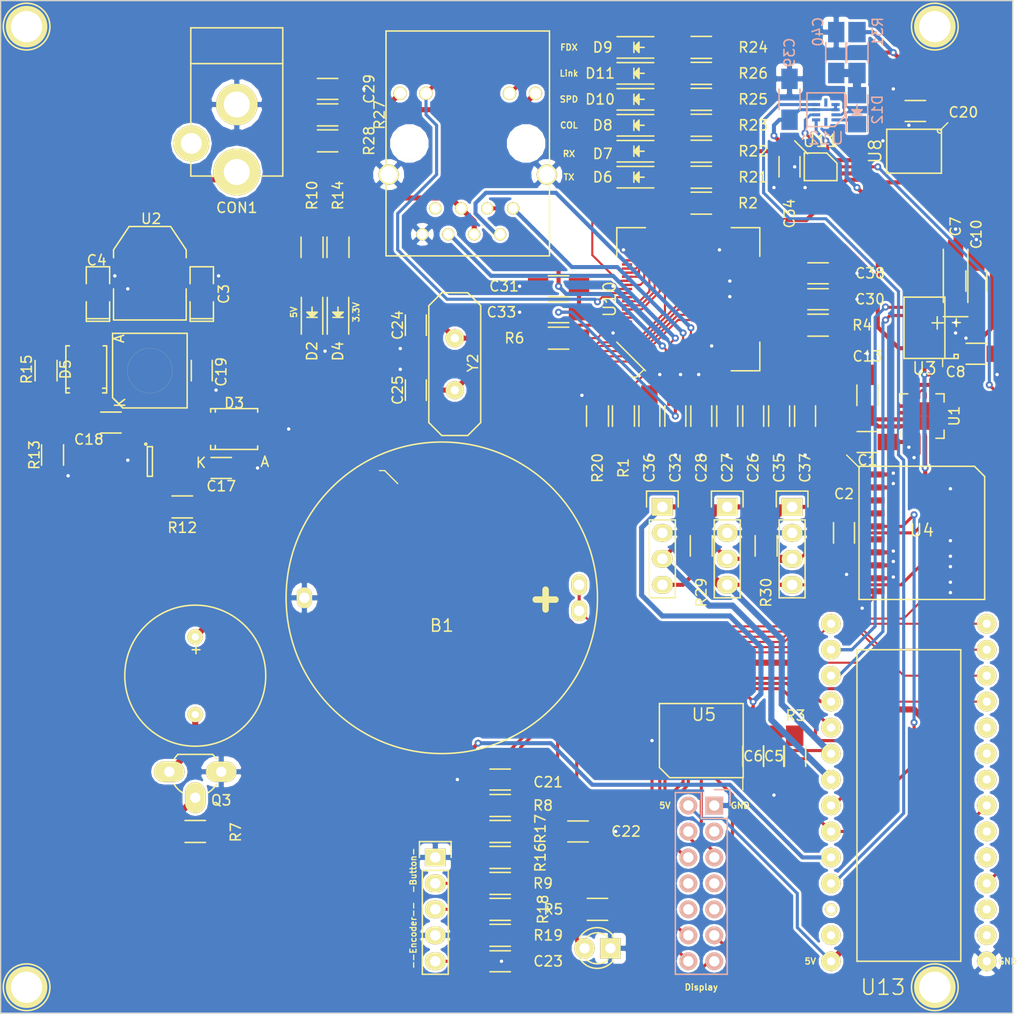
<source format=kicad_pcb>
(kicad_pcb (version 4) (host pcbnew 4.0.2-stable)
  (layers (0 F.Cu signal) (31 B.Cu signal) (36 B.SilkS user) (37 F.SilkS user) (38 B.Mask user) (39 F.Mask user) (44 Edge.Cuts user))
  (net 0 "")
  (net 1 +BATT)
  (net 2 GND)
  (net 3 +12V)
  (net 4 +3V3)
  (net 5 +5V)
  (net 6 "Net-(D1-Pad2)")
  (net 7 /SCL)
  (net 8 /SDA)
  (net 9 /P0)
  (net 10 /P1)
  (net 11 /P2)
  (net 12 /P4)
  (net 13 /P5)
  (net 14 /P6)
  (net 15 /P7)
  (net 16 "Net-(Q3-Pad2)")
  (net 17 "Net-(C18-Pad1)")
  (net 18 "Net-(C18-Pad2)")
  (net 19 /SCK)
  (net 20 "Net-(R12-Pad2)")
  (net 21 "Net-(R13-Pad1)")
  (net 22 "Net-(D4-Pad2)")
  (net 23 "Net-(U1-Pad10)")
  (net 24 "Net-(Q3-Pad3)")
  (net 25 "Net-(R8-Pad1)")
  (net 26 "Net-(R16-Pad1)")
  (net 27 "Net-(R18-Pad1)")
  (net 28 /MOSI)
  (net 29 /MISO)
  (net 30 "Net-(C24-Pad1)")
  (net 31 "Net-(C25-Pad1)")
  (net 32 +1V8)
  (net 33 "Net-(D6-Pad2)")
  (net 34 "Net-(D6-Pad1)")
  (net 35 "Net-(D7-Pad2)")
  (net 36 "Net-(D7-Pad1)")
  (net 37 "Net-(D8-Pad2)")
  (net 38 "Net-(D8-Pad1)")
  (net 39 "Net-(D9-Pad2)")
  (net 40 "Net-(D9-Pad1)")
  (net 41 "Net-(D10-Pad2)")
  (net 42 "Net-(D10-Pad1)")
  (net 43 "Net-(D11-Pad2)")
  (net 44 "Net-(D11-Pad1)")
  (net 45 "Net-(J1-Pad6)")
  (net 46 "Net-(J1-Pad2)")
  (net 47 "Net-(J1-Pad1)")
  (net 48 "Net-(J1-Pad3)")
  (net 49 "Net-(J1-Pad12)")
  (net 50 "Net-(J1-Pad9)")
  (net 51 "Net-(R1-Pad1)")
  (net 52 "Net-(R1-Pad2)")
  (net 53 "Net-(R4-Pad2)")
  (net 54 "Net-(C40-Pad1)")
  (net 55 "Net-(D12-Pad1)")
  (net 56 /ROT-1)
  (net 57 /ROT-BUTTON)
  (net 58 /ROT-2)
  (net 59 /W5100-RESET)
  (net 60 /DS3232-INT)
  (net 61 /PANEL_LED)
  (net 62 /ALARM-PWM)
  (net 63 /ADXL345-INT2)
  (net 64 /ADXL345-INT1)
  (net 65 /W5100-CS)
  (net 66 /TSL2581-INT)
  (net 67 /Si1145-INT)
  (net 68 "Net-(D2-Pad2)")
  (module AJGFEET:SOT266-1 (layer F.Cu) (at 109.22 151.13 90)
    (fp_text reference U5 (at 2.54 0.254 180) (layer F.SilkS) (effects (font (size 1.2 1.2))))
    (fp_text value PCF8574TS/3)
    (pad 20 smd rect (at -3.025 -2.925 90) (size 0.6 1.35) (layers F.Cu F.Mask) (net 15 /P7))
    (pad 1 smd rect (at -3.025 2.925 90) (size 0.6 1.35) (layers F.Cu F.Mask))
    (pad 19 smd rect (at -2.275 -2.925 90) (size 0.4 1.35) (layers F.Cu F.Mask) (net 14 /P6))
    (pad 2 smd rect (at -2.275 2.925 90) (size 0.4 1.35) (layers F.Cu F.Mask) (net 7 /SCL))
    (pad 18 smd rect (at -1.625 -2.925 90) (size 0.4 1.35) (layers F.Cu F.Mask))
    (pad 3 smd rect (at -1.625 2.925 90) (size 0.4 1.35) (layers F.Cu F.Mask))
    (pad 17 smd rect (at -0.975 -2.925 90) (size 0.4 1.35) (layers F.Cu F.Mask) (net 13 /P5))
    (pad 4 smd rect (at -0.975 2.925 90) (size 0.4 1.35) (layers F.Cu F.Mask) (net 8 /SDA))
    (pad 16 smd rect (at -0.325 -2.925 90) (size 0.4 1.35) (layers F.Cu F.Mask) (net 12 /P4))
    (pad 5 smd rect (at -0.325 2.925 90) (size 0.4 1.35) (layers F.Cu F.Mask) (net 4 +3V3))
    (pad 15 smd rect (at 0.325 -2.925 90) (size 0.4 1.35) (layers F.Cu F.Mask) (net 2 GND))
    (pad 6 smd rect (at 0.325 2.925 90) (size 0.4 1.35) (layers F.Cu F.Mask) (net 4 +3V3))
    (pad 14 smd rect (at 0.975 -2.925 90) (size 0.4 1.35) (layers F.Cu F.Mask))
    (pad 7 smd rect (at 0.975 2.925 90) (size 0.4 1.35) (layers F.Cu F.Mask) (net 4 +3V3))
    (pad 13 smd rect (at 1.625 -2.925 90) (size 0.4 1.35) (layers F.Cu F.Mask))
    (pad 8 smd rect (at 1.625 2.925 90) (size 0.4 1.35) (layers F.Cu F.Mask))
    (pad 12 smd rect (at 2.275 -2.925 90) (size 0.4 1.35) (layers F.Cu F.Mask) (net 11 /P2))
    (pad 9 smd rect (at 2.275 2.925 90) (size 0.4 1.35) (layers F.Cu F.Mask) (net 4 +3V3))
    (pad 11 smd rect (at 3.025 -2.925 90) (size 0.6 1.35) (layers F.Cu F.Mask) (net 10 /P1))
    (pad 10 smd rect (at 3.025 2.925 90) (size 0.6 1.35) (layers F.Cu F.Mask) (net 9 /P0))
  )
  (module AJGFEET:Teensy-3.1 (layer F.Cu) (at 137.16 170.18 90)
    (fp_text reference U13 (at -5.08 -10.16 180) (layer F.SilkS) (effects (font (size 1.5 1.5))))
    (fp_text value Teensy_3.1)
    (pad 0 thru_hole circle (at 0 0 90) (size 1.9 1.9) (drill 0.8) (layers *.Cu *.Mask F.SilkS))
    (pad 1 thru_hole circle (at 2.54 0 90) (size 1.9 1.9) (drill 0.8) (layers *.Cu *.Mask F.SilkS))
    (pad 2 thru_hole circle (at 5.08 0 90) (size 1.9 1.9) (drill 0.8) (layers *.Cu *.Mask F.SilkS) (net 66 /TSL2581-INT))
    (pad 3 thru_hole circle (at 7.62 0 90) (size 1.9 1.9) (drill 0.8) (layers *.Cu *.Mask F.SilkS))
    (pad 4 thru_hole circle (at 10.16 0 90) (size 1.9 1.9) (drill 0.8) (layers *.Cu *.Mask F.SilkS))
    (pad 5 thru_hole circle (at 12.7 0 90) (size 1.9 1.9) (drill 0.8) (layers *.Cu *.Mask F.SilkS) (net 61 /PANEL_LED))
    (pad 6 thru_hole circle (at 15.24 0 90) (size 1.9 1.9) (drill 0.8) (layers *.Cu *.Mask F.SilkS))
    (pad 7 thru_hole circle (at 17.78 0 90) (size 1.9 1.9) (drill 0.8) (layers *.Cu *.Mask F.SilkS))
    (pad 8 thru_hole circle (at 20.32 0 90) (size 1.9 1.9) (drill 0.8) (layers *.Cu *.Mask F.SilkS))
    (pad 9 thru_hole circle (at 22.86 0 90) (size 1.9 1.9) (drill 0.8) (layers *.Cu *.Mask F.SilkS) (net 59 /W5100-RESET))
    (pad 10 thru_hole circle (at 25.4 0 90) (size 1.9 1.9) (drill 0.8) (layers *.Cu *.Mask F.SilkS) (net 65 /W5100-CS))
    (pad 11 thru_hole circle (at 27.94 0 90) (size 1.9 1.9) (drill 0.8) (layers *.Cu *.Mask F.SilkS) (net 28 /MOSI))
    (pad 12 thru_hole circle (at 30.48 0 90) (size 1.9 1.9) (drill 0.8) (layers *.Cu *.Mask F.SilkS) (net 29 /MISO))
    (pad 13 thru_hole circle (at 30.48 -15.24 90) (size 1.9 1.9) (drill 0.8) (layers *.Cu *.Mask F.SilkS) (net 19 /SCK))
    (pad 14 thru_hole circle (at 27.94 -15.24 90) (size 1.9 1.9) (drill 0.8) (layers *.Cu *.Mask F.SilkS) (net 64 /ADXL345-INT1))
    (pad 15 thru_hole circle (at 25.4 -15.24 90) (size 1.9 1.9) (drill 0.8) (layers *.Cu *.Mask F.SilkS) (net 63 /ADXL345-INT2))
    (pad 16 thru_hole circle (at 22.86 -15.24 90) (size 1.9 1.9) (drill 0.8) (layers *.Cu *.Mask F.SilkS) (net 58 /ROT-2))
    (pad 17 thru_hole circle (at 20.32 -15.24 90) (size 1.9 1.9) (drill 0.8) (layers *.Cu *.Mask F.SilkS) (net 56 /ROT-1))
    (pad 18 thru_hole circle (at 17.78 -15.24 90) (size 1.9 1.9) (drill 0.8) (layers *.Cu *.Mask F.SilkS) (net 8 /SDA))
    (pad 19 thru_hole circle (at 15.24 -15.24 90) (size 1.9 1.9) (drill 0.8) (layers *.Cu *.Mask F.SilkS) (net 7 /SCL))
    (pad 20 thru_hole circle (at 12.7 -15.24 90) (size 1.9 1.9) (drill 0.8) (layers *.Cu *.Mask F.SilkS) (net 57 /ROT-BUTTON))
    (pad 21 thru_hole circle (at 10.16 -15.24 90) (size 1.9 1.9) (drill 0.8) (layers *.Cu *.Mask F.SilkS) (net 60 /DS3232-INT))
    (pad 22 thru_hole circle (at 7.62 -15.24 90) (size 1.9 1.9) (drill 0.8) (layers *.Cu *.Mask F.SilkS) (net 62 /ALARM-PWM))
    (pad 23 thru_hole circle (at 5.08 -15.24 90) (size 1.9 1.9) (drill 0.8) (layers *.Cu *.Mask F.SilkS) (net 67 /Si1145-INT))
    (pad 24 thru_hole circle (at 2.54 -15.24 90) (size 1.2 1.2) (drill 0.8) (layers *.Cu *.Mask F.SilkS))
    (pad 25 thru_hole circle (at 0 -15.24 90) (size 1.9 1.9) (drill 0.8) (layers *.Cu *.Mask F.SilkS))
    (pad 26 thru_hole circle (at -2.54 -15.24 90) (size 1.9 1.9) (drill 0.8) (layers *.Cu *.Mask F.SilkS) (net 5 +5V))
    (pad 27 thru_hole circle (at -2.54 0 90) (size 1.9 1.9) (drill 0.8) (layers *.Cu *.Mask F.SilkS) (net 2 GND))
  )
  (module AJGFEET:CR2032Holder (layer F.Cu) (at 83.82 137.16)
    (fp_text reference B1 (at 0 2.716) (layer F.SilkS) (effects (font (size 1.2 1.2))))
    (fp_text value CR123 hide)
    (fp_text user + (at 10.16 0) (layer F.SilkS) (effects (font (size 2.54 2.54) (thickness 0.635))))
    (pad 2 thru_hole oval (at 13.4493 -1.27) (size 1.524 2.032) (drill 1.016) (layers *.Cu *.Mask F.SilkS) (net 1 +BATT))
    (pad 1 thru_hole oval (at -13.4493 0) (size 1.524 2.032) (drill 1.016) (layers *.Cu *.Mask F.SilkS) (net 2 GND))
    (pad 2 thru_hole oval (at 13.4493 1.27) (size 1.524 2.032) (drill 1.016) (layers *.Cu *.Mask F.SilkS) (net 1 +BATT))
  )
  (module AJGFEET:W5100 (layer F.Cu) (at 107.95 107.95 90)
    (fp_text reference U10 (at 0 -7.7 90) (layer F.SilkS) (effects (font (size 1.2 1.2))))
    (fp_text value W5100)
    (pad 1 smd rect (at -6 -3.8 180) (size 0.23 1) (layers F.Cu F.Mask) (net 52 "Net-(R1-Pad2)"))
    (pad 2 smd rect (at -6 -3.4 180) (size 0.23 1) (layers F.Cu F.Mask) (net 4 +3V3))
    (pad 3 smd rect (at -6 -3 180) (size 0.23 1) (layers F.Cu F.Mask))
    (pad 4 smd rect (at -6 -2.6 180) (size 0.23 1) (layers F.Cu F.Mask) (net 2 GND))
    (pad 5 smd rect (at -6 -2.2 180) (size 0.23 1) (layers F.Cu F.Mask) (net 48 "Net-(J1-Pad3)"))
    (pad 6 smd rect (at -6 -1.8 180) (size 0.23 1) (layers F.Cu F.Mask) (net 45 "Net-(J1-Pad6)"))
    (pad 7 smd rect (at -6 -1.4 180) (size 0.23 1) (layers F.Cu F.Mask) (net 32 +1V8))
    (pad 8 smd rect (at -6 -1 180) (size 0.23 1) (layers F.Cu F.Mask) (net 47 "Net-(J1-Pad1)"))
    (pad 9 smd rect (at -6 -0.6 180) (size 0.23 1) (layers F.Cu F.Mask) (net 46 "Net-(J1-Pad2)"))
    (pad 10 smd rect (at -6 -0.2 180) (size 0.23 1) (layers F.Cu F.Mask) (net 2 GND))
    (pad 11 smd rect (at -6 0.2 180) (size 0.23 1) (layers F.Cu F.Mask) (net 32 +1V8))
    (pad 12 smd rect (at -6 0.6 180) (size 0.23 1) (layers F.Cu F.Mask) (net 4 +3V3))
    (pad 13 smd rect (at -6 1 180) (size 0.23 1) (layers F.Cu F.Mask) (net 2 GND))
    (pad 14 smd rect (at -6 1.4 180) (size 0.23 1) (layers F.Cu F.Mask) (net 2 GND))
    (pad 15 smd rect (at -6 1.8 180) (size 0.23 1) (layers F.Cu F.Mask) (net 32 +1V8))
    (pad 16 smd rect (at -6 2.2 180) (size 0.23 1) (layers F.Cu F.Mask) (net 32 +1V8))
    (pad 17 smd rect (at -6 2.6 180) (size 0.23 1) (layers F.Cu F.Mask) (net 2 GND))
    (pad 18 smd rect (at -6 3 180) (size 0.23 1) (layers F.Cu F.Mask) (net 4 +3V3))
    (pad 19 smd rect (at -6 3.4 180) (size 0.23 1) (layers F.Cu F.Mask))
    (pad 20 smd rect (at -6 3.8 180) (size 0.23 1) (layers F.Cu F.Mask))
    (pad 21 smd rect (at -3.8 6 90) (size 0.23 1) (layers F.Cu F.Mask))
    (pad 22 smd rect (at -3.4 6 90) (size 0.23 1) (layers F.Cu F.Mask))
    (pad 23 smd rect (at -3 6 90) (size 0.23 1) (layers F.Cu F.Mask))
    (pad 24 smd rect (at -2.6 6 90) (size 0.23 1) (layers F.Cu F.Mask))
    (pad 25 smd rect (at -2.2 6 90) (size 0.23 1) (layers F.Cu F.Mask))
    (pad 26 smd rect (at -1.8 6 90) (size 0.23 1) (layers F.Cu F.Mask))
    (pad 27 smd rect (at -1.4 6 90) (size 0.23 1) (layers F.Cu F.Mask) (net 29 /MISO))
    (pad 28 smd rect (at -1 6 90) (size 0.23 1) (layers F.Cu F.Mask) (net 28 /MOSI))
    (pad 29 smd rect (at -0.6 6 90) (size 0.23 1) (layers F.Cu F.Mask) (net 65 /W5100-CS))
    (pad 30 smd rect (at -0.2 6 90) (size 0.23 1) (layers F.Cu F.Mask) (net 19 /SCK))
    (pad 31 smd rect (at 0.2 6 90) (size 0.23 1) (layers F.Cu F.Mask) (net 53 "Net-(R4-Pad2)"))
    (pad 32 smd rect (at 0.6 6 90) (size 0.23 1) (layers F.Cu F.Mask) (net 2 GND))
    (pad 33 smd rect (at 1 6 90) (size 0.23 1) (layers F.Cu F.Mask) (net 32 +1V8))
    (pad 34 smd rect (at 1.4 6 90) (size 0.23 1) (layers F.Cu F.Mask) (net 2 GND))
    (pad 35 smd rect (at 1.8 6 90) (size 0.23 1) (layers F.Cu F.Mask) (net 2 GND))
    (pad 36 smd rect (at 2.2 6 90) (size 0.23 1) (layers F.Cu F.Mask) (net 2 GND))
    (pad 37 smd rect (at 2.6 6 90) (size 0.23 1) (layers F.Cu F.Mask) (net 2 GND))
    (pad 38 smd rect (at 3 6 90) (size 0.23 1) (layers F.Cu F.Mask))
    (pad 39 smd rect (at 3.4 6 90) (size 0.23 1) (layers F.Cu F.Mask))
    (pad 40 smd rect (at 3.8 6 90) (size 0.23 1) (layers F.Cu F.Mask))
    (pad 41 smd rect (at 6 3.8 180) (size 0.23 1) (layers F.Cu F.Mask))
    (pad 42 smd rect (at 6 3.4 180) (size 0.23 1) (layers F.Cu F.Mask))
    (pad 43 smd rect (at 6 3 180) (size 0.23 1) (layers F.Cu F.Mask) (net 2 GND))
    (pad 44 smd rect (at 6 2.6 180) (size 0.23 1) (layers F.Cu F.Mask) (net 4 +3V3))
    (pad 45 smd rect (at 6 2.2 180) (size 0.23 1) (layers F.Cu F.Mask))
    (pad 46 smd rect (at 6 1.8 180) (size 0.23 1) (layers F.Cu F.Mask))
    (pad 47 smd rect (at 6 1.4 180) (size 0.23 1) (layers F.Cu F.Mask))
    (pad 48 smd rect (at 6 1 180) (size 0.23 1) (layers F.Cu F.Mask))
    (pad 49 smd rect (at 6 0.6 180) (size 0.23 1) (layers F.Cu F.Mask))
    (pad 50 smd rect (at 6 0.2 180) (size 0.23 1) (layers F.Cu F.Mask))
    (pad 51 smd rect (at 6 -0.2 180) (size 0.23 1) (layers F.Cu F.Mask))
    (pad 52 smd rect (at 6 -0.6 180) (size 0.23 1) (layers F.Cu F.Mask))
    (pad 53 smd rect (at 6 -1 180) (size 0.23 1) (layers F.Cu F.Mask))
    (pad 54 smd rect (at 6 -1.4 180) (size 0.23 1) (layers F.Cu F.Mask))
    (pad 55 smd rect (at 6 -1.8 180) (size 0.23 1) (layers F.Cu F.Mask))
    (pad 56 smd rect (at 6 -2.2 180) (size 0.23 1) (layers F.Cu F.Mask))
    (pad 57 smd rect (at 6 -2.6 180) (size 0.23 1) (layers F.Cu F.Mask))
    (pad 58 smd rect (at 6 -3 180) (size 0.23 1) (layers F.Cu F.Mask))
    (pad 59 smd rect (at 6 -3.4 180) (size 0.23 1) (layers F.Cu F.Mask) (net 59 /W5100-RESET))
    (pad 60 smd rect (at 6 -3.8 180) (size 0.23 1) (layers F.Cu F.Mask))
    (pad 61 smd rect (at 3.8 -6 90) (size 0.23 1) (layers F.Cu F.Mask))
    (pad 62 smd rect (at 3.4 -6 90) (size 0.23 1) (layers F.Cu F.Mask))
    (pad 63 smd rect (at 3 -6 90) (size 0.23 1) (layers F.Cu F.Mask) (net 2 GND))
    (pad 64 smd rect (at 2.6 -6 90) (size 0.23 1) (layers F.Cu F.Mask) (net 2 GND))
    (pad 65 smd rect (at 2.2 -6 90) (size 0.23 1) (layers F.Cu F.Mask) (net 2 GND))
    (pad 66 smd rect (at 1.8 -6 90) (size 0.23 1) (layers F.Cu F.Mask) (net 44 "Net-(D11-Pad1)"))
    (pad 67 smd rect (at 1.4 -6 90) (size 0.23 1) (layers F.Cu F.Mask) (net 42 "Net-(D10-Pad1)"))
    (pad 68 smd rect (at 1 -6 90) (size 0.23 1) (layers F.Cu F.Mask) (net 2 GND))
    (pad 69 smd rect (at 0.6 -6 90) (size 0.23 1) (layers F.Cu F.Mask) (net 32 +1V8))
    (pad 70 smd rect (at 0.2 -6 90) (size 0.23 1) (layers F.Cu F.Mask) (net 40 "Net-(D9-Pad1)"))
    (pad 71 smd rect (at -0.2 -6 90) (size 0.23 1) (layers F.Cu F.Mask) (net 38 "Net-(D8-Pad1)"))
    (pad 72 smd rect (at -0.6 -6 90) (size 0.23 1) (layers F.Cu F.Mask) (net 36 "Net-(D7-Pad1)"))
    (pad 73 smd rect (at -1 -6 90) (size 0.23 1) (layers F.Cu F.Mask) (net 34 "Net-(D6-Pad1)"))
    (pad 74 smd rect (at -1.4 -6 90) (size 0.23 1) (layers F.Cu F.Mask) (net 32 +1V8))
    (pad 75 smd rect (at -1.8 -6 90) (size 0.23 1) (layers F.Cu F.Mask) (net 30 "Net-(C24-Pad1)"))
    (pad 76 smd rect (at -2.2 -6 90) (size 0.23 1) (layers F.Cu F.Mask) (net 31 "Net-(C25-Pad1)"))
    (pad 77 smd rect (at -2.6 -6 90) (size 0.23 1) (layers F.Cu F.Mask) (net 2 GND))
    (pad 78 smd rect (at -3 -6 90) (size 0.23 1) (layers F.Cu F.Mask))
    (pad 79 smd rect (at -3.4 -6 90) (size 0.23 1) (layers F.Cu F.Mask))
    (pad 80 smd rect (at -3.8 -6 90) (size 0.23 1) (layers F.Cu F.Mask))
  )
  (module AJGFEET:MS56110-QFN (layer F.Cu) (at 130.048 93.472 180)
    (fp_text reference U8 (at 3.81 0 270) (layer F.SilkS) (effects (font (size 1.2 1.2))))
    (fp_text value MS56110 hide)
    (pad 8 smd rect (at -1.875 -1.1 180) (size 0.6 1.1) (layers F.Cu F.Mask) (net 7 /SCL))
    (pad 1 smd rect (at -1.875 1.1 180) (size 0.6 1.1) (layers F.Cu F.Mask) (net 4 +3V3))
    (pad 7 smd rect (at -0.625 -1.1 180) (size 0.6 1.1) (layers F.Cu F.Mask) (net 8 /SDA))
    (pad 2 smd rect (at -0.625 1.1 180) (size 0.6 1.1) (layers F.Cu F.Mask) (net 4 +3V3))
    (pad 6 smd rect (at 0.625 -1.1 180) (size 0.6 1.1) (layers F.Cu F.Mask))
    (pad 3 smd rect (at 0.625 1.1 180) (size 0.6 1.1) (layers F.Cu F.Mask) (net 2 GND))
    (pad 5 smd rect (at 1.875 -1.1 180) (size 0.6 1.1) (layers F.Cu F.Mask))
    (pad 4 smd rect (at 1.875 1.1 180) (size 0.6 1.1) (layers F.Cu F.Mask) (net 2 GND))
  )
  (module TO_SOT_Packages_THT:TO-92_Rugged (layer F.Cu) (at 62.23 154.178 180)
    (fp_text reference Q3 (at 0 -2.794 180) (layer F.SilkS))
    (fp_text value Q_NPN_EBC hide)
    (pad 2 thru_hole oval (at 2.54 -2.54 270) (size 2.99974 1.99898) (drill 1) (layers *.Cu *.Mask F.SilkS) (net 16 "Net-(Q3-Pad2)"))
    (pad 1 thru_hole oval (at 0 0 270) (size 1.99898 2.99974) (drill 1) (layers *.Cu *.Mask F.SilkS) (net 2 GND))
    (pad 3 thru_hole oval (at 5.08 0 270) (size 1.99898 2.99974) (drill 1) (layers *.Cu *.Mask F.SilkS) (net 24 "Net-(Q3-Pad3)"))
  )
  (module LEDs:LED-3MM (layer F.Cu) (at 100.33 171.45 180)
    (fp_text reference D1 hide)
    (fp_text value LED)
    (pad 1 thru_hole rect (at 0 0 270) (size 2 2) (drill 1.00076) (layers *.Cu *.Mask F.SilkS) (net 2 GND))
    (pad 2 thru_hole circle (at 2.54 0 180) (size 2 2) (drill 1.00076) (layers *.Cu *.Mask F.SilkS) (net 6 "Net-(D1-Pad2)"))
  )
  (module Capacitors_SMD:C_1206_HandSoldering (layer F.Cu) (at 123.19 130.81 270)
    (fp_text reference C2 (at -3.81 0 360) (layer F.SilkS))
    (fp_text value 1uf)
    (pad 1 smd rect (at -2 0 270) (size 2 1.6) (layers F.Cu F.Mask) (net 4 +3V3))
    (pad 2 smd rect (at 2 0 270) (size 2 1.6) (layers F.Cu F.Mask) (net 2 GND))
  )
  (module SMD_Packages:SMD-1206_Pol (layer F.Cu) (at 60.325 107.315 90)
    (fp_text reference C3 (at -0.127 2.159 270) (layer F.SilkS))
    (fp_text value 10uf)
    (pad 1 smd rect (at -1.651 0 90) (size 1.524 2.032) (layers F.Cu F.Mask) (net 5 +5V))
    (pad 2 smd rect (at 1.651 0 90) (size 1.524 2.032) (layers F.Cu F.Mask) (net 2 GND))
  )
  (module SMD_Packages:SMD-1206_Pol (layer F.Cu) (at 50.165 107.315 90)
    (fp_text reference C4 (at 3.175 -0.127 360) (layer F.SilkS))
    (fp_text value 10uf)
    (pad 1 smd rect (at -1.651 0 90) (size 1.524 2.032) (layers F.Cu F.Mask) (net 4 +3V3))
    (pad 2 smd rect (at 1.651 0 90) (size 1.524 2.032) (layers F.Cu F.Mask) (net 2 GND))
  )
  (module Capacitors_SMD:C_1206_HandSoldering (layer F.Cu) (at 116.332 152.654 90)
    (fp_text reference C5 (at 0 0 180) (layer F.SilkS))
    (fp_text value 10uf)
    (pad 1 smd rect (at -2 0 90) (size 2 1.6) (layers F.Cu F.Mask) (net 2 GND))
    (pad 2 smd rect (at 2 0 90) (size 2 1.6) (layers F.Cu F.Mask) (net 4 +3V3))
  )
  (module Capacitors_SMD:C_1206_HandSoldering (layer F.Cu) (at 114.3 152.654 90)
    (fp_text reference C6 (at 0 0 180) (layer F.SilkS))
    (fp_text value 0.1uf)
    (pad 1 smd rect (at -2 0 90) (size 2 1.6) (layers F.Cu F.Mask) (net 2 GND))
    (pad 2 smd rect (at 2 0 90) (size 2 1.6) (layers F.Cu F.Mask) (net 4 +3V3))
  )
  (module Pin_Headers:Pin_Header_Straight_1x04 (layer F.Cu) (at 118.11 128.27)
    (fp_text reference P1 hide)
    (fp_text value CONN_01X04 hide)
    (pad 1 thru_hole rect (at 0 0) (size 2.032 1.7272) (drill 1.016) (layers *.Cu *.Mask F.SilkS) (net 4 +3V3))
    (pad 2 thru_hole oval (at 0 2.54) (size 2.032 1.7272) (drill 1.016) (layers *.Cu *.Mask F.SilkS) (net 2 GND))
    (pad 3 thru_hole oval (at 0 5.08) (size 2.032 1.7272) (drill 1.016) (layers *.Cu *.Mask F.SilkS) (net 7 /SCL))
    (pad 4 thru_hole oval (at 0 7.62) (size 2.032 1.7272) (drill 1.016) (layers *.Cu *.Mask F.SilkS) (net 8 /SDA))
  )
  (module Pin_Headers:Pin_Header_Straight_1x04 (layer F.Cu) (at 105.41 128.27)
    (fp_text reference P2 hide)
    (fp_text value CONN_01X04 hide)
    (pad 1 thru_hole rect (at 0 0) (size 2.032 1.7272) (drill 1.016) (layers *.Cu *.Mask F.SilkS) (net 4 +3V3))
    (pad 2 thru_hole oval (at 0 2.54) (size 2.032 1.7272) (drill 1.016) (layers *.Cu *.Mask F.SilkS) (net 2 GND))
    (pad 3 thru_hole oval (at 0 5.08) (size 2.032 1.7272) (drill 1.016) (layers *.Cu *.Mask F.SilkS) (net 7 /SCL))
    (pad 4 thru_hole oval (at 0 7.62) (size 2.032 1.7272) (drill 1.016) (layers *.Cu *.Mask F.SilkS) (net 8 /SDA))
  )
  (module Pin_Headers:Pin_Header_Straight_1x04 (layer F.Cu) (at 111.76 128.27)
    (fp_text reference P3 hide)
    (fp_text value CONN_01X04 hide)
    (pad 1 thru_hole rect (at 0 0) (size 2.032 1.7272) (drill 1.016) (layers *.Cu *.Mask F.SilkS) (net 4 +3V3))
    (pad 2 thru_hole oval (at 0 2.54) (size 2.032 1.7272) (drill 1.016) (layers *.Cu *.Mask F.SilkS) (net 2 GND))
    (pad 3 thru_hole oval (at 0 5.08) (size 2.032 1.7272) (drill 1.016) (layers *.Cu *.Mask F.SilkS) (net 7 /SCL))
    (pad 4 thru_hole oval (at 0 7.62) (size 2.032 1.7272) (drill 1.016) (layers *.Cu *.Mask F.SilkS) (net 8 /SDA))
  )
  (module Pin_Headers:Pin_Header_Straight_2x07 (layer B.Cu) (at 110.49 157.48 180)
    (fp_text reference P5 hide)
    (fp_text value CONN_02X07 hide)
    (pad 1 thru_hole rect (at 0 0 180) (size 1.7272 1.7272) (drill 1.016) (layers *.Cu *.Mask B.SilkS) (net 2 GND))
    (pad 2 thru_hole oval (at 2.54 0 180) (size 1.7272 1.7272) (drill 1.016) (layers *.Cu *.Mask B.SilkS) (net 5 +5V))
    (pad 3 thru_hole oval (at 0 -2.54 180) (size 1.7272 1.7272) (drill 1.016) (layers *.Cu *.Mask B.SilkS))
    (pad 4 thru_hole oval (at 2.54 -2.54 180) (size 1.7272 1.7272) (drill 1.016) (layers *.Cu *.Mask B.SilkS) (net 9 /P0))
    (pad 5 thru_hole oval (at 0 -5.08 180) (size 1.7272 1.7272) (drill 1.016) (layers *.Cu *.Mask B.SilkS) (net 10 /P1))
    (pad 6 thru_hole oval (at 2.54 -5.08 180) (size 1.7272 1.7272) (drill 1.016) (layers *.Cu *.Mask B.SilkS) (net 11 /P2))
    (pad 7 thru_hole oval (at 0 -7.62 180) (size 1.7272 1.7272) (drill 1.016) (layers *.Cu *.Mask B.SilkS))
    (pad 8 thru_hole oval (at 2.54 -7.62 180) (size 1.7272 1.7272) (drill 1.016) (layers *.Cu *.Mask B.SilkS))
    (pad 9 thru_hole oval (at 0 -10.16 180) (size 1.7272 1.7272) (drill 1.016) (layers *.Cu *.Mask B.SilkS))
    (pad 10 thru_hole oval (at 2.54 -10.16 180) (size 1.7272 1.7272) (drill 1.016) (layers *.Cu *.Mask B.SilkS))
    (pad 11 thru_hole oval (at 0 -12.7 180) (size 1.7272 1.7272) (drill 1.016) (layers *.Cu *.Mask B.SilkS) (net 12 /P4))
    (pad 12 thru_hole oval (at 2.54 -12.7 180) (size 1.7272 1.7272) (drill 1.016) (layers *.Cu *.Mask B.SilkS) (net 13 /P5))
    (pad 13 thru_hole oval (at 0 -15.24 180) (size 1.7272 1.7272) (drill 1.016) (layers *.Cu *.Mask B.SilkS) (net 14 /P6))
    (pad 14 thru_hole oval (at 2.54 -15.24 180) (size 1.7272 1.7272) (drill 1.016) (layers *.Cu *.Mask B.SilkS) (net 15 /P7))
  )
  (module Resistors_SMD:R_1206_HandSoldering (layer F.Cu) (at 118.364 152.654 90)
    (fp_text reference R3 (at 3.97 0.08 180) (layer F.SilkS))
    (fp_text value 10k)
    (pad 1 smd rect (at -2 0 90) (size 2 1.7) (layers F.Cu F.Mask) (net 60 /DS3232-INT))
    (pad 2 smd rect (at 2 0 90) (size 2 1.7) (layers F.Cu F.Mask) (net 4 +3V3))
  )
  (module Resistors_SMD:R_1206_HandSoldering (layer F.Cu) (at 99.06 167.64 180)
    (fp_text reference R5 (at 4.318 0 360) (layer F.SilkS))
    (fp_text value 220)
    (pad 1 smd rect (at -2 0 180) (size 2 1.7) (layers F.Cu F.Mask) (net 61 /PANEL_LED))
    (pad 2 smd rect (at 2 0 180) (size 2 1.7) (layers F.Cu F.Mask) (net 6 "Net-(D1-Pad2)"))
  )
  (module Resistors_SMD:R_1206_HandSoldering (layer F.Cu) (at 59.69 160.02)
    (fp_text reference R7 (at 3.97 0.08 90) (layer F.SilkS))
    (fp_text value 1.5k)
    (pad 1 smd rect (at -2 0) (size 2 1.7) (layers F.Cu F.Mask) (net 16 "Net-(Q3-Pad2)"))
    (pad 2 smd rect (at 2 0) (size 2 1.7) (layers F.Cu F.Mask) (net 62 /ALARM-PWM))
  )
  (module TO_SOT_Packages_SMD:SOT-223 (layer F.Cu) (at 55.245 105.41)
    (fp_text reference U2 (at 0.127 -5.334) (layer F.SilkS))
    (fp_text value LD1117S33TR hide)
    (pad 4 smd rect (at 0 -3.302) (size 3.6576 2.032) (layers F.Cu F.Mask))
    (pad 2 smd rect (at 0 3.302) (size 1.016 2.032) (layers F.Cu F.Mask) (net 4 +3V3))
    (pad 3 smd rect (at 2.286 3.302) (size 1.016 2.032) (layers F.Cu F.Mask) (net 5 +5V))
    (pad 1 smd rect (at -2.286 3.302) (size 1.016 2.032) (layers F.Cu F.Mask) (net 2 GND))
  )
  (module "AJGFEET:SO20(DS3232)" (layer F.Cu) (at 130.81 130.81 270)
    (fp_text reference U4 (at -0.254 0 540) (layer F.SilkS) (effects (font (size 1.2 1.2))))
    (fp_text value DS3232_RTC)
    (pad 20 smd rect (at -5.715 -4.65 270) (size 0.6 2) (layers F.Cu F.Mask))
    (pad 1 smd rect (at -5.715 4.65 270) (size 0.6 2) (layers F.Cu F.Mask) (net 2 GND))
    (pad 19 smd rect (at -4.445 -4.65 270) (size 0.6 2) (layers F.Cu F.Mask) (net 2 GND))
    (pad 2 smd rect (at -4.445 4.65 270) (size 0.6 2) (layers F.Cu F.Mask) (net 2 GND))
    (pad 18 smd rect (at -3.175 -4.65 270) (size 0.6 2) (layers F.Cu F.Mask) (net 7 /SCL))
    (pad 3 smd rect (at -3.175 4.65 270) (size 0.6 2) (layers F.Cu F.Mask))
    (pad 17 smd rect (at -1.905 -4.65 270) (size 0.6 2) (layers F.Cu F.Mask) (net 8 /SDA))
    (pad 4 smd rect (at -1.905 4.65 270) (size 0.6 2) (layers F.Cu F.Mask) (net 4 +3V3))
    (pad 16 smd rect (at -0.635 -4.65 270) (size 0.6 2) (layers F.Cu F.Mask) (net 1 +BATT))
    (pad 5 smd rect (at -0.635 4.65 270) (size 0.6 2) (layers F.Cu F.Mask) (net 60 /DS3232-INT))
    (pad 15 smd rect (at 0.635 -4.65 270) (size 0.6 2) (layers F.Cu F.Mask) (net 2 GND))
    (pad 6 smd rect (at 0.635 4.65 270) (size 0.6 2) (layers F.Cu F.Mask))
    (pad 14 smd rect (at 1.905 -4.65 270) (size 0.6 2) (layers F.Cu F.Mask) (net 2 GND))
    (pad 7 smd rect (at 1.905 4.65 270) (size 0.6 2) (layers F.Cu F.Mask) (net 2 GND))
    (pad 13 smd rect (at 3.175 -4.65 270) (size 0.6 2) (layers F.Cu F.Mask) (net 2 GND))
    (pad 8 smd rect (at 3.175 4.65 270) (size 0.6 2) (layers F.Cu F.Mask) (net 2 GND))
    (pad 12 smd rect (at 4.445 -4.65 270) (size 0.6 2) (layers F.Cu F.Mask) (net 2 GND))
    (pad 9 smd rect (at 4.445 4.65 270) (size 0.6 2) (layers F.Cu F.Mask) (net 2 GND))
    (pad 11 smd rect (at 5.715 -4.65 270) (size 0.6 2) (layers F.Cu F.Mask) (net 2 GND))
    (pad 10 smd rect (at 5.715 4.65 270) (size 0.6 2) (layers F.Cu F.Mask) (net 2 GND))
  )
  (module "AJGFEET:Buzzer(AZ-1440S)" (layer F.Cu) (at 59.69 144.78 90)
    (fp_text reference U6 hide)
    (fp_text value Buzzer)
    (fp_text user + (at 2.54 0 90) (layer F.SilkS))
    (pad 1 thru_hole circle (at -3.8 0 90) (size 1.5 1.5) (drill 0.7) (layers *.Cu *.Mask F.SilkS) (net 24 "Net-(Q3-Pad3)"))
    (pad 2 thru_hole circle (at 3.8 0 90) (size 1.5 1.5) (drill 0.7) (layers *.Cu *.Mask F.SilkS) (net 3 +12V))
  )
  (module Resistors_SMD:R_1206_HandSoldering (layer F.Cu) (at 89.535 157.48)
    (fp_text reference R8 (at 4.191 0 180) (layer F.SilkS))
    (fp_text value 10k)
    (pad 1 smd rect (at -2 0) (size 2 1.7) (layers F.Cu F.Mask) (net 25 "Net-(R8-Pad1)"))
    (pad 2 smd rect (at 2 0) (size 2 1.7) (layers F.Cu F.Mask) (net 56 /ROT-1))
  )
  (module Capacitors_SMD:C_1206_HandSoldering (layer F.Cu) (at 125.476 121.92)
    (fp_text reference C1 (at 0 1.778 180) (layer F.SilkS))
    (fp_text value C_Small)
    (pad 1 smd rect (at -2 0) (size 2 1.6) (layers F.Cu F.Mask) (net 4 +3V3))
    (pad 2 smd rect (at 2 0) (size 2 1.6) (layers F.Cu F.Mask) (net 2 GND))
  )
  (module Capacitors_Tantalum_SMD:TantalC_SizeA_EIA-3216_HandSoldering (layer F.Cu) (at 134.112 105.664 90)
    (fp_text reference C7 (at 4.826 0 90) (layer F.SilkS))
    (fp_text value 10uF)
    (fp_text user + (at -4.572 0 90) (layer F.SilkS))
    (pad 2 smd rect (at 1.99898 0 90) (size 2.99974 1.50114) (layers F.Cu F.Mask) (net 2 GND))
    (pad 1 smd rect (at -1.99898 0 90) (size 2.99974 1.50114) (layers F.Cu F.Mask) (net 4 +3V3))
  )
  (module Capacitors_SMD:C_1206_HandSoldering (layer F.Cu) (at 136.144 113.284)
    (fp_text reference C8 (at -2.032 1.778 180) (layer F.SilkS))
    (fp_text value 0.1uF)
    (pad 1 smd rect (at -2 0) (size 2 1.6) (layers F.Cu F.Mask) (net 4 +3V3))
    (pad 2 smd rect (at 2 0) (size 2 1.6) (layers F.Cu F.Mask) (net 2 GND))
  )
  (module Capacitors_SMD:C_1206_HandSoldering (layer F.Cu) (at 136.144 106.172 90)
    (fp_text reference C10 (at 4.572 0 90) (layer F.SilkS))
    (fp_text value 0.1uF)
    (pad 1 smd rect (at -2 0 90) (size 2 1.6) (layers F.Cu F.Mask) (net 4 +3V3))
    (pad 2 smd rect (at 2 0 90) (size 2 1.6) (layers F.Cu F.Mask) (net 2 GND))
  )
  (module Capacitors_SMD:C_1206_HandSoldering (layer F.Cu) (at 125.476 117.348 270)
    (fp_text reference C13 (at -3.81 0 360) (layer F.SilkS))
    (fp_text value C_Small)
    (pad 1 smd rect (at -2 0 270) (size 2 1.6) (layers F.Cu F.Mask) (net 2 GND))
    (pad 2 smd rect (at 2 0 270) (size 2 1.6) (layers F.Cu F.Mask) (net 4 +3V3))
  )
  (module Capacitors_SMD:C_1206_HandSoldering (layer F.Cu) (at 62.23 124.46)
    (fp_text reference C17 (at 0 1.778) (layer F.SilkS))
    (fp_text value 10UF)
    (pad 1 smd rect (at -2 0) (size 2 1.6) (layers F.Cu F.Mask) (net 3 +12V))
    (pad 2 smd rect (at 2 0) (size 2 1.6) (layers F.Cu F.Mask) (net 2 GND))
  )
  (module Capacitors_SMD:C_1206_HandSoldering (layer F.Cu) (at 51.435 120.015)
    (fp_text reference C18 (at -2.159 1.651) (layer F.SilkS))
    (fp_text value 22nF)
    (pad 1 smd rect (at -2 0) (size 2 1.6) (layers F.Cu F.Mask) (net 17 "Net-(C18-Pad1)"))
    (pad 2 smd rect (at 2 0) (size 2 1.6) (layers F.Cu F.Mask) (net 18 "Net-(C18-Pad2)"))
  )
  (module Capacitors_SMD:C_1206_HandSoldering (layer F.Cu) (at 60.325 114.935 270)
    (fp_text reference C19 (at 0.127 -1.905 450) (layer F.SilkS))
    (fp_text value 22uF)
    (pad 1 smd rect (at -2 0 270) (size 2 1.6) (layers F.Cu F.Mask) (net 5 +5V))
    (pad 2 smd rect (at 2 0 270) (size 2 1.6) (layers F.Cu F.Mask) (net 2 GND))
  )
  (module Capacitors_SMD:C_1206_HandSoldering (layer F.Cu) (at 130.175 89.535 180)
    (fp_text reference C20 (at -4.699 -0.127 360) (layer F.SilkS))
    (fp_text value 0.1uf)
    (pad 1 smd rect (at -2 0 180) (size 2 1.6) (layers F.Cu F.Mask) (net 4 +3V3))
    (pad 2 smd rect (at 2 0 180) (size 2 1.6) (layers F.Cu F.Mask) (net 2 GND))
  )
  (module AJGFEET:Inductor (layer F.Cu) (at 55.245 114.935 90)
    (fp_text reference L1 hide)
    (fp_text value INDUCTOR_SMALL)
    (pad 1 smd rect (at -2.05 0 90) (size 2.2 6.3) (layers F.Cu F.Mask) (net 18 "Net-(C18-Pad2)"))
    (pad 2 smd rect (at 2.05 0 90) (size 2.2 6.3) (layers F.Cu F.Mask) (net 5 +5V))
  )
  (module Resistors_SMD:R_1206_HandSoldering (layer F.Cu) (at 58.42 128.27 180)
    (fp_text reference R12 (at 0 -2.032 360) (layer F.SilkS))
    (fp_text value 100k)
    (pad 1 smd rect (at -2 0 180) (size 2 1.7) (layers F.Cu F.Mask) (net 3 +12V))
    (pad 2 smd rect (at 2 0 180) (size 2 1.7) (layers F.Cu F.Mask) (net 20 "Net-(R12-Pad2)"))
  )
  (module Resistors_SMD:R_1206_HandSoldering (layer F.Cu) (at 45.72 123.19 270)
    (fp_text reference R13 (at 0 1.778 450) (layer F.SilkS))
    (fp_text value 9.53k)
    (pad 1 smd rect (at -2 0 270) (size 2 1.7) (layers F.Cu F.Mask) (net 21 "Net-(R13-Pad1)"))
    (pad 2 smd rect (at 2 0 270) (size 2 1.7) (layers F.Cu F.Mask) (net 2 GND))
  )
  (module Resistors_SMD:R_1206_HandSoldering (layer F.Cu) (at 73.66 102.87 270)
    (fp_text reference R14 (at -5.08 0 270) (layer F.SilkS))
    (fp_text value 4.7k)
    (pad 1 smd rect (at -2 0 270) (size 2 1.7) (layers F.Cu F.Mask) (net 4 +3V3))
    (pad 2 smd rect (at 2 0 270) (size 2 1.7) (layers F.Cu F.Mask) (net 22 "Net-(D4-Pad2)"))
  )
  (module Resistors_SMD:R_1206_HandSoldering (layer F.Cu) (at 45.085 114.935 270)
    (fp_text reference R15 (at -0.127 1.905 450) (layer F.SilkS))
    (fp_text value 49.9k)
    (pad 1 smd rect (at -2 0 270) (size 2 1.7) (layers F.Cu F.Mask) (net 5 +5V))
    (pad 2 smd rect (at 2 0 270) (size 2 1.7) (layers F.Cu F.Mask) (net 21 "Net-(R13-Pad1)"))
  )
  (module Housings_DFN_QFN:UQFN-16-1EP_4x4mm_Pitch0.65mm (layer F.Cu) (at 130.81 119.38 90)
    (fp_text reference U1 (at 0 3.175 90) (layer F.SilkS))
    (fp_text value TSYS01)
    (pad 1 smd oval (at -2 -0.975 90) (size 0.8 0.35) (layers F.Cu F.Mask) (net 2 GND))
    (pad 2 smd oval (at -2 -0.325 90) (size 0.8 0.35) (layers F.Cu F.Mask) (net 2 GND))
    (pad 3 smd oval (at -2 0.325 90) (size 0.8 0.35) (layers F.Cu F.Mask) (net 7 /SCL))
    (pad 4 smd oval (at -2 0.975 90) (size 0.8 0.35) (layers F.Cu F.Mask) (net 8 /SDA))
    (pad 5 smd oval (at -0.975 2 180) (size 0.8 0.35) (layers F.Cu F.Mask))
    (pad 6 smd oval (at -0.325 2 180) (size 0.8 0.35) (layers F.Cu F.Mask))
    (pad 7 smd oval (at 0.325 2 180) (size 0.8 0.35) (layers F.Cu F.Mask))
    (pad 8 smd oval (at 0.975 2 180) (size 0.8 0.35) (layers F.Cu F.Mask))
    (pad 9 smd oval (at 2 0.975 90) (size 0.8 0.35) (layers F.Cu F.Mask))
    (pad 10 smd oval (at 2 0.325 90) (size 0.8 0.35) (layers F.Cu F.Mask) (net 23 "Net-(U1-Pad10)"))
    (pad 11 smd oval (at 2 -0.325 90) (size 0.8 0.35) (layers F.Cu F.Mask) (net 23 "Net-(U1-Pad10)"))
    (pad 12 smd oval (at 2 -0.975 90) (size 0.8 0.35) (layers F.Cu F.Mask))
    (pad 13 smd oval (at 0.975 -2 180) (size 0.8 0.35) (layers F.Cu F.Mask))
    (pad 14 smd oval (at 0.325 -2 180) (size 0.8 0.35) (layers F.Cu F.Mask))
    (pad 15 smd oval (at -0.325 -2 180) (size 0.8 0.35) (layers F.Cu F.Mask) (net 4 +3V3))
    (pad 16 smd oval (at -0.975 -2 180) (size 0.8 0.35) (layers F.Cu F.Mask) (net 4 +3V3))
    (pad 17 smd rect (at 0.675 0.675 90) (size 1.35 1.35) (layers F.Cu F.Mask))
    (pad 17 smd rect (at 0.675 -0.675 90) (size 1.35 1.35) (layers F.Cu F.Mask))
    (pad 17 smd rect (at -0.675 0.675 90) (size 1.35 1.35) (layers F.Cu F.Mask))
    (pad 17 smd rect (at -0.675 -0.675 90) (size 1.35 1.35) (layers F.Cu F.Mask))
  )
  (module AJGFEET:ADXL345-ajggood (layer F.Cu) (at 131.064 110.744 90)
    (fp_text reference U3 (at -3.975 0 180) (layer F.SilkS) (effects (font (size 1.2 1.2))))
    (fp_text value ADXL345 hide)
    (pad 14 smd rect (at -2.0975 0 90) (size 1.145 0.55) (layers F.Cu F.Mask) (net 7 /SCL))
    (pad 7 smd rect (at 2.0975 0 90) (size 1.145 0.55) (layers F.Cu F.Mask) (net 4 +3V3))
    (pad 13 smd rect (at -2 -1.0975 90) (size 0.55 1.145) (layers F.Cu F.Mask) (net 8 /SDA))
    (pad 1 smd rect (at -2 1.0975 90) (size 0.55 1.145) (layers F.Cu F.Mask) (net 4 +3V3))
    (pad 12 smd rect (at -1.2 -1.0975 90) (size 0.55 1.145) (layers F.Cu F.Mask) (net 4 +3V3))
    (pad 2 smd rect (at -1.2 1.0975 90) (size 0.55 1.145) (layers F.Cu F.Mask) (net 2 GND))
    (pad 11 smd rect (at -0.4 -1.0975 90) (size 0.55 1.145) (layers F.Cu F.Mask))
    (pad 3 smd rect (at -0.4 1.0975 90) (size 0.55 1.145) (layers F.Cu F.Mask))
    (pad 10 smd rect (at 0.4 -1.0975 90) (size 0.55 1.145) (layers F.Cu F.Mask))
    (pad 4 smd rect (at 0.4 1.0975 90) (size 0.55 1.145) (layers F.Cu F.Mask) (net 2 GND))
    (pad 9 smd rect (at 1.2 -1.0975 90) (size 0.55 1.145) (layers F.Cu F.Mask) (net 63 /ADXL345-INT2))
    (pad 5 smd rect (at 1.2 1.0975 90) (size 0.55 1.145) (layers F.Cu F.Mask) (net 2 GND))
    (pad 8 smd rect (at 2 -1.0975 90) (size 0.55 1.145) (layers F.Cu F.Mask) (net 64 /ADXL345-INT1))
    (pad 6 smd rect (at 2 1.0975 90) (size 0.55 1.145) (layers F.Cu F.Mask) (net 4 +3V3))
  )
  (module TO_SOT_Packages_SMD:SOT-23-6 (layer F.Cu) (at 55.245 123.825)
    (fp_text reference U7 hide)
    (fp_text value MP2359-BuckReg)
    (pad 1 smd rect (at -1.1 -0.95) (size 1.06 0.65) (layers F.Cu F.Mask) (net 17 "Net-(C18-Pad1)"))
    (pad 2 smd rect (at -1.1 0) (size 1.06 0.65) (layers F.Cu F.Mask) (net 2 GND))
    (pad 3 smd rect (at -1.1 0.95) (size 1.06 0.65) (layers F.Cu F.Mask) (net 21 "Net-(R13-Pad1)"))
    (pad 4 smd rect (at 1.1 0.95) (size 1.06 0.65) (layers F.Cu F.Mask) (net 20 "Net-(R12-Pad2)"))
    (pad 6 smd rect (at 1.1 -0.95) (size 1.06 0.65) (layers F.Cu F.Mask) (net 18 "Net-(C18-Pad2)"))
    (pad 5 smd rect (at 1.1 0) (size 1.06 0.65) (layers F.Cu F.Mask) (net 3 +12V))
  )
  (module LEDs:LED_1206 (layer F.Cu) (at 73.66 109.22 90)
    (fp_text reference D4 (at -3.81 0 270) (layer F.SilkS))
    (fp_text value LED)
    (pad 2 smd rect (at 1.41986 0 270) (size 1.59766 1.80086) (layers F.Cu F.Mask) (net 22 "Net-(D4-Pad2)"))
    (pad 1 smd rect (at -1.41986 0 270) (size 1.59766 1.80086) (layers F.Cu F.Mask) (net 2 GND))
  )
  (module Capacitors_SMD:C_1206_HandSoldering (layer F.Cu) (at 89.535 154.94 180)
    (fp_text reference C21 (at -4.699 -0.254 360) (layer F.SilkS))
    (fp_text value 0.01uf)
    (pad 1 smd rect (at -2 0 180) (size 2 1.6) (layers F.Cu F.Mask) (net 56 /ROT-1))
    (pad 2 smd rect (at 2 0 180) (size 2 1.6) (layers F.Cu F.Mask) (net 2 GND))
  )
  (module Capacitors_SMD:C_1206_HandSoldering (layer F.Cu) (at 97.155 160.02)
    (fp_text reference C22 (at 4.699 0 180) (layer F.SilkS))
    (fp_text value 0.01uf)
    (pad 1 smd rect (at -2 0) (size 2 1.6) (layers F.Cu F.Mask) (net 57 /ROT-BUTTON))
    (pad 2 smd rect (at 2 0) (size 2 1.6) (layers F.Cu F.Mask) (net 2 GND))
  )
  (module Capacitors_SMD:C_1206_HandSoldering (layer F.Cu) (at 89.535 172.72 180)
    (fp_text reference C23 (at -4.699 0 360) (layer F.SilkS))
    (fp_text value 0.01uf)
    (pad 1 smd rect (at -2 0 180) (size 2 1.6) (layers F.Cu F.Mask) (net 58 /ROT-2))
    (pad 2 smd rect (at 2 0 180) (size 2 1.6) (layers F.Cu F.Mask) (net 2 GND))
  )
  (module Resistors_SMD:R_1206_HandSoldering (layer F.Cu) (at 89.535 165.1)
    (fp_text reference R9 (at 4.191 0 180) (layer F.SilkS))
    (fp_text value 10k)
    (pad 1 smd rect (at -2 0) (size 2 1.7) (layers F.Cu F.Mask) (net 25 "Net-(R8-Pad1)"))
    (pad 2 smd rect (at 2 0) (size 2 1.7) (layers F.Cu F.Mask) (net 4 +3V3))
  )
  (module Resistors_SMD:R_1206_HandSoldering (layer F.Cu) (at 89.535 162.56)
    (fp_text reference R16 (at 3.937 0 270) (layer F.SilkS))
    (fp_text value 10k)
    (pad 1 smd rect (at -2 0) (size 2 1.7) (layers F.Cu F.Mask) (net 26 "Net-(R16-Pad1)"))
    (pad 2 smd rect (at 2 0) (size 2 1.7) (layers F.Cu F.Mask) (net 4 +3V3))
  )
  (module Resistors_SMD:R_1206_HandSoldering (layer F.Cu) (at 89.535 160.02)
    (fp_text reference R17 (at 3.937 -0.254 270) (layer F.SilkS))
    (fp_text value 10k)
    (pad 1 smd rect (at -2 0) (size 2 1.7) (layers F.Cu F.Mask) (net 26 "Net-(R16-Pad1)"))
    (pad 2 smd rect (at 2 0) (size 2 1.7) (layers F.Cu F.Mask) (net 57 /ROT-BUTTON))
  )
  (module Resistors_SMD:R_1206_HandSoldering (layer F.Cu) (at 89.535 167.64)
    (fp_text reference R18 (at 4.191 0 90) (layer F.SilkS))
    (fp_text value 10k)
    (pad 1 smd rect (at -2 0) (size 2 1.7) (layers F.Cu F.Mask) (net 27 "Net-(R18-Pad1)"))
    (pad 2 smd rect (at 2 0) (size 2 1.7) (layers F.Cu F.Mask) (net 4 +3V3))
  )
  (module Resistors_SMD:R_1206_HandSoldering (layer F.Cu) (at 89.535 170.18)
    (fp_text reference R19 (at 4.699 0 180) (layer F.SilkS))
    (fp_text value 10k)
    (pad 1 smd rect (at -2 0) (size 2 1.7) (layers F.Cu F.Mask) (net 27 "Net-(R18-Pad1)"))
    (pad 2 smd rect (at 2 0) (size 2 1.7) (layers F.Cu F.Mask) (net 58 /ROT-2))
  )
  (module Pin_Headers:Pin_Header_Straight_1x05 (layer F.Cu) (at 83.185 162.56)
    (fp_text reference U9 hide)
    (fp_text value Rotary_Encoder)
    (pad 1 thru_hole rect (at 0 0) (size 2.032 1.7272) (drill 1.016) (layers *.Cu *.Mask F.SilkS) (net 2 GND))
    (pad 2 thru_hole oval (at 0 2.54) (size 2.032 1.7272) (drill 1.016) (layers *.Cu *.Mask F.SilkS) (net 26 "Net-(R16-Pad1)"))
    (pad 3 thru_hole oval (at 0 5.08) (size 2.032 1.7272) (drill 1.016) (layers *.Cu *.Mask F.SilkS) (net 25 "Net-(R8-Pad1)"))
    (pad 4 thru_hole oval (at 0 7.62) (size 2.032 1.7272) (drill 1.016) (layers *.Cu *.Mask F.SilkS) (net 2 GND))
    (pad 5 thru_hole oval (at 0 10.16) (size 2.032 1.7272) (drill 1.016) (layers *.Cu *.Mask F.SilkS) (net 27 "Net-(R18-Pad1)"))
  )
  (module Capacitors_SMD:C_1206_HandSoldering (layer F.Cu) (at 81.28 110.49 270)
    (fp_text reference C24 (at 0 1.778 270) (layer F.SilkS))
    (fp_text value 12pF)
    (pad 1 smd rect (at -2 0 270) (size 2 1.6) (layers F.Cu F.Mask) (net 30 "Net-(C24-Pad1)"))
    (pad 2 smd rect (at 2 0 270) (size 2 1.6) (layers F.Cu F.Mask) (net 2 GND))
  )
  (module Capacitors_SMD:C_1206_HandSoldering (layer F.Cu) (at 81.28 116.84 90)
    (fp_text reference C25 (at 0 -1.778 90) (layer F.SilkS))
    (fp_text value 12pF)
    (pad 1 smd rect (at -2 0 90) (size 2 1.6) (layers F.Cu F.Mask) (net 31 "Net-(C25-Pad1)"))
    (pad 2 smd rect (at 2 0 90) (size 2 1.6) (layers F.Cu F.Mask) (net 2 GND))
  )
  (module Capacitors_SMD:C_1206_HandSoldering (layer F.Cu) (at 114.3 119.38 270)
    (fp_text reference C26 (at 5.08 0 270) (layer F.SilkS))
    (fp_text value 100nF)
    (pad 1 smd rect (at -2 0 270) (size 2 1.6) (layers F.Cu F.Mask) (net 32 +1V8))
    (pad 2 smd rect (at 2 0 270) (size 2 1.6) (layers F.Cu F.Mask) (net 2 GND))
  )
  (module Capacitors_SMD:C_1206_HandSoldering (layer F.Cu) (at 111.76 119.38 270)
    (fp_text reference C27 (at 5.08 0 270) (layer F.SilkS))
    (fp_text value 100nF)
    (pad 1 smd rect (at -2 0 270) (size 2 1.6) (layers F.Cu F.Mask) (net 32 +1V8))
    (pad 2 smd rect (at 2 0 270) (size 2 1.6) (layers F.Cu F.Mask) (net 2 GND))
  )
  (module Capacitors_SMD:C_1206_HandSoldering (layer F.Cu) (at 109.22 119.38 270)
    (fp_text reference C28 (at 5.08 0 270) (layer F.SilkS))
    (fp_text value 100nF)
    (pad 1 smd rect (at -2 0 270) (size 2 1.6) (layers F.Cu F.Mask) (net 32 +1V8))
    (pad 2 smd rect (at 2 0 270) (size 2 1.6) (layers F.Cu F.Mask) (net 2 GND))
  )
  (module Capacitors_SMD:C_1206_HandSoldering (layer F.Cu) (at 72.644 87.376)
    (fp_text reference C29 (at 4.064 0 90) (layer F.SilkS))
    (fp_text value 100nF)
    (pad 1 smd rect (at -2 0) (size 2 1.6) (layers F.Cu F.Mask) (net 4 +3V3))
    (pad 2 smd rect (at 2 0) (size 2 1.6) (layers F.Cu F.Mask) (net 2 GND))
  )
  (module Capacitors_SMD:C_1206_HandSoldering (layer F.Cu) (at 120.65 107.95)
    (fp_text reference C30 (at 5.08 0) (layer F.SilkS))
    (fp_text value 100nF)
    (pad 1 smd rect (at -2 0) (size 2 1.6) (layers F.Cu F.Mask) (net 32 +1V8))
    (pad 2 smd rect (at 2 0) (size 2 1.6) (layers F.Cu F.Mask) (net 2 GND))
  )
  (module Capacitors_SMD:C_1206_HandSoldering (layer F.Cu) (at 95.25 106.68 180)
    (fp_text reference C31 (at 5.334 0 180) (layer F.SilkS))
    (fp_text value 100nF)
    (pad 1 smd rect (at -2 0 180) (size 2 1.6) (layers F.Cu F.Mask) (net 32 +1V8))
    (pad 2 smd rect (at 2 0 180) (size 2 1.6) (layers F.Cu F.Mask) (net 2 GND))
  )
  (module Capacitors_SMD:C_1206_HandSoldering (layer F.Cu) (at 106.68 119.38 270)
    (fp_text reference C32 (at 5.08 0 270) (layer F.SilkS))
    (fp_text value 100nF)
    (pad 1 smd rect (at -2 0 270) (size 2 1.6) (layers F.Cu F.Mask) (net 32 +1V8))
    (pad 2 smd rect (at 2 0 270) (size 2 1.6) (layers F.Cu F.Mask) (net 2 GND))
  )
  (module Capacitors_SMD:C_1206_HandSoldering (layer F.Cu) (at 95.25 109.22 180)
    (fp_text reference C33 (at 5.588 0 180) (layer F.SilkS))
    (fp_text value 100nF)
    (pad 1 smd rect (at -2 0 180) (size 2 1.6) (layers F.Cu F.Mask) (net 32 +1V8))
    (pad 2 smd rect (at 2 0 180) (size 2 1.6) (layers F.Cu F.Mask) (net 2 GND))
  )
  (module Capacitors_SMD:C_1206_HandSoldering (layer F.Cu) (at 116.84 119.38 270)
    (fp_text reference C35 (at 5.08 0 270) (layer F.SilkS))
    (fp_text value 100nF)
    (pad 1 smd rect (at -2 0 270) (size 2 1.6) (layers F.Cu F.Mask) (net 4 +3V3))
    (pad 2 smd rect (at 2 0 270) (size 2 1.6) (layers F.Cu F.Mask) (net 2 GND))
  )
  (module Capacitors_SMD:C_1206_HandSoldering (layer F.Cu) (at 104.14 119.38 270)
    (fp_text reference C36 (at 5.08 0 270) (layer F.SilkS))
    (fp_text value 100nF)
    (pad 1 smd rect (at -2 0 270) (size 2 1.6) (layers F.Cu F.Mask) (net 4 +3V3))
    (pad 2 smd rect (at 2 0 270) (size 2 1.6) (layers F.Cu F.Mask) (net 2 GND))
  )
  (module Capacitors_SMD:C_1206_HandSoldering (layer F.Cu) (at 119.38 119.38 270)
    (fp_text reference C37 (at 5.08 0 270) (layer F.SilkS))
    (fp_text value 100nF)
    (pad 1 smd rect (at -2 0 270) (size 2 1.6) (layers F.Cu F.Mask) (net 4 +3V3))
    (pad 2 smd rect (at 2 0 270) (size 2 1.6) (layers F.Cu F.Mask) (net 2 GND))
  )
  (module Capacitors_SMD:C_1206_HandSoldering (layer F.Cu) (at 120.65 105.41)
    (fp_text reference C38 (at 5.08 0) (layer F.SilkS))
    (fp_text value 100nF)
    (pad 1 smd rect (at -2 0) (size 2 1.6) (layers F.Cu F.Mask) (net 4 +3V3))
    (pad 2 smd rect (at 2 0) (size 2 1.6) (layers F.Cu F.Mask) (net 2 GND))
  )
  (module tm-kicad-lib:HR911105a (layer F.Cu) (at 86.36 92.71)
    (fp_text reference J1 hide)
    (fp_text value HR911105A hide)
    (pad "" np_thru_hole circle (at -5.715 0) (size 3.25 3.25) (drill 3.25) (layers *.Cu *.Mask F.SilkS))
    (pad "" np_thru_hole circle (at 5.715 0) (size 3.25 3.25) (drill 3.25) (layers *.Cu *.Mask F.SilkS))
    (pad 13 thru_hole circle (at 7.745 3.05) (size 2 2) (drill 1.65) (layers *.Cu *.Mask F.SilkS) (net 2 GND))
    (pad 14 thru_hole circle (at -7.745 3.05) (size 2 2) (drill 1.65) (layers *.Cu *.Mask F.SilkS) (net 2 GND))
    (pad 4 thru_hole circle (at 0.635 8.89) (size 1.2 1.2) (drill 0.9) (layers *.Cu *.Mask F.SilkS) (net 4 +3V3))
    (pad 6 thru_hole circle (at -1.905 8.89) (size 1.2 1.2) (drill 0.9) (layers *.Cu *.Mask F.SilkS) (net 45 "Net-(J1-Pad6)"))
    (pad 8 thru_hole circle (at -4.445 8.89) (size 1.2 1.2) (drill 0.9) (layers *.Cu *.Mask F.SilkS) (net 2 GND))
    (pad 2 thru_hole circle (at 3.175 8.89) (size 1.2 1.2) (drill 0.9) (layers *.Cu *.Mask F.SilkS) (net 46 "Net-(J1-Pad2)"))
    (pad 1 thru_hole circle (at 4.445 6.35) (size 1.2 1.2) (drill 0.9) (layers *.Cu *.Mask F.SilkS) (net 47 "Net-(J1-Pad1)"))
    (pad 3 thru_hole circle (at 1.905 6.35) (size 1.2 1.2) (drill 0.9) (layers *.Cu *.Mask F.SilkS) (net 48 "Net-(J1-Pad3)"))
    (pad 5 thru_hole circle (at -0.635 6.35) (size 1.2 1.2) (drill 0.9) (layers *.Cu *.Mask F.SilkS) (net 4 +3V3))
    (pad 7 thru_hole circle (at -3.175 6.35) (size 1.2 1.2) (drill 0.9) (layers *.Cu *.Mask F.SilkS))
    (pad 12 thru_hole circle (at -6.625 -4.9) (size 1.3 1.3) (drill 1.04) (layers *.Cu *.Mask F.SilkS) (net 49 "Net-(J1-Pad12)"))
    (pad 11 thru_hole circle (at -4.085 -4.9) (size 1.3 1.3) (drill 1.04) (layers *.Cu *.Mask F.SilkS) (net 40 "Net-(D9-Pad1)"))
    (pad 9 thru_hole circle (at 6.625 -4.9) (size 1.3 1.3) (drill 1.04) (layers *.Cu *.Mask F.SilkS) (net 50 "Net-(J1-Pad9)"))
    (pad 10 thru_hole circle (at 4.085 -4.9) (size 1.3 1.3) (drill 1.04) (layers *.Cu *.Mask F.SilkS) (net 44 "Net-(D11-Pad1)"))
  )
  (module Resistors_SMD:R_1206_HandSoldering (layer F.Cu) (at 101.6 119.38 90)
    (fp_text reference R1 (at -5.08 0 90) (layer F.SilkS))
    (fp_text value 12k)
    (pad 1 smd rect (at -2 0 90) (size 2 1.7) (layers F.Cu F.Mask) (net 51 "Net-(R1-Pad1)"))
    (pad 2 smd rect (at 2 0 90) (size 2 1.7) (layers F.Cu F.Mask) (net 52 "Net-(R1-Pad2)"))
  )
  (module Resistors_SMD:R_1206_HandSoldering (layer F.Cu) (at 109.22 98.552 180)
    (fp_text reference R2 (at -4.572 0 180) (layer F.SilkS))
    (fp_text value 10k)
    (pad 1 smd rect (at -2 0 180) (size 2 1.7) (layers F.Cu F.Mask) (net 4 +3V3))
    (pad 2 smd rect (at 2 0 180) (size 2 1.7) (layers F.Cu F.Mask) (net 59 /W5100-RESET))
  )
  (module Resistors_SMD:R_1206_HandSoldering (layer F.Cu) (at 120.65 110.49 180)
    (fp_text reference R4 (at -4.318 0 180) (layer F.SilkS))
    (fp_text value 10k)
    (pad 1 smd rect (at -2 0 180) (size 2 1.7) (layers F.Cu F.Mask) (net 4 +3V3))
    (pad 2 smd rect (at 2 0 180) (size 2 1.7) (layers F.Cu F.Mask) (net 53 "Net-(R4-Pad2)"))
  )
  (module Resistors_SMD:R_1206_HandSoldering (layer F.Cu) (at 95.25 111.76)
    (fp_text reference R6 (at -4.318 0) (layer F.SilkS))
    (fp_text value 1M)
    (pad 1 smd rect (at -2 0) (size 2 1.7) (layers F.Cu F.Mask) (net 30 "Net-(C24-Pad1)"))
    (pad 2 smd rect (at 2 0) (size 2 1.7) (layers F.Cu F.Mask) (net 31 "Net-(C25-Pad1)"))
  )
  (module Resistors_SMD:R_1206_HandSoldering (layer F.Cu) (at 99.06 119.38 270)
    (fp_text reference R20 (at 5.08 0 270) (layer F.SilkS))
    (fp_text value 300)
    (pad 1 smd rect (at -2 0 270) (size 2 1.7) (layers F.Cu F.Mask) (net 2 GND))
    (pad 2 smd rect (at 2 0 270) (size 2 1.7) (layers F.Cu F.Mask) (net 51 "Net-(R1-Pad1)"))
  )
  (module Resistors_SMD:R_1206_HandSoldering (layer F.Cu) (at 109.22 96.012)
    (fp_text reference R21 (at 5.08 0) (layer F.SilkS))
    (fp_text value 1k)
    (pad 1 smd rect (at -2 0) (size 2 1.7) (layers F.Cu F.Mask) (net 33 "Net-(D6-Pad2)"))
    (pad 2 smd rect (at 2 0) (size 2 1.7) (layers F.Cu F.Mask) (net 4 +3V3))
  )
  (module Resistors_SMD:R_1206_HandSoldering (layer F.Cu) (at 109.22 93.472)
    (fp_text reference R22 (at 5.08 0) (layer F.SilkS))
    (fp_text value 1k)
    (pad 1 smd rect (at -2 0) (size 2 1.7) (layers F.Cu F.Mask) (net 35 "Net-(D7-Pad2)"))
    (pad 2 smd rect (at 2 0) (size 2 1.7) (layers F.Cu F.Mask) (net 4 +3V3))
  )
  (module Resistors_SMD:R_1206_HandSoldering (layer F.Cu) (at 109.22 90.932)
    (fp_text reference R23 (at 5.08 0) (layer F.SilkS))
    (fp_text value 1k)
    (pad 1 smd rect (at -2 0) (size 2 1.7) (layers F.Cu F.Mask) (net 37 "Net-(D8-Pad2)"))
    (pad 2 smd rect (at 2 0) (size 2 1.7) (layers F.Cu F.Mask) (net 4 +3V3))
  )
  (module Resistors_SMD:R_1206_HandSoldering (layer F.Cu) (at 109.22 83.312)
    (fp_text reference R24 (at 5.08 0) (layer F.SilkS))
    (fp_text value 1k)
    (pad 1 smd rect (at -2 0) (size 2 1.7) (layers F.Cu F.Mask) (net 39 "Net-(D9-Pad2)"))
    (pad 2 smd rect (at 2 0) (size 2 1.7) (layers F.Cu F.Mask) (net 4 +3V3))
  )
  (module Resistors_SMD:R_1206_HandSoldering (layer F.Cu) (at 109.22 88.392)
    (fp_text reference R25 (at 5.08 0) (layer F.SilkS))
    (fp_text value 1k)
    (pad 1 smd rect (at -2 0) (size 2 1.7) (layers F.Cu F.Mask) (net 41 "Net-(D10-Pad2)"))
    (pad 2 smd rect (at 2 0) (size 2 1.7) (layers F.Cu F.Mask) (net 4 +3V3))
  )
  (module Resistors_SMD:R_1206_HandSoldering (layer F.Cu) (at 109.22 85.852)
    (fp_text reference R26 (at 5.08 0) (layer F.SilkS))
    (fp_text value 1k)
    (pad 1 smd rect (at -2 0) (size 2 1.7) (layers F.Cu F.Mask) (net 43 "Net-(D11-Pad2)"))
    (pad 2 smd rect (at 2 0) (size 2 1.7) (layers F.Cu F.Mask) (net 4 +3V3))
  )
  (module Resistors_SMD:R_1206_HandSoldering (layer F.Cu) (at 72.644 89.916 180)
    (fp_text reference R27 (at -5.08 0 270) (layer F.SilkS))
    (fp_text value 1k)
    (pad 1 smd rect (at -2 0 180) (size 2 1.7) (layers F.Cu F.Mask) (net 49 "Net-(J1-Pad12)"))
    (pad 2 smd rect (at 2 0 180) (size 2 1.7) (layers F.Cu F.Mask) (net 4 +3V3))
  )
  (module Resistors_SMD:R_1206_HandSoldering (layer F.Cu) (at 72.644 92.456 180)
    (fp_text reference R28 (at -4.064 0 270) (layer F.SilkS))
    (fp_text value 1k)
    (pad 1 smd rect (at -2 0 180) (size 2 1.7) (layers F.Cu F.Mask) (net 50 "Net-(J1-Pad9)"))
    (pad 2 smd rect (at 2 0 180) (size 2 1.7) (layers F.Cu F.Mask) (net 4 +3V3))
  )
  (module Resistors_SMD:R_1206_HandSoldering (layer F.Cu) (at 109.22 132.08 270)
    (fp_text reference R29 (at 4.572 0 450) (layer F.SilkS))
    (fp_text value 4.7k)
    (pad 1 smd rect (at -2 0 270) (size 2 1.7) (layers F.Cu F.Mask) (net 4 +3V3))
    (pad 2 smd rect (at 2 0 270) (size 2 1.7) (layers F.Cu F.Mask) (net 8 /SDA))
  )
  (module Resistors_SMD:R_1206_HandSoldering (layer F.Cu) (at 115.57 132.08 270)
    (fp_text reference R30 (at 4.572 0 450) (layer F.SilkS))
    (fp_text value 4.7k)
    (pad 1 smd rect (at -2 0 270) (size 2 1.7) (layers F.Cu F.Mask) (net 4 +3V3))
    (pad 2 smd rect (at 2 0 270) (size 2 1.7) (layers F.Cu F.Mask) (net 7 /SCL))
  )
  (module Crystals:HC-18UV (layer F.Cu) (at 85.09 114.3 270)
    (fp_text reference Y2 (at -0.127 -1.778 270) (layer F.SilkS))
    (fp_text value 25MHz)
    (pad 1 thru_hole circle (at -2.54 0 270) (size 1.778 1.778) (drill 0.8128) (layers *.Cu *.Mask F.SilkS) (net 30 "Net-(C24-Pad1)"))
    (pad 2 thru_hole circle (at 2.54 0 270) (size 1.778 1.778) (drill 0.8128) (layers *.Cu *.Mask F.SilkS) (net 31 "Net-(C25-Pad1)"))
  )
  (module Capacitors_SMD:C_1206_HandSoldering (layer F.Cu) (at 117.856 94.996 270)
    (fp_text reference C34 (at 4.572 0 270) (layer F.SilkS))
    (fp_text value 0.1uf)
    (pad 1 smd rect (at -2 0 270) (size 2 1.6) (layers F.Cu F.Mask) (net 4 +3V3))
    (pad 2 smd rect (at 2 0 270) (size 2 1.6) (layers F.Cu F.Mask) (net 2 GND))
  )
  (module Capacitors_SMD:C_1206_HandSoldering (layer B.Cu) (at 117.856 88.392 90)
    (fp_text reference C39 (at 4.572 0 90) (layer B.SilkS) (effects (justify mirror)))
    (fp_text value 0.1uf)
    (pad 1 smd rect (at -2 0 90) (size 2 1.6) (layers B.Cu B.Mask) (net 4 +3V3))
    (pad 2 smd rect (at 2 0 90) (size 2 1.6) (layers B.Cu B.Mask) (net 2 GND))
  )
  (module Capacitors_SMD:C_1206_HandSoldering (layer B.Cu) (at 122.428 83.82 90)
    (fp_text reference C40 (at 2.032 -1.778 90) (layer B.SilkS) (effects (justify mirror)))
    (fp_text value 15uF)
    (pad 1 smd rect (at -2 0 90) (size 2 1.6) (layers B.Cu B.Mask) (net 54 "Net-(C40-Pad1)"))
    (pad 2 smd rect (at 2 0 90) (size 2 1.6) (layers B.Cu B.Mask) (net 2 GND))
  )
  (module LEDs:LED_1206 (layer B.Cu) (at 124.46 89.408 90)
    (fp_text reference D12 (at 0 2 90) (layer B.SilkS) (effects (justify mirror)))
    (fp_text value Led_Small)
    (pad 2 smd rect (at 1.41986 0 270) (size 1.59766 1.80086) (layers B.Cu B.Mask) (net 54 "Net-(C40-Pad1)"))
    (pad 1 smd rect (at -1.41986 0 270) (size 1.59766 1.80086) (layers B.Cu B.Mask) (net 55 "Net-(D12-Pad1)"))
  )
  (module Resistors_SMD:R_1206_HandSoldering (layer B.Cu) (at 124.46 83.82 90)
    (fp_text reference R31 (at 2.032 2.032 90) (layer B.SilkS) (effects (justify mirror)))
    (fp_text value 30)
    (pad 1 smd rect (at -2 0 90) (size 2 1.7) (layers B.Cu B.Mask) (net 54 "Net-(C40-Pad1)"))
    (pad 2 smd rect (at 2 0 90) (size 2 1.7) (layers B.Cu B.Mask) (net 4 +3V3))
  )
  (module AJGFEET:TSL2581 (layer F.Cu) (at 120.904 94.996 270)
    (fp_text reference U11 (at -2.55 0 360) (layer F.SilkS) (effects (font (size 1.2 1.2))))
    (fp_text value TSL2581)
    (pad 6 smd rect (at -0.65 -0.7 270) (size 0.4 0.8) (layers F.Cu F.Mask) (net 8 /SDA))
    (pad 1 smd rect (at -0.65 0.7 270) (size 0.4 0.8) (layers F.Cu F.Mask) (net 4 +3V3))
    (pad 5 smd rect (at 0 -0.7 270) (size 0.4 0.8) (layers F.Cu F.Mask) (net 66 /TSL2581-INT))
    (pad 2 smd rect (at 0 0.7 270) (size 0.4 0.8) (layers F.Cu F.Mask) (net 2 GND))
    (pad 4 smd rect (at 0.65 -0.7 270) (size 0.4 0.8) (layers F.Cu F.Mask) (net 7 /SCL))
    (pad 3 smd rect (at 0.65 0.7 270) (size 0.4 0.8) (layers F.Cu F.Mask) (net 2 GND))
  )
  (module AJGFEET:Si1145 (layer B.Cu) (at 121.412 89.408 90)
    (fp_text reference U12 (at -2.794 0 360) (layer B.SilkS) (effects (font (size 1.2 1.2)) (justify mirror)))
    (fp_text value Si1145)
    (pad 10 smd rect (at -1.2 0 90) (size 0.8 0.3) (layers B.Cu B.Mask))
    (pad 1 smd rect (at -1 -0.95 90) (size 0.3 0.8) (layers B.Cu B.Mask) (net 8 /SDA))
    (pad 9 smd rect (at -1 0.95 90) (size 0.3 0.8) (layers B.Cu B.Mask) (net 55 "Net-(D12-Pad1)"))
    (pad 2 smd rect (at -0.5 -0.95 90) (size 0.3 0.8) (layers B.Cu B.Mask) (net 7 /SCL))
    (pad 8 smd rect (at -0.5 0.95 90) (size 0.3 0.8) (layers B.Cu B.Mask) (net 2 GND))
    (pad 3 smd rect (at 0 -0.95 90) (size 0.3 0.8) (layers B.Cu B.Mask) (net 4 +3V3))
    (pad 7 smd rect (at 0 0.95 90) (size 0.3 0.8) (layers B.Cu B.Mask) (net 4 +3V3))
    (pad 4 smd rect (at 0.5 -0.95 90) (size 0.3 0.8) (layers B.Cu B.Mask) (net 67 /Si1145-INT))
    (pad 6 smd rect (at 0.5 0.95 90) (size 0.3 0.8) (layers B.Cu B.Mask) (net 4 +3V3))
    (pad 5 smd rect (at 0.7 0 90) (size 0.8 0.3) (layers B.Cu B.Mask))
  )
  (module Diodes_SMD:SMB_Standard (layer F.Cu) (at 49.022 114.808 90)
    (fp_text reference D5 (at 0 -2.032 90) (layer F.SilkS))
    (fp_text value 1N4148)
    (fp_text user K (at -3.25 3.3 90) (layer F.SilkS))
    (fp_text user A (at 3 3.2 90) (layer F.SilkS))
    (pad 1 smd rect (at -2.14884 0 90) (size 2.49936 2.30124) (layers F.Cu F.Mask) (net 17 "Net-(C18-Pad1)"))
    (pad 2 smd rect (at 2.14884 0 90) (size 2.49936 2.30124) (layers F.Cu F.Mask) (net 5 +5V))
  )
  (module Diodes_SMD:SMB_Standard (layer F.Cu) (at 63.5 120.65)
    (fp_text reference D3 (at 0 -2.54) (layer F.SilkS))
    (fp_text value B230A-13-F)
    (fp_text user K (at -3.25 3.3) (layer F.SilkS))
    (fp_text user A (at 3 3.2) (layer F.SilkS))
    (pad 1 smd rect (at -2.14884 0) (size 2.49936 2.30124) (layers F.Cu F.Mask) (net 18 "Net-(C18-Pad2)"))
    (pad 2 smd rect (at 2.14884 0) (size 2.49936 2.30124) (layers F.Cu F.Mask) (net 2 GND))
  )
  (module AJGFEET:DC-Jack (layer F.Cu) (at 63.754 88.9 270)
    (fp_text reference CON1 (at 10.09904 0 360) (layer F.SilkS))
    (fp_text value BARREL_JACK)
    (pad 1 thru_hole oval (at 6.604 0 270) (size 4.572 4.572) (drill 2.54) (layers *.Cu *.Mask F.SilkS) (net 3 +12V))
    (pad 2 thru_hole oval (at 0 0 270) (size 4.064 4.064) (drill 2.54) (layers *.Cu *.Mask F.SilkS) (net 2 GND))
    (pad 3 thru_hole oval (at 3.81 4.445 270) (size 3.50012 3.50012) (drill 2.032) (layers *.Cu *.Mask F.SilkS))
  )
  (module LEDs:LED_1206 (layer F.Cu) (at 71.12 109.22 90)
    (fp_text reference D2 (at -3.81 0 90) (layer F.SilkS))
    (fp_text value LED)
    (pad 2 smd rect (at 1.41986 0 270) (size 1.59766 1.80086) (layers F.Cu F.Mask) (net 68 "Net-(D2-Pad2)"))
    (pad 1 smd rect (at -1.41986 0 270) (size 1.59766 1.80086) (layers F.Cu F.Mask) (net 2 GND))
  )
  (module Resistors_SMD:R_1206_HandSoldering (layer F.Cu) (at 71.12 102.87 270)
    (fp_text reference R10 (at -5.08 0 270) (layer F.SilkS))
    (fp_text value 4.7k)
    (pad 1 smd rect (at -2 0 270) (size 2 1.7) (layers F.Cu F.Mask) (net 5 +5V))
    (pad 2 smd rect (at 2 0 270) (size 2 1.7) (layers F.Cu F.Mask) (net 68 "Net-(D2-Pad2)"))
  )
  (module LEDs:LED_1206 (layer F.Cu) (at 103.124 96.012)
    (fp_text reference D6 (at -3.556 0) (layer F.SilkS))
    (fp_text value Led_Small)
    (pad 2 smd rect (at 1.41986 0 180) (size 1.59766 1.80086) (layers F.Cu F.Mask) (net 33 "Net-(D6-Pad2)"))
    (pad 1 smd rect (at -1.41986 0 180) (size 1.59766 1.80086) (layers F.Cu F.Mask) (net 34 "Net-(D6-Pad1)"))
  )
  (module LEDs:LED_1206 (layer F.Cu) (at 103.124 93.472)
    (fp_text reference D7 (at -3.556 0.254) (layer F.SilkS))
    (fp_text value Led_Small)
    (pad 2 smd rect (at 1.41986 0 180) (size 1.59766 1.80086) (layers F.Cu F.Mask) (net 35 "Net-(D7-Pad2)"))
    (pad 1 smd rect (at -1.41986 0 180) (size 1.59766 1.80086) (layers F.Cu F.Mask) (net 36 "Net-(D7-Pad1)"))
  )
  (module LEDs:LED_1206 (layer F.Cu) (at 103.124 90.932)
    (fp_text reference D8 (at -3.556 0) (layer F.SilkS))
    (fp_text value Led_Small)
    (pad 2 smd rect (at 1.41986 0 180) (size 1.59766 1.80086) (layers F.Cu F.Mask) (net 37 "Net-(D8-Pad2)"))
    (pad 1 smd rect (at -1.41986 0 180) (size 1.59766 1.80086) (layers F.Cu F.Mask) (net 38 "Net-(D8-Pad1)"))
  )
  (module LEDs:LED_1206 (layer F.Cu) (at 103.124 83.312)
    (fp_text reference D9 (at -3.556 0) (layer F.SilkS))
    (fp_text value Led_Small)
    (pad 2 smd rect (at 1.41986 0 180) (size 1.59766 1.80086) (layers F.Cu F.Mask) (net 39 "Net-(D9-Pad2)"))
    (pad 1 smd rect (at -1.41986 0 180) (size 1.59766 1.80086) (layers F.Cu F.Mask) (net 40 "Net-(D9-Pad1)"))
  )
  (module LEDs:LED_1206 (layer F.Cu) (at 103.124 88.392)
    (fp_text reference D10 (at -3.81 0) (layer F.SilkS))
    (fp_text value Led_Small)
    (pad 2 smd rect (at 1.41986 0 180) (size 1.59766 1.80086) (layers F.Cu F.Mask) (net 41 "Net-(D10-Pad2)"))
    (pad 1 smd rect (at -1.41986 0 180) (size 1.59766 1.80086) (layers F.Cu F.Mask) (net 42 "Net-(D10-Pad1)"))
  )
  (module LEDs:LED_1206 (layer F.Cu) (at 103.124 85.852)
    (fp_text reference D11 (at -3.81 0) (layer F.SilkS))
    (fp_text value Led_Small)
    (pad 2 smd rect (at 1.41986 0 180) (size 1.59766 1.80086) (layers F.Cu F.Mask) (net 43 "Net-(D11-Pad2)"))
    (pad 1 smd rect (at -1.41986 0 180) (size 1.59766 1.80086) (layers F.Cu F.Mask) (net 44 "Net-(D11-Pad1)"))
  )
  (module Connect:1pin (layer F.Cu) (at 43.18 81.28)
    (fp_text reference REF** hide)
    (fp_text value 1pin)
    (pad 1 thru_hole circle (at 0 0) (size 4.064 4.064) (drill 3.048) (layers *.Cu *.Mask F.SilkS))
  )
  (module Connect:1pin (layer F.Cu) (at 43.18 175.26)
    (fp_text reference REF** hide)
    (fp_text value 1pin)
    (pad 1 thru_hole circle (at 0 0) (size 4.064 4.064) (drill 3.048) (layers *.Cu *.Mask F.SilkS))
  )
  (module Connect:1pin (layer F.Cu) (at 132.08 81.28)
    (fp_text reference REF** hide)
    (fp_text value 1pin)
    (pad 1 thru_hole circle (at 0 0) (size 4.064 4.064) (drill 3.048) (layers *.Cu *.Mask F.SilkS))
  )
  (module Connect:1pin (layer F.Cu) (at 132.08 175.26)
    (fp_text reference REF** hide)
    (fp_text value 1pin)
    (pad 1 thru_hole circle (at 0 0) (size 4.064 4.064) (drill 3.048) (layers *.Cu *.Mask F.SilkS))
  )
  (gr_line (start 139.7 78.74) (end 40.64 78.74) (angle 90) (layer Edge.Cuts) (width 0.127))
  (gr_line (start 139.7 177.8) (end 139.7 78.74) (angle 90) (layer Edge.Cuts) (width 0.127))
  (gr_line (start 40.64 177.8) (end 139.7 177.8) (angle 90) (layer Edge.Cuts) (width 0.127))
  (gr_line (start 40.64 78.74) (end 40.64 177.8) (angle 90) (layer Edge.Cuts) (width 0.127))
  (gr_text FDX (at 96.266 83.312) (layer F.SilkS) (effects (font (size 0.6 0.6) (thickness 0.127))))
  (gr_text TX (at 96.266 96.012) (layer F.SilkS) (effects (font (size 0.6 0.6) (thickness 0.127))))
  (gr_text RX (at 96.266 93.726) (layer F.SilkS) (effects (font (size 0.6 0.6) (thickness 0.127))))
  (gr_text COL (at 96.266 90.932) (layer F.SilkS) (effects (font (size 0.6 0.6) (thickness 0.127))))
  (gr_text Link (at 96.266 85.852) (layer F.SilkS) (effects (font (size 0.6 0.6) (thickness 0.127))))
  (gr_text SPD (at 96.266 88.392) (layer F.SilkS) (effects (font (size 0.6 0.6) (thickness 0.127))))
  (gr_text 5V (at 69.342 109.22 90) (layer F.SilkS) (effects (font (size 0.6 0.6) (thickness 0.127))))
  (gr_text 3.3V (at 75.438 109.22 90) (layer F.SilkS) (effects (font (size 0.6 0.6) (thickness 0.127))))
  (gr_text 5V (at 119.888 172.72) (layer F.SilkS) (effects (font (size 0.6 0.6) (thickness 0.127))))
  (gr_text GND (at 139.192 172.72) (layer F.SilkS) (effects (font (size 0.6 0.6) (thickness 0.127))))
  (gr_line (start 102.87 115.57) (end 102.362 115.57) (angle 90) (layer F.SilkS) (width 0.127))
  (gr_line (start 103.632 114.808) (end 102.87 115.57) (angle 90) (layer F.SilkS) (width 0.127))
  (gr_line (start 132.588 91.44) (end 133.35 90.678) (angle 90) (layer F.SilkS) (width 0.127))
  (gr_line (start 132.842 113.792) (end 132.842 114.554) (angle 90) (layer F.SilkS) (width 0.127))
  (gr_line (start 124.714 124.46) (end 123.444 123.19) (angle 90) (layer F.SilkS) (width 0.127))
  (gr_line (start 78.232 124.714) (end 77.724 124.714) (angle 90) (layer F.SilkS) (width 0.127))
  (gr_line (start 79.502 125.984) (end 78.232 124.714) (angle 90) (layer F.SilkS) (width 0.127))
  (gr_line (start 113.284 154.686) (end 113.284 155.956) (angle 90) (layer F.SilkS) (width 0.127))
  (gr_text 5V (at 105.664 157.48) (layer F.SilkS) (effects (font (size 0.6 0.6) (thickness 0.127))))
  (gr_text GND (at 113.03 157.48) (layer F.SilkS) (effects (font (size 0.6 0.6) (thickness 0.127))))
  (gr_text Display (at 109.22 175.26) (layer F.SilkS) (effects (font (size 0.6 0.6) (thickness 0.127))))
  (gr_text --Encoder-- (at 81.026 170.18 90) (layer F.SilkS) (effects (font (size 0.6 0.6) (thickness 0.127))))
  (gr_text -Button- (at 81.026 163.83 90) (layer F.SilkS) (effects (font (size 0.6 0.6) (thickness 0.127))))
  (segment (start 97.2693 138.43) (end 97.2693 135.89) (width 0.3) (layer F.Cu) (net 1))
  (segment (start 97.2693 138.43) (end 98.7933 139.954) (width 0.2) (layer F.Cu) (net 1))
  (segment (start 133.223 130.175) (end 135.46 130.175) (width 0.2) (layer F.Cu) (net 1))
  (segment (start 131.826 131.572) (end 133.223 130.175) (width 0.2) (layer F.Cu) (net 1))
  (segment (start 131.826 136.398) (end 131.826 131.572) (width 0.2) (layer F.Cu) (net 1))
  (segment (start 129.032 139.192) (end 131.826 136.398) (width 0.2) (layer F.Cu) (net 1))
  (segment (start 124.968 139.192) (end 129.032 139.192) (width 0.2) (layer F.Cu) (net 1))
  (segment (start 124.714 138.938) (end 124.968 139.192) (width 0.2) (layer F.Cu) (net 1))
  (segment (start 122.936 137.16) (end 124.714 138.938) (width 0.2) (layer F.Cu) (net 1))
  (segment (start 120.142 137.16) (end 122.936 137.16) (width 0.2) (layer F.Cu) (net 1))
  (segment (start 119.888 137.414) (end 120.142 137.16) (width 0.2) (layer F.Cu) (net 1))
  (segment (start 117.348 139.954) (end 119.888 137.414) (width 0.2) (layer F.Cu) (net 1))
  (segment (start 98.7933 139.954) (end 117.348 139.954) (width 0.2) (layer F.Cu) (net 1))
  (segment (start 73.66 110.63986) (end 73.66 111.76) (width 0.4) (layer F.Cu) (net 2))
  (segment (start 71.12 111.76) (end 72.39 113.03) (width 0.4) (layer F.Cu) (net 2))
  (via (at 72.39 113.03) (size 0.6858) (drill 0.3302) (layers F.Cu B.Cu) (net 2))
  (segment (start 71.12 111.76) (end 71.12 110.63986) (width 0.4) (layer F.Cu) (net 2))
  (segment (start 73.66 111.76) (end 72.39 113.03) (width 0.4) (layer F.Cu) (net 2))
  (segment (start 123.444 134.874) (end 123.825 135.255) (width 0.4) (layer F.Cu) (net 2))
  (segment (start 123.19 134.62) (end 123.444 134.874) (width 0.5) (layer F.Cu) (net 2))
  (via (at 123.444 134.874) (size 0.6858) (drill 0.3302) (layers F.Cu B.Cu) (net 2))
  (segment (start 123.19 132.81) (end 123.19 134.62) (width 0.5) (layer F.Cu) (net 2))
  (segment (start 123.825 135.255) (end 126.16 135.255) (width 0.4) (layer F.Cu) (net 2))
  (segment (start 126.16 136.525) (end 126.16 136.984) (width 0.4) (layer F.Cu) (net 2))
  (via (at 124.968 138.176) (size 0.6858) (drill 0.3302) (layers F.Cu B.Cu) (net 2))
  (segment (start 126.16 136.984) (end 124.968 138.176) (width 0.4) (layer F.Cu) (net 2))
  (segment (start 116.332 154.654) (end 116.332 156.464) (width 0.3) (layer F.Cu) (net 2))
  (via (at 116.332 156.464) (size 0.6858) (drill 0.3302) (layers F.Cu B.Cu) (net 2))
  (segment (start 114.3 154.654) (end 116.332 154.654) (width 0.3) (layer F.Cu) (net 2))
  (segment (start 106.295 150.805) (end 104.719 150.805) (width 0.3) (layer F.Cu) (net 2))
  (via (at 104.394 151.13) (size 0.6858) (drill 0.3302) (layers F.Cu B.Cu) (net 2))
  (segment (start 104.719 150.805) (end 104.394 151.13) (width 0.3) (layer F.Cu) (net 2))
  (segment (start 101.95 105.75) (end 103.038 105.75) (width 0.2) (layer F.Cu) (net 2))
  (segment (start 103.124 105.664) (end 103.124 105.156) (width 0.2) (layer F.Cu) (net 2))
  (segment (start 103.038 105.75) (end 103.124 105.664) (width 0.2) (layer F.Cu) (net 2))
  (segment (start 101.95 105.35) (end 102.93 105.35) (width 0.2) (layer F.Cu) (net 2))
  (segment (start 103.124 105.156) (end 103.124 104.648) (width 0.2) (layer F.Cu) (net 2))
  (segment (start 102.93 105.35) (end 103.124 105.156) (width 0.2) (layer F.Cu) (net 2))
  (segment (start 101.95 104.95) (end 102.822 104.95) (width 0.2) (layer F.Cu) (net 2))
  (via (at 101.6 103.124) (size 0.6858) (drill 0.3302) (layers F.Cu B.Cu) (net 2))
  (segment (start 102.108 103.124) (end 101.6 103.124) (width 0.2) (layer F.Cu) (net 2))
  (segment (start 103.124 104.14) (end 102.108 103.124) (width 0.2) (layer F.Cu) (net 2))
  (segment (start 103.124 104.648) (end 103.124 104.14) (width 0.2) (layer F.Cu) (net 2))
  (segment (start 102.822 104.95) (end 103.124 104.648) (width 0.2) (layer F.Cu) (net 2))
  (segment (start 52.959 108.712) (end 52.959 107.061) (width 0.6) (layer F.Cu) (net 2))
  (via (at 53.086 106.934) (size 0.6858) (drill 0.3302) (layers F.Cu B.Cu) (net 2))
  (segment (start 52.959 107.061) (end 53.086 106.934) (width 0.6) (layer F.Cu) (net 2))
  (segment (start 110.55 113.95) (end 110.55 112.836) (width 0.2) (layer F.Cu) (net 2))
  (via (at 110.236 112.522) (size 0.6858) (drill 0.3302) (layers F.Cu B.Cu) (net 2))
  (segment (start 110.55 112.836) (end 110.236 112.522) (width 0.2) (layer F.Cu) (net 2))
  (segment (start 109.35 113.95) (end 109.35 114.932) (width 0.2) (layer F.Cu) (net 2))
  (segment (start 108.95 115.3) (end 108.966 115.316) (width 0.2) (layer F.Cu) (net 2))
  (via (at 108.966 115.316) (size 0.6858) (drill 0.3302) (layers F.Cu B.Cu) (net 2))
  (segment (start 108.95 115.3) (end 108.95 113.95) (width 0.2) (layer F.Cu) (net 2))
  (segment (start 109.35 114.932) (end 108.966 115.316) (width 0.2) (layer F.Cu) (net 2))
  (segment (start 107.75 113.95) (end 107.75 114.754) (width 0.2) (layer F.Cu) (net 2))
  (via (at 107.188 115.316) (size 0.6858) (drill 0.3302) (layers F.Cu B.Cu) (net 2))
  (segment (start 107.75 114.754) (end 107.188 115.316) (width 0.2) (layer F.Cu) (net 2))
  (segment (start 122.65 107.95) (end 124.46 107.95) (width 0.4) (layer F.Cu) (net 2))
  (via (at 124.46 107.95) (size 0.6858) (drill 0.3302) (layers F.Cu B.Cu) (net 2))
  (segment (start 122.65 105.41) (end 124.46 105.41) (width 0.4) (layer F.Cu) (net 2))
  (via (at 124.46 105.41) (size 0.6858) (drill 0.3302) (layers F.Cu B.Cu) (net 2))
  (segment (start 60.325 116.935) (end 61.627 116.935) (width 0.4) (layer F.Cu) (net 2))
  (via (at 61.722 116.84) (size 0.6858) (drill 0.3302) (layers F.Cu B.Cu) (net 2))
  (segment (start 61.627 116.935) (end 61.722 116.84) (width 0.4) (layer F.Cu) (net 2))
  (segment (start 54.145 123.825) (end 53.213 123.825) (width 0.4) (layer F.Cu) (net 2))
  (via (at 53.086 123.698) (size 0.6858) (drill 0.3302) (layers F.Cu B.Cu) (net 2))
  (segment (start 53.213 123.825) (end 53.086 123.698) (width 0.4) (layer F.Cu) (net 2))
  (segment (start 45.72 125.19) (end 47.212 125.19) (width 0.4) (layer F.Cu) (net 2))
  (via (at 47.244 125.222) (size 0.6858) (drill 0.3302) (layers F.Cu B.Cu) (net 2))
  (segment (start 47.212 125.19) (end 47.244 125.222) (width 0.4) (layer F.Cu) (net 2))
  (segment (start 50.165 105.664) (end 51.816 105.664) (width 0.4) (layer F.Cu) (net 2))
  (via (at 51.816 105.664) (size 0.6858) (drill 0.3302) (layers F.Cu B.Cu) (net 2))
  (segment (start 60.325 105.664) (end 61.976 105.664) (width 0.4) (layer F.Cu) (net 2))
  (via (at 61.976 105.664) (size 0.6858) (drill 0.3302) (layers F.Cu B.Cu) (net 2))
  (segment (start 66.40068 120.65) (end 68.834 120.65) (width 0.4) (layer F.Cu) (net 2))
  (via (at 68.834 120.65) (size 0.6858) (drill 0.3302) (layers F.Cu B.Cu) (net 2))
  (segment (start 64.23 124.46) (end 65.786 124.46) (width 0.4) (layer F.Cu) (net 2))
  (via (at 65.786 124.46) (size 0.6858) (drill 0.3302) (layers F.Cu B.Cu) (net 2))
  (segment (start 105.35 113.95) (end 105.35 115.122) (width 0.2) (layer F.Cu) (net 2))
  (segment (start 87.535 154.94) (end 85.344 154.94) (width 0.3) (layer F.Cu) (net 2))
  (via (at 85.344 154.94) (size 0.6858) (drill 0.3302) (layers F.Cu B.Cu) (net 2))
  (segment (start 87.535 172.72) (end 89.662 172.72) (width 0.3) (layer F.Cu) (net 2))
  (via (at 89.662 172.72) (size 0.6858) (drill 0.3302) (layers F.Cu B.Cu) (net 2))
  (segment (start 99.155 160.02) (end 100.838 160.02) (width 0.3) (layer F.Cu) (net 2))
  (via (at 100.838 160.02) (size 0.6858) (drill 0.3302) (layers F.Cu B.Cu) (net 2))
  (segment (start 101.95 110.55) (end 101.286 110.55) (width 0.2) (layer F.Cu) (net 2))
  (via (at 100.584 111.252) (size 0.6858) (drill 0.3302) (layers F.Cu B.Cu) (net 2))
  (segment (start 101.286 110.55) (end 100.584 111.252) (width 0.2) (layer F.Cu) (net 2))
  (segment (start 101.95 106.95) (end 100.854 106.95) (width 0.2) (layer F.Cu) (net 2))
  (via (at 100.584 106.68) (size 0.6858) (drill 0.3302) (layers F.Cu B.Cu) (net 2))
  (segment (start 100.854 106.95) (end 100.584 106.68) (width 0.2) (layer F.Cu) (net 2))
  (segment (start 113.95 107.35) (end 112.36 107.35) (width 0.2) (layer F.Cu) (net 2))
  (via (at 112.014 107.696) (size 0.6858) (drill 0.3302) (layers F.Cu B.Cu) (net 2))
  (segment (start 112.36 107.35) (end 112.014 107.696) (width 0.2) (layer F.Cu) (net 2))
  (segment (start 113.95 106.55) (end 112.392 106.55) (width 0.2) (layer F.Cu) (net 2))
  (via (at 112.014 106.172) (size 0.6858) (drill 0.3302) (layers F.Cu B.Cu) (net 2))
  (segment (start 112.392 106.55) (end 112.014 106.172) (width 0.2) (layer F.Cu) (net 2))
  (segment (start 113.95 106.15) (end 112.036 106.15) (width 0.2) (layer F.Cu) (net 2))
  (segment (start 112.036 106.15) (end 112.014 106.172) (width 0.2) (layer F.Cu) (net 2))
  (segment (start 113.95 105.75) (end 112.436 105.75) (width 0.2) (layer F.Cu) (net 2))
  (segment (start 112.836 105.35) (end 112.014 106.172) (width 0.2) (layer F.Cu) (net 2))
  (segment (start 112.836 105.35) (end 113.95 105.35) (width 0.2) (layer F.Cu) (net 2))
  (segment (start 112.436 105.75) (end 112.014 106.172) (width 0.2) (layer F.Cu) (net 2))
  (segment (start 110.95 101.95) (end 110.95 103.076) (width 0.2) (layer F.Cu) (net 2))
  (via (at 110.998 103.124) (size 0.6858) (drill 0.3302) (layers F.Cu B.Cu) (net 2))
  (segment (start 110.95 103.076) (end 110.998 103.124) (width 0.2) (layer F.Cu) (net 2))
  (segment (start 74.644 87.376) (end 76.2 87.376) (width 0.4) (layer F.Cu) (net 2))
  (via (at 76.2 87.376) (size 0.6858) (drill 0.3302) (layers F.Cu B.Cu) (net 2))
  (segment (start 81.28 112.49) (end 80.042 112.49) (width 0.6) (layer F.Cu) (net 2))
  (via (at 79.756 112.776) (size 0.6858) (drill 0.3302) (layers F.Cu B.Cu) (net 2))
  (segment (start 80.042 112.49) (end 79.756 112.776) (width 0.6) (layer F.Cu) (net 2))
  (segment (start 81.28 114.84) (end 79.788 114.84) (width 0.6) (layer F.Cu) (net 2))
  (via (at 79.756 114.808) (size 0.6858) (drill 0.3302) (layers F.Cu B.Cu) (net 2))
  (segment (start 79.788 114.84) (end 79.756 114.808) (width 0.6) (layer F.Cu) (net 2))
  (segment (start 129.423 92.372) (end 129.423 91.049) (width 0.4) (layer F.Cu) (net 2))
  (via (at 129.54 90.932) (size 0.6858) (drill 0.3302) (layers F.Cu B.Cu) (net 2))
  (segment (start 129.423 91.049) (end 129.54 90.932) (width 0.4) (layer F.Cu) (net 2))
  (segment (start 128.173 92.372) (end 127.084 92.372) (width 0.4) (layer F.Cu) (net 2))
  (via (at 127 92.456) (size 0.6858) (drill 0.3302) (layers F.Cu B.Cu) (net 2))
  (segment (start 127.084 92.372) (end 127 92.456) (width 0.4) (layer F.Cu) (net 2))
  (segment (start 120.204 94.996) (end 118.364 94.996) (width 0.4) (layer F.Cu) (net 2))
  (via (at 118.364 94.996) (size 0.6858) (drill 0.3302) (layers F.Cu B.Cu) (net 2))
  (segment (start 117.856 96.996) (end 116.364 96.996) (width 0.4) (layer F.Cu) (net 2))
  (via (at 116.332 97.028) (size 0.6858) (drill 0.3302) (layers F.Cu B.Cu) (net 2))
  (segment (start 116.364 96.996) (end 116.332 97.028) (width 0.4) (layer F.Cu) (net 2))
  (segment (start 120.204 95.646) (end 120.204 96.204) (width 0.4) (layer F.Cu) (net 2))
  (via (at 119.38 97.028) (size 0.6858) (drill 0.3302) (layers F.Cu B.Cu) (net 2))
  (segment (start 120.204 96.204) (end 119.38 97.028) (width 0.4) (layer F.Cu) (net 2))
  (segment (start 128.175 89.535) (end 128.175 87.535) (width 0.4) (layer F.Cu) (net 2))
  (via (at 128.016 87.376) (size 0.6858) (drill 0.3302) (layers F.Cu B.Cu) (net 2))
  (segment (start 128.175 87.535) (end 128.016 87.376) (width 0.4) (layer F.Cu) (net 2))
  (segment (start 132.1615 111.944) (end 134.944 111.944) (width 0.4) (layer F.Cu) (net 2))
  (via (at 135.128 111.76) (size 0.6858) (drill 0.3302) (layers F.Cu B.Cu) (net 2))
  (segment (start 134.944 111.944) (end 135.128 111.76) (width 0.4) (layer F.Cu) (net 2))
  (segment (start 132.1615 110.344) (end 133.204 110.344) (width 0.4) (layer F.Cu) (net 2))
  (via (at 134.112 111.252) (size 0.6858) (drill 0.3302) (layers F.Cu B.Cu) (net 2))
  (segment (start 133.204 110.344) (end 134.112 111.252) (width 0.4) (layer F.Cu) (net 2))
  (segment (start 132.1615 109.544) (end 133.42 109.544) (width 0.4) (layer F.Cu) (net 2))
  (via (at 134.112 110.236) (size 0.6858) (drill 0.3302) (layers F.Cu B.Cu) (net 2))
  (segment (start 133.42 109.544) (end 134.112 110.236) (width 0.4) (layer F.Cu) (net 2))
  (segment (start 138.144 113.284) (end 138.176 113.316) (width 0.4) (layer F.Cu) (net 2))
  (segment (start 138.176 113.316) (end 138.176 115.316) (width 0.4) (layer F.Cu) (net 2))
  (via (at 138.176 115.316) (size 0.6858) (drill 0.3302) (layers F.Cu B.Cu) (net 2))
  (segment (start 136.144 104.172) (end 136.144 102.108) (width 0.4) (layer F.Cu) (net 2))
  (via (at 136.144 102.108) (size 0.6858) (drill 0.3302) (layers F.Cu B.Cu) (net 2))
  (segment (start 134.112 103.66502) (end 134.112 101.092) (width 0.4) (layer F.Cu) (net 2))
  (via (at 134.112 101.092) (size 0.6858) (drill 0.3302) (layers F.Cu B.Cu) (net 2))
  (segment (start 125.476 115.348) (end 125.476 113.284) (width 0.4) (layer F.Cu) (net 2))
  (via (at 125.476 113.284) (size 0.6858) (drill 0.3302) (layers F.Cu B.Cu) (net 2))
  (segment (start 127.476 121.92) (end 129.032 121.92) (width 0.4) (layer F.Cu) (net 2))
  (segment (start 129.835 122.133) (end 129.54 122.428) (width 0.4) (layer F.Cu) (net 2))
  (via (at 129.54 122.428) (size 0.6858) (drill 0.3302) (layers F.Cu B.Cu) (net 2))
  (segment (start 129.835 122.133) (end 129.835 121.38) (width 0.4) (layer F.Cu) (net 2))
  (segment (start 129.032 121.92) (end 129.54 122.428) (width 0.4) (layer F.Cu) (net 2))
  (segment (start 130.485 121.38) (end 130.485 123.007) (width 0.4) (layer F.Cu) (net 2))
  (via (at 130.048 123.444) (size 0.6858) (drill 0.3302) (layers F.Cu B.Cu) (net 2))
  (segment (start 130.485 123.007) (end 130.048 123.444) (width 0.4) (layer F.Cu) (net 2))
  (segment (start 135.46 131.445) (end 133.731 131.445) (width 0.4) (layer F.Cu) (net 2))
  (via (at 133.604 131.572) (size 0.6858) (drill 0.3302) (layers F.Cu B.Cu) (net 2))
  (segment (start 133.731 131.445) (end 133.604 131.572) (width 0.4) (layer F.Cu) (net 2))
  (segment (start 135.46 132.715) (end 133.985 132.715) (width 0.4) (layer F.Cu) (net 2))
  (via (at 133.604 133.096) (size 0.6858) (drill 0.3302) (layers F.Cu B.Cu) (net 2))
  (segment (start 133.985 132.715) (end 133.604 133.096) (width 0.4) (layer F.Cu) (net 2))
  (segment (start 135.46 133.985) (end 133.731 133.985) (width 0.4) (layer F.Cu) (net 2))
  (via (at 133.604 134.112) (size 0.6858) (drill 0.3302) (layers F.Cu B.Cu) (net 2))
  (segment (start 133.731 133.985) (end 133.604 134.112) (width 0.4) (layer F.Cu) (net 2))
  (segment (start 135.46 135.255) (end 133.985 135.255) (width 0.4) (layer F.Cu) (net 2))
  (via (at 133.604 135.636) (size 0.6858) (drill 0.3302) (layers F.Cu B.Cu) (net 2))
  (segment (start 133.985 135.255) (end 133.604 135.636) (width 0.4) (layer F.Cu) (net 2))
  (segment (start 135.46 136.525) (end 133.731 136.525) (width 0.4) (layer F.Cu) (net 2))
  (via (at 133.604 136.652) (size 0.6858) (drill 0.3302) (layers F.Cu B.Cu) (net 2))
  (segment (start 133.731 136.525) (end 133.604 136.652) (width 0.4) (layer F.Cu) (net 2))
  (segment (start 126.16 135.255) (end 127.889 135.255) (width 0.4) (layer F.Cu) (net 2))
  (via (at 128.016 135.128) (size 0.6858) (drill 0.3302) (layers F.Cu B.Cu) (net 2))
  (segment (start 127.889 135.255) (end 128.016 135.128) (width 0.4) (layer F.Cu) (net 2))
  (segment (start 126.16 133.985) (end 127.635 133.985) (width 0.4) (layer F.Cu) (net 2))
  (via (at 128.016 133.604) (size 0.6858) (drill 0.3302) (layers F.Cu B.Cu) (net 2))
  (segment (start 127.635 133.985) (end 128.016 133.604) (width 0.4) (layer F.Cu) (net 2))
  (segment (start 126.16 132.715) (end 127.889 132.715) (width 0.4) (layer F.Cu) (net 2))
  (via (at 128.016 132.588) (size 0.6858) (drill 0.3302) (layers F.Cu B.Cu) (net 2))
  (segment (start 127.889 132.715) (end 128.016 132.588) (width 0.4) (layer F.Cu) (net 2))
  (segment (start 126.16 125.095) (end 127.889 125.095) (width 0.4) (layer F.Cu) (net 2))
  (via (at 128.016 124.968) (size 0.6858) (drill 0.3302) (layers F.Cu B.Cu) (net 2))
  (segment (start 127.889 125.095) (end 128.016 124.968) (width 0.4) (layer F.Cu) (net 2))
  (segment (start 122.362 89.908) (end 122.944 89.908) (width 0.25) (layer B.Cu) (net 2))
  (via (at 123.444 89.408) (size 0.6858) (drill 0.3302) (layers F.Cu B.Cu) (net 2))
  (segment (start 122.944 89.908) (end 123.444 89.408) (width 0.25) (layer B.Cu) (net 2))
  (segment (start 99.06 117.38) (end 97.568 117.38) (width 0.8) (layer F.Cu) (net 2))
  (via (at 97.536 117.348) (size 0.6858) (drill 0.3302) (layers F.Cu B.Cu) (net 2))
  (segment (start 97.568 117.38) (end 97.536 117.348) (width 0.8) (layer F.Cu) (net 2))
  (segment (start 93.25 109.22) (end 91.44 109.22) (width 0.8) (layer F.Cu) (net 2))
  (via (at 91.44 109.22) (size 0.6858) (drill 0.3302) (layers F.Cu B.Cu) (net 2))
  (segment (start 93.25 106.68) (end 91.44 106.68) (width 0.8) (layer F.Cu) (net 2))
  (via (at 91.44 106.68) (size 0.6858) (drill 0.3302) (layers F.Cu B.Cu) (net 2))
  (segment (start 104.14 121.38) (end 104.14 123.19) (width 0.8) (layer F.Cu) (net 2))
  (via (at 104.14 123.19) (size 0.6858) (drill 0.3302) (layers F.Cu B.Cu) (net 2))
  (segment (start 106.68 121.38) (end 106.68 123.19) (width 0.8) (layer F.Cu) (net 2))
  (via (at 106.68 123.19) (size 0.6858) (drill 0.3302) (layers F.Cu B.Cu) (net 2))
  (segment (start 109.22 121.38) (end 109.22 123.19) (width 0.8) (layer F.Cu) (net 2))
  (via (at 109.22 123.19) (size 0.6858) (drill 0.3302) (layers F.Cu B.Cu) (net 2))
  (segment (start 111.76 121.38) (end 111.76 123.19) (width 0.8) (layer F.Cu) (net 2))
  (via (at 111.76 123.19) (size 0.6858) (drill 0.3302) (layers F.Cu B.Cu) (net 2))
  (segment (start 114.3 121.38) (end 114.3 123.19) (width 0.8) (layer F.Cu) (net 2))
  (via (at 114.3 123.19) (size 0.6858) (drill 0.3302) (layers F.Cu B.Cu) (net 2))
  (segment (start 116.84 121.38) (end 116.84 123.19) (width 0.8) (layer F.Cu) (net 2))
  (via (at 116.84 123.19) (size 0.6858) (drill 0.3302) (layers F.Cu B.Cu) (net 2))
  (segment (start 119.38 121.38) (end 119.38 123.19) (width 0.8) (layer F.Cu) (net 2))
  (via (at 119.38 123.19) (size 0.6858) (drill 0.3302) (layers F.Cu B.Cu) (net 2))
  (segment (start 116.84 121.38) (end 119.38 121.38) (width 0.8) (layer F.Cu) (net 2))
  (segment (start 114.3 121.38) (end 116.84 121.38) (width 0.8) (layer F.Cu) (net 2))
  (segment (start 111.76 121.38) (end 114.3 121.38) (width 0.8) (layer F.Cu) (net 2))
  (segment (start 109.22 121.38) (end 111.76 121.38) (width 0.8) (layer F.Cu) (net 2))
  (segment (start 106.68 121.38) (end 109.22 121.38) (width 0.8) (layer F.Cu) (net 2))
  (segment (start 104.14 121.38) (end 106.68 121.38) (width 0.8) (layer F.Cu) (net 2))
  (segment (start 135.46 126.365) (end 133.731 126.365) (width 0.4) (layer F.Cu) (net 2))
  (via (at 133.604 126.492) (size 0.6858) (drill 0.3302) (layers F.Cu B.Cu) (net 2))
  (segment (start 133.731 126.365) (end 133.604 126.492) (width 0.4) (layer F.Cu) (net 2))
  (via (at 128.016 125.984) (size 0.6858) (drill 0.3302) (layers F.Cu B.Cu) (net 2))
  (segment (start 127.635 126.365) (end 128.016 125.984) (width 0.4) (layer F.Cu) (net 2))
  (segment (start 126.16 126.365) (end 127.635 126.365) (width 0.4) (layer F.Cu) (net 2))
  (via (at 105.156 115.316) (size 0.6858) (drill 0.3302) (layers F.Cu B.Cu) (net 2))
  (segment (start 105.35 115.122) (end 105.156 115.316) (width 0.2) (layer F.Cu) (net 2))
  (segment (start 60.42 128.27) (end 60.42 140.25) (width 0.6) (layer F.Cu) (net 3))
  (segment (start 60.42 140.25) (end 59.69 140.98) (width 0.6) (layer F.Cu) (net 3))
  (segment (start 54.356 96.266) (end 62.992 96.266) (width 0.5) (layer F.Cu) (net 3))
  (segment (start 62.992 96.266) (end 63.754 95.504) (width 0.5) (layer F.Cu) (net 3))
  (segment (start 60.42 128.27) (end 60.42 124.65) (width 0.6) (layer F.Cu) (net 3))
  (segment (start 60.42 124.65) (end 60.23 124.46) (width 0.6) (layer F.Cu) (net 3))
  (segment (start 57.88 130.81) (end 60.42 128.27) (width 0.6) (layer F.Cu) (net 3))
  (segment (start 47.244 130.81) (end 57.88 130.81) (width 0.6) (layer F.Cu) (net 3))
  (segment (start 42.926 126.492) (end 47.244 130.81) (width 0.6) (layer F.Cu) (net 3))
  (segment (start 42.926 107.696) (end 42.926 126.492) (width 0.6) (layer F.Cu) (net 3))
  (segment (start 54.356 96.266) (end 42.926 107.696) (width 0.6) (layer F.Cu) (net 3))
  (segment (start 56.345 123.825) (end 59.595 123.825) (width 0.6) (layer F.Cu) (net 3))
  (segment (start 59.595 123.825) (end 60.23 124.46) (width 0.6) (layer F.Cu) (net 3))
  (segment (start 60.42 128.27) (end 60.42 128.82) (width 0.3) (layer F.Cu) (net 3))
  (segment (start 73.549 97.901) (end 73.549 100.759) (width 0.4) (layer F.Cu) (net 4))
  (segment (start 73.549 100.759) (end 73.66 100.87) (width 0.4) (layer F.Cu) (net 4))
  (segment (start 112.145 148.855) (end 113.273 148.855) (width 0.3) (layer F.Cu) (net 4))
  (segment (start 114.3 147.828) (end 114.3 147.32) (width 0.3) (layer F.Cu) (net 4))
  (segment (start 113.273 148.855) (end 114.3 147.828) (width 0.3) (layer F.Cu) (net 4))
  (via (at 114.3 147.32) (size 0.6858) (drill 0.3302) (layers F.Cu B.Cu) (net 4))
  (segment (start 114.3 147.32) (end 115.062 146.558) (width 0.5) (layer B.Cu) (net 4))
  (segment (start 115.062 146.558) (end 115.062 141.986) (width 0.5) (layer B.Cu) (net 4))
  (segment (start 115.062 141.986) (end 112.014 138.938) (width 0.5) (layer B.Cu) (net 4))
  (segment (start 112.014 138.938) (end 105.41 138.938) (width 0.5) (layer B.Cu) (net 4))
  (segment (start 105.41 138.938) (end 103.378 136.906) (width 0.5) (layer B.Cu) (net 4))
  (segment (start 103.378 136.906) (end 103.378 130.302) (width 0.5) (layer B.Cu) (net 4))
  (segment (start 103.378 130.302) (end 105.41 128.27) (width 0.5) (layer B.Cu) (net 4))
  (segment (start 107.188 146.558) (end 113.538 146.558) (width 0.3) (layer F.Cu) (net 4))
  (segment (start 114.3 147.32) (end 114.3 150.654) (width 0.3) (layer F.Cu) (net 4))
  (segment (start 113.538 146.558) (end 114.3 147.32) (width 0.3) (layer F.Cu) (net 4))
  (segment (start 95.758 162.56) (end 91.535 162.56) (width 0.3) (layer F.Cu) (net 4))
  (segment (start 97.028 161.29) (end 95.758 162.56) (width 0.3) (layer F.Cu) (net 4))
  (segment (start 97.028 148.082) (end 97.028 161.29) (width 0.3) (layer F.Cu) (net 4))
  (segment (start 98.552 146.558) (end 97.028 148.082) (width 0.3) (layer F.Cu) (net 4))
  (segment (start 107.188 146.558) (end 98.552 146.558) (width 0.3) (layer F.Cu) (net 4))
  (segment (start 116.205 100.203) (end 119.507 100.203) (width 0.4) (layer F.Cu) (net 4))
  (segment (start 131.064 102.362) (end 131.064 108.6465) (width 0.4) (layer F.Cu) (net 4))
  (segment (start 124.968 96.266) (end 131.064 102.362) (width 0.4) (layer F.Cu) (net 4))
  (segment (start 123.444 96.266) (end 124.968 96.266) (width 0.4) (layer F.Cu) (net 4))
  (segment (start 119.507 100.203) (end 123.444 96.266) (width 0.4) (layer F.Cu) (net 4))
  (segment (start 122.65 110.49) (end 123.952 110.49) (width 0.3) (layer F.Cu) (net 4))
  (segment (start 125.476 104.902) (end 123.222 102.648) (width 0.3) (layer F.Cu) (net 4))
  (segment (start 125.476 108.966) (end 125.476 104.902) (width 0.3) (layer F.Cu) (net 4))
  (segment (start 123.952 110.49) (end 125.476 108.966) (width 0.3) (layer F.Cu) (net 4))
  (segment (start 116.332 150.654) (end 118.364 150.654) (width 0.3) (layer F.Cu) (net 4))
  (segment (start 112.145 150.155) (end 113.801 150.155) (width 0.3) (layer F.Cu) (net 4))
  (segment (start 113.801 150.155) (end 114.3 150.654) (width 0.3) (layer F.Cu) (net 4))
  (segment (start 112.145 151.455) (end 113.499 151.455) (width 0.3) (layer F.Cu) (net 4))
  (segment (start 113.499 151.455) (end 114.3 150.654) (width 0.3) (layer F.Cu) (net 4))
  (segment (start 114.3 150.654) (end 116.586 150.654) (width 0.3) (layer F.Cu) (net 4))
  (segment (start 112.145 150.805) (end 114.149 150.805) (width 0.3) (layer F.Cu) (net 4))
  (segment (start 114.149 150.805) (end 114.3 150.654) (width 0.3) (layer F.Cu) (net 4))
  (segment (start 112.145 151.455) (end 112.483 151.455) (width 0.3) (layer F.Cu) (net 4))
  (segment (start 50.165 108.966) (end 50.165 109.855) (width 0.6) (layer F.Cu) (net 4))
  (segment (start 54.356 110.49) (end 55.245 109.601) (width 0.6) (layer F.Cu) (net 4))
  (segment (start 50.8 110.49) (end 54.356 110.49) (width 0.6) (layer F.Cu) (net 4))
  (segment (start 50.165 109.855) (end 50.8 110.49) (width 0.6) (layer F.Cu) (net 4))
  (segment (start 55.245 109.601) (end 55.245 108.712) (width 0.6) (layer F.Cu) (net 4))
  (segment (start 50.165 108.966) (end 50.165 108.839) (width 0.6) (layer F.Cu) (net 4))
  (segment (start 49.816 109.315) (end 50.165 108.966) (width 0.6) (layer F.Cu) (net 4))
  (segment (start 111.76 128.27) (end 118.11 128.27) (width 0.5) (layer F.Cu) (net 4))
  (segment (start 105.41 128.27) (end 111.76 128.27) (width 0.5) (layer F.Cu) (net 4))
  (segment (start 111.22 83.312) (end 120.65 83.312) (width 0.4) (layer F.Cu) (net 4))
  (segment (start 121.158 83.82) (end 128.016 83.82) (width 0.4) (layer F.Cu) (net 4))
  (segment (start 120.65 83.312) (end 121.158 83.82) (width 0.4) (layer F.Cu) (net 4))
  (segment (start 104.14 117.38) (end 104.14 118.618) (width 0.2) (layer F.Cu) (net 4))
  (segment (start 103.632 124.206) (end 123.19 124.206) (width 0.2) (layer F.Cu) (net 4))
  (segment (start 102.87 123.444) (end 103.632 124.206) (width 0.2) (layer F.Cu) (net 4))
  (segment (start 102.87 119.888) (end 102.87 123.444) (width 0.2) (layer F.Cu) (net 4))
  (segment (start 104.14 118.618) (end 102.87 119.888) (width 0.2) (layer F.Cu) (net 4))
  (segment (start 119.38 117.38) (end 123.508 117.38) (width 0.4) (layer F.Cu) (net 4))
  (segment (start 123.508 117.38) (end 125.476 119.348) (width 0.4) (layer F.Cu) (net 4))
  (segment (start 123.19 128.81) (end 123.19 124.206) (width 0.4) (layer F.Cu) (net 4))
  (segment (start 123.19 124.206) (end 123.19 122.206) (width 0.4) (layer F.Cu) (net 4))
  (segment (start 123.19 122.206) (end 123.476 121.92) (width 0.4) (layer F.Cu) (net 4))
  (segment (start 122.65 110.49) (end 122.65 116.522) (width 0.4) (layer F.Cu) (net 4))
  (segment (start 122.65 116.522) (end 125.476 119.348) (width 0.4) (layer F.Cu) (net 4))
  (segment (start 136.144 108.172) (end 136.144 110.744) (width 0.4) (layer F.Cu) (net 4))
  (segment (start 135.382 113.284) (end 134.144 113.284) (width 0.4) (layer F.Cu) (net 4))
  (segment (start 135.89 112.776) (end 135.382 113.284) (width 0.4) (layer F.Cu) (net 4))
  (segment (start 135.89 110.998) (end 135.89 112.776) (width 0.4) (layer F.Cu) (net 4))
  (segment (start 136.144 110.744) (end 135.89 110.998) (width 0.4) (layer F.Cu) (net 4))
  (segment (start 118.65 102.648) (end 123.222 102.648) (width 0.3) (layer F.Cu) (net 4))
  (segment (start 112.145 150.805) (end 112.625 150.805) (width 0.4) (layer F.Cu) (net 4))
  (segment (start 91.535 165.1) (end 91.535 162.56) (width 0.3) (layer F.Cu) (net 4))
  (segment (start 91.535 167.64) (end 91.535 165.1) (width 0.3) (layer F.Cu) (net 4))
  (segment (start 119.38 117.38) (end 116.84 117.38) (width 0.6) (layer F.Cu) (net 4))
  (segment (start 70.644 87.376) (end 70.866 87.376) (width 0.6) (layer F.Cu) (net 4))
  (segment (start 70.866 87.376) (end 76.708 81.534) (width 0.6) (layer F.Cu) (net 4))
  (segment (start 109.442 81.534) (end 111.22 83.312) (width 0.6) (layer F.Cu) (net 4))
  (segment (start 76.708 81.534) (end 109.442 81.534) (width 0.6) (layer F.Cu) (net 4))
  (segment (start 111.22 83.312) (end 111.22 85.852) (width 0.6) (layer F.Cu) (net 4))
  (segment (start 111.22 85.852) (end 111.22 88.392) (width 0.6) (layer F.Cu) (net 4))
  (segment (start 111.22 93.472) (end 111.22 90.932) (width 0.6) (layer F.Cu) (net 4))
  (segment (start 111.22 96.012) (end 111.22 93.472) (width 0.6) (layer F.Cu) (net 4))
  (segment (start 111.22 98.552) (end 111.22 96.012) (width 0.6) (layer F.Cu) (net 4))
  (segment (start 111.22 90.932) (end 111.22 88.392) (width 0.6) (layer F.Cu) (net 4))
  (segment (start 111.22 98.552) (end 114.554 98.552) (width 0.6) (layer F.Cu) (net 4))
  (segment (start 118.65 102.648) (end 118.65 105.41) (width 0.6) (layer F.Cu) (net 4))
  (segment (start 114.554 98.552) (end 116.205 100.203) (width 0.6) (layer F.Cu) (net 4))
  (segment (start 116.205 100.203) (end 118.65 102.648) (width 0.6) (layer F.Cu) (net 4))
  (segment (start 110.55 101.95) (end 110.55 99.222) (width 0.2) (layer F.Cu) (net 4))
  (segment (start 110.55 99.222) (end 111.22 98.552) (width 0.2) (layer F.Cu) (net 4))
  (segment (start 85.725 99.06) (end 86.995 100.33) (width 0.5) (layer F.Cu) (net 4))
  (segment (start 86.995 100.33) (end 86.995 101.6) (width 0.5) (layer F.Cu) (net 4))
  (segment (start 70.644 94.996) (end 73.549 97.901) (width 0.5) (layer F.Cu) (net 4))
  (segment (start 73.549 97.901) (end 73.692 98.044) (width 0.5) (layer F.Cu) (net 4))
  (segment (start 84.709 98.044) (end 85.725 99.06) (width 0.5) (layer F.Cu) (net 4))
  (segment (start 73.692 98.044) (end 84.709 98.044) (width 0.5) (layer F.Cu) (net 4))
  (segment (start 110.55 96.682) (end 111.22 96.012) (width 0.2) (layer F.Cu) (net 4))
  (segment (start 124.46 81.82) (end 126.016 81.82) (width 0.4) (layer B.Cu) (net 4))
  (segment (start 126.016 81.82) (end 128.016 83.82) (width 0.4) (layer B.Cu) (net 4))
  (via (at 128.016 83.82) (size 0.6858) (drill 0.3302) (layers F.Cu B.Cu) (net 4))
  (segment (start 132.175 87.979) (end 132.175 89.535) (width 0.4) (layer F.Cu) (net 4))
  (segment (start 128.016 83.82) (end 132.175 87.979) (width 0.4) (layer F.Cu) (net 4))
  (segment (start 111.22 93.472) (end 117.38 93.472) (width 0.4) (layer F.Cu) (net 4))
  (segment (start 117.38 93.472) (end 117.856 92.996) (width 0.4) (layer F.Cu) (net 4))
  (segment (start 55.245 108.712) (end 55.245 107.315) (width 0.6) (layer F.Cu) (net 4))
  (segment (start 70.644 98.012) (end 70.644 94.996) (width 0.6) (layer F.Cu) (net 4))
  (segment (start 68.072 100.584) (end 70.644 98.012) (width 0.6) (layer F.Cu) (net 4))
  (segment (start 61.976 100.584) (end 68.072 100.584) (width 0.6) (layer F.Cu) (net 4))
  (segment (start 55.245 107.315) (end 61.976 100.584) (width 0.6) (layer F.Cu) (net 4))
  (segment (start 131.923 92.372) (end 131.923 89.787) (width 0.4) (layer F.Cu) (net 4))
  (segment (start 131.923 89.787) (end 132.175 89.535) (width 0.4) (layer F.Cu) (net 4))
  (segment (start 130.673 92.372) (end 130.673 91.037) (width 0.4) (layer F.Cu) (net 4))
  (segment (start 130.673 91.037) (end 132.175 89.535) (width 0.4) (layer F.Cu) (net 4))
  (segment (start 117.856 92.996) (end 117.38 92.996) (width 0.4) (layer F.Cu) (net 4))
  (segment (start 117.38 92.996) (end 116.332 91.948) (width 0.4) (layer F.Cu) (net 4))
  (segment (start 116.872 90.392) (end 117.856 90.392) (width 0.4) (layer B.Cu) (net 4))
  (segment (start 116.332 90.932) (end 116.872 90.392) (width 0.4) (layer B.Cu) (net 4))
  (segment (start 116.332 91.948) (end 116.332 90.932) (width 0.4) (layer B.Cu) (net 4))
  (via (at 116.332 91.948) (size 0.6858) (drill 0.3302) (layers F.Cu B.Cu) (net 4))
  (segment (start 132.05 89.66) (end 132.175 89.535) (width 0.4) (layer F.Cu) (net 4))
  (segment (start 129.9665 111.944) (end 130.88 111.944) (width 0.25) (layer F.Cu) (net 4))
  (segment (start 130.88 111.944) (end 131.064 111.76) (width 0.25) (layer F.Cu) (net 4))
  (segment (start 131.064 111.76) (end 131.064 108.6465) (width 0.25) (layer F.Cu) (net 4))
  (segment (start 131.064 108.6465) (end 131.064 107.696) (width 0.4) (layer F.Cu) (net 4))
  (segment (start 131.064 107.696) (end 131.09702 107.66298) (width 0.4) (layer F.Cu) (net 4))
  (segment (start 131.09702 107.66298) (end 134.112 107.66298) (width 0.4) (layer F.Cu) (net 4))
  (segment (start 136.144 108.172) (end 134.62102 108.172) (width 0.4) (layer F.Cu) (net 4))
  (segment (start 134.62102 108.172) (end 134.112 107.66298) (width 0.4) (layer F.Cu) (net 4))
  (segment (start 132.1615 108.744) (end 133.03098 108.744) (width 0.4) (layer F.Cu) (net 4))
  (segment (start 133.03098 108.744) (end 134.112 107.66298) (width 0.4) (layer F.Cu) (net 4))
  (segment (start 132.1615 112.744) (end 133.604 112.744) (width 0.4) (layer F.Cu) (net 4))
  (segment (start 133.604 112.744) (end 134.144 113.284) (width 0.4) (layer F.Cu) (net 4))
  (segment (start 128.81 120.355) (end 128.769 120.396) (width 0.4) (layer F.Cu) (net 4))
  (segment (start 128.769 120.396) (end 126.524 120.396) (width 0.4) (layer F.Cu) (net 4))
  (segment (start 126.524 120.396) (end 125.476 119.348) (width 0.4) (layer F.Cu) (net 4))
  (segment (start 125.476 119.348) (end 125.833 119.705) (width 0.4) (layer F.Cu) (net 4))
  (segment (start 125.833 119.705) (end 128.81 119.705) (width 0.4) (layer F.Cu) (net 4))
  (segment (start 123.476 121.92) (end 125.476 119.92) (width 0.4) (layer F.Cu) (net 4))
  (segment (start 125.476 119.92) (end 125.476 119.348) (width 0.4) (layer F.Cu) (net 4))
  (segment (start 125.73 119.666) (end 125.73 118.84) (width 0.4) (layer F.Cu) (net 4))
  (segment (start 125.73 118.84) (end 125.952 118.84) (width 0.4) (layer F.Cu) (net 4))
  (segment (start 123.19 128.81) (end 123.285 128.905) (width 0.4) (layer F.Cu) (net 4))
  (segment (start 123.285 128.905) (end 126.16 128.905) (width 0.4) (layer F.Cu) (net 4))
  (segment (start 118.11 128.27) (end 122.65 128.27) (width 0.4) (layer F.Cu) (net 4))
  (segment (start 122.65 128.27) (end 123.19 128.81) (width 0.4) (layer F.Cu) (net 4))
  (segment (start 70.644 92.456) (end 70.644 94.996) (width 0.5) (layer F.Cu) (net 4))
  (segment (start 70.644 89.916) (end 70.644 92.456) (width 0.5) (layer F.Cu) (net 4))
  (segment (start 70.644 87.376) (end 70.644 89.916) (width 0.5) (layer F.Cu) (net 4))
  (segment (start 117.856 92.996) (end 118.854 92.996) (width 0.3) (layer F.Cu) (net 4))
  (segment (start 118.854 92.996) (end 120.204 94.346) (width 0.3) (layer F.Cu) (net 4))
  (segment (start 122.362 89.408) (end 122.362 88.908) (width 0.3) (layer B.Cu) (net 4))
  (segment (start 120.462 89.408) (end 122.362 89.408) (width 0.25) (layer B.Cu) (net 4))
  (segment (start 120.462 89.408) (end 118.84 89.408) (width 0.3) (layer B.Cu) (net 4))
  (segment (start 118.84 89.408) (end 117.856 90.392) (width 0.3) (layer B.Cu) (net 4))
  (segment (start 119.38 117.38) (end 119.38 116.332) (width 0.2) (layer F.Cu) (net 4))
  (segment (start 108.55 112.938) (end 108.55 113.95) (width 0.2) (layer F.Cu) (net 4))
  (segment (start 109.728 111.76) (end 108.55 112.938) (width 0.2) (layer F.Cu) (net 4))
  (segment (start 111.76 111.76) (end 109.728 111.76) (width 0.2) (layer F.Cu) (net 4))
  (segment (start 114.808 114.808) (end 111.76 111.76) (width 0.2) (layer F.Cu) (net 4))
  (segment (start 117.856 114.808) (end 114.808 114.808) (width 0.2) (layer F.Cu) (net 4))
  (segment (start 119.38 116.332) (end 117.856 114.808) (width 0.2) (layer F.Cu) (net 4))
  (segment (start 110.95 113.95) (end 110.95 113.078) (width 0.2) (layer F.Cu) (net 4))
  (segment (start 110.95 113.078) (end 111.252 112.776) (width 0.2) (layer F.Cu) (net 4))
  (segment (start 111.252 112.776) (end 112.236 112.776) (width 0.2) (layer F.Cu) (net 4))
  (segment (start 112.236 112.776) (end 116.84 117.38) (width 0.2) (layer F.Cu) (net 4))
  (segment (start 104.55 113.95) (end 104.55 116.97) (width 0.2) (layer F.Cu) (net 4))
  (segment (start 104.55 116.97) (end 104.14 117.38) (width 0.2) (layer F.Cu) (net 4))
  (segment (start 109.22 130.08) (end 111.03 128.27) (width 0.8) (layer F.Cu) (net 4))
  (segment (start 111.03 128.27) (end 111.76 128.27) (width 0.8) (layer F.Cu) (net 4))
  (segment (start 115.57 130.08) (end 117.38 128.27) (width 0.8) (layer F.Cu) (net 4))
  (segment (start 117.38 128.27) (end 118.11 128.27) (width 0.8) (layer F.Cu) (net 4))
  (segment (start 60.325 108.966) (end 61.214 108.966) (width 0.4) (layer F.Cu) (net 5))
  (segment (start 61.214 108.966) (end 69.31 100.87) (width 0.4) (layer F.Cu) (net 5))
  (segment (start 69.31 100.87) (end 71.12 100.87) (width 0.4) (layer F.Cu) (net 5))
  (segment (start 125.984 146.05) (end 123.444 146.05) (width 0.6) (layer F.Cu) (net 5))
  (segment (start 107.95 157.48) (end 109.22 158.75) (width 0.3) (layer B.Cu) (net 5))
  (segment (start 118.618 169.418) (end 121.92 172.72) (width 0.3) (layer B.Cu) (net 5))
  (segment (start 118.618 166.084) (end 118.618 169.418) (width 0.3) (layer B.Cu) (net 5))
  (segment (start 111.284 158.75) (end 118.618 166.084) (width 0.3) (layer B.Cu) (net 5))
  (segment (start 109.22 158.75) (end 111.284 158.75) (width 0.3) (layer B.Cu) (net 5))
  (segment (start 60.325 112.935) (end 66.453 112.935) (width 0.6) (layer F.Cu) (net 5))
  (segment (start 120.65 146.05) (end 123.444 146.05) (width 0.3) (layer F.Cu) (net 5))
  (segment (start 118.11 143.51) (end 120.65 146.05) (width 0.6) (layer F.Cu) (net 5))
  (segment (start 97.028 143.51) (end 118.11 143.51) (width 0.6) (layer F.Cu) (net 5))
  (segment (start 66.453 112.935) (end 97.028 143.51) (width 0.6) (layer F.Cu) (net 5))
  (segment (start 130.302 164.338) (end 121.92 172.72) (width 0.6) (layer F.Cu) (net 5))
  (segment (start 130.302 164.338) (end 130.302 164.338) (width 0.6) (layer F.Cu) (net 5))
  (segment (start 131.318 163.322) (end 130.302 164.338) (width 0.6) (layer F.Cu) (net 5))
  (segment (start 131.318 149.352) (end 131.318 163.322) (width 0.6) (layer F.Cu) (net 5))
  (segment (start 130.048 148.082) (end 131.318 149.352) (width 0.6) (layer F.Cu) (net 5))
  (segment (start 128.016 148.082) (end 130.048 148.082) (width 0.6) (layer F.Cu) (net 5))
  (segment (start 125.984 146.05) (end 128.016 148.082) (width 0.6) (layer F.Cu) (net 5))
  (segment (start 123.444 146.05) (end 125.984 146.05) (width 0.3) (layer F.Cu) (net 5))
  (segment (start 97.06 167.64) (end 97.06 170.72) (width 0.4) (layer F.Cu) (net 6))
  (segment (start 97.06 170.72) (end 97.79 171.45) (width 0.4) (layer F.Cu) (net 6))
  (segment (start 105.41 133.35) (end 109.982 137.922) (width 0.6) (layer B.Cu) (net 7))
  (segment (start 116.078 149.098) (end 121.92 154.94) (width 0.6) (layer B.Cu) (net 7))
  (segment (start 116.078 148.082) (end 116.078 149.098) (width 0.6) (layer B.Cu) (net 7))
  (segment (start 116.078 141.732) (end 116.078 148.082) (width 0.6) (layer B.Cu) (net 7))
  (segment (start 112.268 137.922) (end 116.078 141.732) (width 0.6) (layer B.Cu) (net 7))
  (segment (start 109.982 137.922) (end 112.268 137.922) (width 0.6) (layer B.Cu) (net 7))
  (segment (start 112.145 153.405) (end 113.041 153.405) (width 0.3) (layer F.Cu) (net 7))
  (segment (start 113.041 153.405) (end 113.538 152.908) (width 0.3) (layer F.Cu) (net 7))
  (segment (start 113.538 152.908) (end 119.888 152.908) (width 0.3) (layer F.Cu) (net 7))
  (segment (start 119.888 152.908) (end 121.92 154.94) (width 0.3) (layer F.Cu) (net 7))
  (segment (start 119.888 152.908) (end 121.92 154.94) (width 0.2) (layer F.Cu) (net 7))
  (segment (start 113.538 152.908) (end 119.888 152.908) (width 0.2) (layer F.Cu) (net 7))
  (segment (start 113.041 153.405) (end 113.538 152.908) (width 0.2) (layer F.Cu) (net 7))
  (segment (start 112.134 153.416) (end 112.145 153.405) (width 0.4) (layer F.Cu) (net 7))
  (segment (start 118.11 133.35) (end 118.872 133.35) (width 0.3) (layer F.Cu) (net 7))
  (segment (start 118.872 133.35) (end 121.412 130.81) (width 0.3) (layer F.Cu) (net 7))
  (segment (start 130.048 130.81) (end 133.223 127.635) (width 0.3) (layer F.Cu) (net 7))
  (segment (start 121.412 130.81) (end 130.048 130.81) (width 0.3) (layer F.Cu) (net 7))
  (segment (start 133.223 127.635) (end 135.46 127.635) (width 0.3) (layer F.Cu) (net 7))
  (segment (start 121.604 95.646) (end 121.046 95.646) (width 0.25) (layer F.Cu) (net 7))
  (segment (start 119.896 89.908) (end 120.462 89.908) (width 0.25) (layer B.Cu) (net 7))
  (segment (start 119.38 90.424) (end 119.896 89.908) (width 0.25) (layer B.Cu) (net 7))
  (segment (start 119.38 91.694) (end 119.38 90.424) (width 0.25) (layer B.Cu) (net 7))
  (via (at 119.38 91.694) (size 0.6858) (drill 0.3302) (layers F.Cu B.Cu) (net 7))
  (segment (start 120.904 93.218) (end 119.38 91.694) (width 0.25) (layer F.Cu) (net 7))
  (segment (start 120.904 95.504) (end 120.904 93.218) (width 0.25) (layer F.Cu) (net 7))
  (segment (start 121.046 95.646) (end 120.904 95.504) (width 0.25) (layer F.Cu) (net 7))
  (segment (start 131.923 94.572) (end 131.923 95.347) (width 0.4) (layer F.Cu) (net 7))
  (segment (start 135.128 115.316) (end 131.064 115.316) (width 0.4) (layer F.Cu) (net 7))
  (segment (start 136.652 113.792) (end 135.128 115.316) (width 0.4) (layer F.Cu) (net 7))
  (segment (start 136.652 111.76) (end 136.652 113.792) (width 0.4) (layer F.Cu) (net 7))
  (segment (start 137.668 110.744) (end 136.652 111.76) (width 0.4) (layer F.Cu) (net 7))
  (segment (start 137.668 101.092) (end 137.668 110.744) (width 0.4) (layer F.Cu) (net 7))
  (segment (start 131.923 95.347) (end 137.668 101.092) (width 0.4) (layer F.Cu) (net 7))
  (segment (start 121.604 95.646) (end 125.618 95.646) (width 0.4) (layer F.Cu) (net 7))
  (segment (start 131.923 95.661) (end 131.923 94.572) (width 0.4) (layer F.Cu) (net 7))
  (segment (start 131.064 96.52) (end 131.923 95.661) (width 0.4) (layer F.Cu) (net 7))
  (segment (start 126.492 96.52) (end 131.064 96.52) (width 0.4) (layer F.Cu) (net 7))
  (segment (start 125.618 95.646) (end 126.492 96.52) (width 0.4) (layer F.Cu) (net 7))
  (via (at 131.135 124.46) (size 0.6858) (drill 0.3302) (layers F.Cu B.Cu) (net 7))
  (segment (start 131.064 124.389) (end 131.135 124.46) (width 0.4) (layer B.Cu) (net 7))
  (segment (start 131.064 124.389) (end 131.064 115.316) (width 0.4) (layer B.Cu) (net 7))
  (via (at 131.064 115.316) (size 0.6858) (drill 0.3302) (layers F.Cu B.Cu) (net 7))
  (segment (start 131.064 112.8415) (end 131.064 115.316) (width 0.4) (layer F.Cu) (net 7))
  (segment (start 131.135 125.547) (end 131.135 124.46) (width 0.4) (layer F.Cu) (net 7))
  (segment (start 131.135 124.46) (end 131.135 121.38) (width 0.4) (layer F.Cu) (net 7))
  (segment (start 111.76 133.35) (end 114.84 133.35) (width 0.4) (layer F.Cu) (net 7))
  (segment (start 114.84 133.35) (end 115.57 134.08) (width 0.4) (layer F.Cu) (net 7))
  (via (at 105.41 133.35) (size 0.6858) (drill 0.3302) (layers F.Cu B.Cu) (net 7))
  (segment (start 105.41 133.35) (end 106.68 132.08) (width 0.4) (layer F.Cu) (net 7))
  (segment (start 106.68 132.08) (end 110.49 132.08) (width 0.4) (layer F.Cu) (net 7))
  (segment (start 110.49 132.08) (end 111.76 133.35) (width 0.4) (layer F.Cu) (net 7))
  (segment (start 115.57 134.08) (end 116.3 133.35) (width 0.8) (layer F.Cu) (net 7))
  (segment (start 116.3 133.35) (end 118.11 133.35) (width 0.8) (layer F.Cu) (net 7))
  (segment (start 133.604 127.635) (end 133.223 127.635) (width 0.4) (layer F.Cu) (net 7))
  (segment (start 133.223 127.635) (end 131.135 125.547) (width 0.4) (layer F.Cu) (net 7))
  (segment (start 133.604 127.635) (end 135.46 127.635) (width 0.4) (layer F.Cu) (net 7))
  (segment (start 111.76 135.89) (end 117.094 141.224) (width 0.6) (layer B.Cu) (net 8))
  (segment (start 117.094 147.574) (end 121.92 152.4) (width 0.6) (layer B.Cu) (net 8))
  (segment (start 117.094 141.224) (end 117.094 147.574) (width 0.6) (layer B.Cu) (net 8))
  (segment (start 112.145 152.105) (end 121.625 152.105) (width 0.3) (layer F.Cu) (net 8))
  (segment (start 121.625 152.105) (end 121.92 152.4) (width 0.3) (layer F.Cu) (net 8))
  (segment (start 121.625 152.105) (end 121.92 152.4) (width 0.2) (layer F.Cu) (net 8))
  (segment (start 118.11 135.89) (end 128.778 135.89) (width 0.3) (layer F.Cu) (net 8))
  (segment (start 131.318 131.318) (end 133.731 128.905) (width 0.3) (layer F.Cu) (net 8))
  (segment (start 131.318 133.35) (end 131.318 131.318) (width 0.3) (layer F.Cu) (net 8))
  (segment (start 128.778 135.89) (end 131.318 133.35) (width 0.3) (layer F.Cu) (net 8))
  (segment (start 133.731 128.905) (end 135.46 128.905) (width 0.3) (layer F.Cu) (net 8))
  (segment (start 129.9665 112.744) (end 128.556 112.744) (width 0.4) (layer F.Cu) (net 8))
  (segment (start 123.444 94.488) (end 121.412 92.456) (width 0.4) (layer B.Cu) (net 8))
  (segment (start 123.444 96.012) (end 123.444 94.488) (width 0.4) (layer B.Cu) (net 8))
  (segment (start 124.46 97.028) (end 123.444 96.012) (width 0.4) (layer B.Cu) (net 8))
  (via (at 124.46 97.028) (size 0.6858) (drill 0.3302) (layers F.Cu B.Cu) (net 8))
  (segment (start 126.492 99.06) (end 124.46 97.028) (width 0.4) (layer F.Cu) (net 8))
  (segment (start 126.492 110.68) (end 126.492 99.06) (width 0.4) (layer F.Cu) (net 8))
  (segment (start 128.556 112.744) (end 126.492 110.68) (width 0.4) (layer F.Cu) (net 8))
  (segment (start 121.604 94.346) (end 125.618 94.346) (width 0.4) (layer F.Cu) (net 8))
  (segment (start 130.048 93.472) (end 130.673 94.097) (width 0.4) (layer F.Cu) (net 8))
  (segment (start 126.492 93.472) (end 130.048 93.472) (width 0.4) (layer F.Cu) (net 8))
  (segment (start 125.618 94.346) (end 126.492 93.472) (width 0.4) (layer F.Cu) (net 8))
  (segment (start 130.673 94.097) (end 130.673 94.572) (width 0.4) (layer F.Cu) (net 8))
  (segment (start 129.9665 112.744) (end 129.9665 115.7425) (width 0.4) (layer F.Cu) (net 8))
  (segment (start 134.112 117.856) (end 134.112 121.92) (width 0.4) (layer F.Cu) (net 8))
  (segment (start 132.588 116.332) (end 134.112 117.856) (width 0.4) (layer F.Cu) (net 8))
  (segment (start 130.556 116.332) (end 132.588 116.332) (width 0.4) (layer F.Cu) (net 8))
  (segment (start 129.9665 115.7425) (end 130.556 116.332) (width 0.4) (layer F.Cu) (net 8))
  (segment (start 135.46 128.905) (end 136.271 128.905) (width 0.4) (layer F.Cu) (net 8))
  (segment (start 136.271 128.905) (end 137.16 128.016) (width 0.4) (layer F.Cu) (net 8))
  (segment (start 133.572 121.38) (end 131.785 121.38) (width 0.4) (layer F.Cu) (net 8))
  (segment (start 137.16 124.968) (end 134.112 121.92) (width 0.4) (layer F.Cu) (net 8))
  (segment (start 134.112 121.92) (end 133.572 121.38) (width 0.4) (layer F.Cu) (net 8))
  (segment (start 137.16 128.016) (end 137.16 124.968) (width 0.4) (layer F.Cu) (net 8))
  (segment (start 133.731 128.905) (end 135.46 128.905) (width 0.4) (layer F.Cu) (net 8))
  (segment (start 111.76 135.89) (end 118.11 135.89) (width 0.4) (layer F.Cu) (net 8))
  (segment (start 105.41 135.89) (end 107.41 135.89) (width 0.4) (layer F.Cu) (net 8))
  (segment (start 107.41 135.89) (end 109.22 134.08) (width 0.4) (layer F.Cu) (net 8))
  (segment (start 120.462 90.408) (end 120.462 91.506) (width 0.3) (layer B.Cu) (net 8))
  (segment (start 120.462 91.506) (end 121.412 92.456) (width 0.3) (layer B.Cu) (net 8))
  (segment (start 121.604 92.648) (end 121.604 94.346) (width 0.3) (layer F.Cu) (net 8))
  (via (at 121.412 92.456) (size 0.6858) (drill 0.3302) (layers F.Cu B.Cu) (net 8))
  (segment (start 121.412 92.456) (end 121.604 92.648) (width 0.3) (layer F.Cu) (net 8))
  (segment (start 109.22 134.08) (end 111.03 135.89) (width 0.8) (layer F.Cu) (net 8))
  (segment (start 111.03 135.89) (end 111.76 135.89) (width 0.8) (layer F.Cu) (net 8))
  (segment (start 110.236 150.622) (end 110.236 148.844) (width 0.3) (layer F.Cu) (net 9))
  (segment (start 109.22 161.798) (end 109.22 163.322) (width 0.3) (layer F.Cu) (net 9))
  (segment (start 109.22 163.322) (end 109.728 163.83) (width 0.3) (layer F.Cu) (net 9))
  (segment (start 109.728 163.83) (end 111.252 163.83) (width 0.3) (layer F.Cu) (net 9))
  (segment (start 111.252 163.83) (end 112.268 162.814) (width 0.3) (layer F.Cu) (net 9))
  (segment (start 112.268 162.814) (end 112.268 156.464) (width 0.3) (layer F.Cu) (net 9))
  (segment (start 112.268 156.464) (end 110.236 154.432) (width 0.3) (layer F.Cu) (net 9))
  (segment (start 110.236 154.432) (end 110.236 150.622) (width 0.3) (layer F.Cu) (net 9))
  (segment (start 107.95 160.528) (end 109.22 161.798) (width 0.3) (layer F.Cu) (net 9))
  (segment (start 110.975 148.105) (end 112.145 148.105) (width 0.3) (layer F.Cu) (net 9))
  (segment (start 110.236 148.844) (end 110.975 148.105) (width 0.3) (layer F.Cu) (net 9))
  (segment (start 107.95 160.02) (end 107.95 160.528) (width 0.3) (layer F.Cu) (net 9))
  (segment (start 112.145 148.105) (end 112.245 148.105) (width 0.4) (layer F.Cu) (net 9))
  (segment (start 107.95 160.02) (end 107.95 160.274) (width 0.3) (layer F.Cu) (net 9))
  (segment (start 106.295 148.105) (end 107.719 148.105) (width 0.3) (layer F.Cu) (net 10))
  (segment (start 109.22 160.782) (end 110.49 162.052) (width 0.3) (layer F.Cu) (net 10))
  (segment (start 109.22 149.606) (end 109.22 160.782) (width 0.3) (layer F.Cu) (net 10))
  (segment (start 107.719 148.105) (end 109.22 149.606) (width 0.3) (layer F.Cu) (net 10))
  (segment (start 110.49 162.052) (end 110.49 162.56) (width 0.3) (layer F.Cu) (net 10))
  (segment (start 107.95 162.56) (end 107.696 162.56) (width 0.3) (layer F.Cu) (net 11))
  (segment (start 107.696 162.56) (end 106.68 161.544) (width 0.3) (layer F.Cu) (net 11))
  (segment (start 106.68 161.544) (end 106.68 156.718) (width 0.3) (layer F.Cu) (net 11))
  (segment (start 106.68 156.718) (end 107.95 155.448) (width 0.3) (layer F.Cu) (net 11))
  (segment (start 107.95 155.448) (end 107.95 149.352) (width 0.3) (layer F.Cu) (net 11))
  (segment (start 107.95 149.352) (end 107.453 148.855) (width 0.3) (layer F.Cu) (net 11))
  (segment (start 107.453 148.855) (end 106.295 148.855) (width 0.3) (layer F.Cu) (net 11))
  (segment (start 110.49 170.18) (end 112.014 171.704) (width 0.3) (layer F.Cu) (net 12))
  (segment (start 105.339 151.455) (end 106.295 151.455) (width 0.3) (layer F.Cu) (net 12))
  (segment (start 104.394 152.4) (end 105.339 151.455) (width 0.3) (layer F.Cu) (net 12))
  (segment (start 104.394 172.466) (end 104.394 152.4) (width 0.3) (layer F.Cu) (net 12))
  (segment (start 106.426 174.498) (end 104.394 172.466) (width 0.3) (layer F.Cu) (net 12))
  (segment (start 111.252 174.498) (end 106.426 174.498) (width 0.3) (layer F.Cu) (net 12))
  (segment (start 112.014 173.736) (end 111.252 174.498) (width 0.3) (layer F.Cu) (net 12))
  (segment (start 112.014 171.704) (end 112.014 173.736) (width 0.3) (layer F.Cu) (net 12))
  (segment (start 110.49 170.18) (end 110.744 170.18) (width 0.3) (layer F.Cu) (net 12))
  (segment (start 107.95 170.18) (end 107.696 170.18) (width 0.3) (layer F.Cu) (net 13))
  (segment (start 107.696 170.18) (end 106.114002 168.598002) (width 0.3) (layer F.Cu) (net 13))
  (segment (start 106.114002 168.598002) (end 106.114002 156.521998) (width 0.3) (layer F.Cu) (net 13))
  (segment (start 106.114002 156.521998) (end 107.442 155.194) (width 0.3) (layer F.Cu) (net 13))
  (segment (start 107.442 155.194) (end 107.442 152.4) (width 0.3) (layer F.Cu) (net 13))
  (segment (start 107.442 152.4) (end 107.147 152.105) (width 0.3) (layer F.Cu) (net 13))
  (segment (start 107.147 152.105) (end 106.295 152.105) (width 0.3) (layer F.Cu) (net 13))
  (segment (start 110.49 172.72) (end 109.982 172.72) (width 0.3) (layer F.Cu) (net 14))
  (segment (start 109.982 172.72) (end 108.712 173.99) (width 0.3) (layer F.Cu) (net 14))
  (segment (start 108.712 173.99) (end 106.934 173.99) (width 0.3) (layer F.Cu) (net 14))
  (segment (start 106.934 173.99) (end 105.156 172.212) (width 0.3) (layer F.Cu) (net 14))
  (segment (start 105.156 172.212) (end 105.156 153.67) (width 0.3) (layer F.Cu) (net 14))
  (segment (start 105.156 153.67) (end 105.421 153.405) (width 0.3) (layer F.Cu) (net 14))
  (segment (start 105.421 153.405) (end 106.295 153.405) (width 0.3) (layer F.Cu) (net 14))
  (segment (start 106.295 154.155) (end 106.195 154.155) (width 0.3) (layer F.Cu) (net 15))
  (segment (start 106.195 154.155) (end 105.664 154.686) (width 0.3) (layer F.Cu) (net 15))
  (segment (start 105.664 154.686) (end 105.664 170.434) (width 0.3) (layer F.Cu) (net 15))
  (segment (start 105.664 170.434) (end 107.95 172.72) (width 0.3) (layer F.Cu) (net 15))
  (segment (start 57.69 160.02) (end 57.69 158.718) (width 0.6) (layer F.Cu) (net 16))
  (segment (start 57.69 158.718) (end 59.69 156.718) (width 0.6) (layer F.Cu) (net 16))
  (segment (start 49.435 120.015) (end 49.435 117.36984) (width 0.6) (layer F.Cu) (net 17))
  (segment (start 49.435 117.36984) (end 49.022 116.95684) (width 0.6) (layer F.Cu) (net 17))
  (segment (start 49.435 120.015) (end 49.435 121.825) (width 0.6) (layer F.Cu) (net 17))
  (segment (start 50.485 122.875) (end 54.145 122.875) (width 0.6) (layer F.Cu) (net 17))
  (segment (start 49.435 121.825) (end 50.485 122.875) (width 0.6) (layer F.Cu) (net 17))
  (segment (start 113.95 108.15) (end 112.576 108.15) (width 0.2) (layer F.Cu) (net 19))
  (segment (start 119.634 141.986) (end 121.92 139.7) (width 0.2) (layer F.Cu) (net 19))
  (segment (start 97.282 141.986) (end 119.634 141.986) (width 0.2) (layer F.Cu) (net 19))
  (segment (start 94.488 139.192) (end 97.282 141.986) (width 0.2) (layer F.Cu) (net 19))
  (segment (start 94.488 117.348) (end 94.488 139.192) (width 0.2) (layer F.Cu) (net 19))
  (segment (start 99.314 112.522) (end 94.488 117.348) (width 0.2) (layer F.Cu) (net 19))
  (segment (start 102.87 112.522) (end 99.314 112.522) (width 0.2) (layer F.Cu) (net 19))
  (segment (start 106.934 108.458) (end 102.87 112.522) (width 0.2) (layer F.Cu) (net 19))
  (segment (start 112.268 108.458) (end 106.934 108.458) (width 0.2) (layer F.Cu) (net 19))
  (segment (start 112.576 108.15) (end 112.268 108.458) (width 0.2) (layer F.Cu) (net 19))
  (segment (start 56.345 124.775) (end 56.345 128.195) (width 0.6) (layer F.Cu) (net 20))
  (segment (start 56.345 128.195) (end 56.42 128.27) (width 0.6) (layer F.Cu) (net 20))
  (segment (start 54.145 124.775) (end 49.305 124.775) (width 0.6) (layer F.Cu) (net 21))
  (segment (start 49.305 124.775) (end 45.72 121.19) (width 0.6) (layer F.Cu) (net 21))
  (segment (start 45.085 116.935) (end 45.085 120.555) (width 0.8) (layer F.Cu) (net 21))
  (segment (start 45.085 120.555) (end 45.72 121.19) (width 0.8) (layer F.Cu) (net 21))
  (segment (start 73.66 107.80014) (end 73.66 104.87) (width 0.4) (layer F.Cu) (net 22))
  (segment (start 131.135 117.38) (end 131.135 117.165) (width 0.2) (layer F.Cu) (net 23))
  (segment (start 131.135 117.165) (end 130.81 116.84) (width 0.2) (layer F.Cu) (net 23))
  (segment (start 130.485 117.38) (end 130.485 117.165) (width 0.2) (layer F.Cu) (net 23))
  (segment (start 130.485 117.165) (end 130.81 116.84) (width 0.2) (layer F.Cu) (net 23))
  (segment (start 59.69 148.58) (end 59.69 151.638) (width 0.6) (layer F.Cu) (net 24))
  (segment (start 59.69 151.638) (end 57.15 154.178) (width 0.6) (layer F.Cu) (net 24))
  (segment (start 87.535 157.48) (end 87.884 157.48) (width 0.3) (layer F.Cu) (net 25))
  (segment (start 87.884 157.48) (end 89.154 158.75) (width 0.3) (layer F.Cu) (net 25))
  (segment (start 89.154 158.75) (end 89.154 163.481) (width 0.3) (layer F.Cu) (net 25))
  (segment (start 89.154 163.481) (end 87.535 165.1) (width 0.3) (layer F.Cu) (net 25))
  (segment (start 83.185 167.64) (end 84.995 167.64) (width 0.3) (layer F.Cu) (net 25))
  (segment (start 84.995 167.64) (end 87.535 165.1) (width 0.3) (layer F.Cu) (net 25))
  (segment (start 83.185 165.1) (end 84.995 165.1) (width 0.3) (layer F.Cu) (net 26))
  (segment (start 84.995 165.1) (end 87.535 162.56) (width 0.3) (layer F.Cu) (net 26))
  (segment (start 87.535 160.02) (end 87.535 162.56) (width 0.3) (layer F.Cu) (net 26))
  (segment (start 87.535 170.18) (end 87.535 167.64) (width 0.3) (layer F.Cu) (net 27))
  (segment (start 83.185 172.72) (end 84.995 172.72) (width 0.3) (layer F.Cu) (net 27))
  (segment (start 84.995 172.72) (end 87.535 170.18) (width 0.3) (layer F.Cu) (net 27))
  (segment (start 113.95 108.95) (end 113.046 108.95) (width 0.2) (layer F.Cu) (net 28))
  (segment (start 127 142.24) (end 137.16 142.24) (width 0.2) (layer F.Cu) (net 28))
  (segment (start 122.682 137.922) (end 127 142.24) (width 0.2) (layer F.Cu) (net 28))
  (segment (start 120.396 137.922) (end 122.682 137.922) (width 0.2) (layer F.Cu) (net 28))
  (segment (start 117.348 140.97) (end 120.396 137.922) (width 0.2) (layer F.Cu) (net 28))
  (segment (start 97.378002 140.97) (end 117.348 140.97) (width 0.2) (layer F.Cu) (net 28))
  (segment (start 95.188004 138.780002) (end 97.378002 140.97) (width 0.2) (layer F.Cu) (net 28))
  (segment (start 95.188004 117.663996) (end 95.188004 138.780002) (width 0.2) (layer F.Cu) (net 28))
  (segment (start 99.314 113.538) (end 95.188004 117.663996) (width 0.2) (layer F.Cu) (net 28))
  (segment (start 102.87 113.538) (end 99.314 113.538) (width 0.2) (layer F.Cu) (net 28))
  (segment (start 106.934 109.474) (end 102.87 113.538) (width 0.2) (layer F.Cu) (net 28))
  (segment (start 112.522 109.474) (end 106.934 109.474) (width 0.2) (layer F.Cu) (net 28))
  (segment (start 113.046 108.95) (end 112.522 109.474) (width 0.2) (layer F.Cu) (net 28))
  (segment (start 121.666 137.571998) (end 122.839998 137.571998) (width 0.2) (layer F.Cu) (net 29))
  (segment (start 113.154 109.35) (end 112.522 109.982) (width 0.2) (layer F.Cu) (net 29))
  (segment (start 112.522 109.982) (end 106.934 109.982) (width 0.2) (layer F.Cu) (net 29))
  (segment (start 106.934 109.982) (end 102.87 114.046) (width 0.2) (layer F.Cu) (net 29))
  (segment (start 102.87 114.046) (end 99.300978 114.046) (width 0.2) (layer F.Cu) (net 29))
  (segment (start 99.300978 114.046) (end 95.538006 117.808972) (width 0.2) (layer F.Cu) (net 29))
  (segment (start 95.538006 117.808972) (end 95.538006 138.464006) (width 0.2) (layer F.Cu) (net 29))
  (segment (start 95.538006 138.464006) (end 97.536 140.462) (width 0.2) (layer F.Cu) (net 29))
  (segment (start 97.536 140.462) (end 117.348 140.462) (width 0.2) (layer F.Cu) (net 29))
  (segment (start 117.348 140.462) (end 120.238002 137.571998) (width 0.2) (layer F.Cu) (net 29))
  (segment (start 120.238002 137.571998) (end 121.666 137.571998) (width 0.2) (layer F.Cu) (net 29))
  (segment (start 113.95 109.35) (end 113.154 109.35) (width 0.2) (layer F.Cu) (net 29))
  (segment (start 124.968 139.7) (end 137.16 139.7) (width 0.2) (layer F.Cu) (net 29))
  (segment (start 122.839998 137.571998) (end 124.968 139.7) (width 0.2) (layer F.Cu) (net 29))
  (segment (start 101.95 109.75) (end 101.928 109.728) (width 0.2) (layer F.Cu) (net 30))
  (segment (start 101.928 109.728) (end 100.33 109.728) (width 0.2) (layer F.Cu) (net 30))
  (segment (start 100.33 109.728) (end 99.568 110.49) (width 0.2) (layer F.Cu) (net 30))
  (segment (start 93.25 111.76) (end 94.52 110.49) (width 0.3) (layer F.Cu) (net 30))
  (segment (start 99.06 110.49) (end 99.568 110.49) (width 0.2) (layer F.Cu) (net 30))
  (segment (start 94.52 110.49) (end 99.06 110.49) (width 0.3) (layer F.Cu) (net 30))
  (segment (start 85.09 111.76) (end 93.25 111.76) (width 0.5) (layer F.Cu) (net 30))
  (segment (start 85.09 111.76) (end 81.82 108.49) (width 0.5) (layer F.Cu) (net 30))
  (segment (start 81.82 108.49) (end 81.28 108.49) (width 0.5) (layer F.Cu) (net 30))
  (segment (start 85.09 116.84) (end 87.63 114.3) (width 0.5) (layer F.Cu) (net 31))
  (segment (start 94.71 114.3) (end 97.25 111.76) (width 0.5) (layer F.Cu) (net 31))
  (segment (start 87.63 114.3) (end 94.71 114.3) (width 0.5) (layer F.Cu) (net 31))
  (segment (start 81.28 118.84) (end 83.28 116.84) (width 0.5) (layer F.Cu) (net 31))
  (segment (start 83.28 116.84) (end 85.09 116.84) (width 0.5) (layer F.Cu) (net 31))
  (segment (start 101.95 110.15) (end 100.67 110.15) (width 0.2) (layer F.Cu) (net 31))
  (segment (start 100.67 110.15) (end 99.06 111.76) (width 0.2) (layer F.Cu) (net 31))
  (segment (start 99.06 111.76) (end 97.25 111.76) (width 0.2) (layer F.Cu) (net 31))
  (segment (start 108.15 113.95) (end 108.15 112.83) (width 0.2) (layer F.Cu) (net 32))
  (segment (start 120.396 109.696) (end 118.65 107.95) (width 0.2) (layer F.Cu) (net 32))
  (segment (start 120.396 111.506) (end 120.396 109.696) (width 0.2) (layer F.Cu) (net 32))
  (segment (start 119.38 112.522) (end 120.396 111.506) (width 0.2) (layer F.Cu) (net 32))
  (segment (start 113.03 112.522) (end 119.38 112.522) (width 0.2) (layer F.Cu) (net 32))
  (segment (start 111.76 111.252) (end 113.03 112.522) (width 0.2) (layer F.Cu) (net 32))
  (segment (start 109.728 111.252) (end 111.76 111.252) (width 0.2) (layer F.Cu) (net 32))
  (segment (start 108.15 112.83) (end 109.728 111.252) (width 0.2) (layer F.Cu) (net 32))
  (segment (start 118.65 107.95) (end 119.38 107.95) (width 0.2) (layer F.Cu) (net 32))
  (segment (start 106.68 117.38) (end 106.68 119.38) (width 0.3) (layer F.Cu) (net 32))
  (segment (start 95.25 109.22) (end 97.25 109.22) (width 0.3) (layer F.Cu) (net 32))
  (via (at 95.25 109.22) (size 0.6858) (drill 0.3302) (layers F.Cu B.Cu) (net 32))
  (segment (start 96.52 109.22) (end 95.25 109.22) (width 0.3) (layer B.Cu) (net 32))
  (segment (start 106.68 119.38) (end 96.52 109.22) (width 0.3) (layer B.Cu) (net 32))
  (via (at 106.68 119.38) (size 0.6858) (drill 0.3302) (layers F.Cu B.Cu) (net 32))
  (segment (start 97.25 106.68) (end 97.25 109.22) (width 0.4) (layer F.Cu) (net 32))
  (segment (start 109.22 117.38) (end 106.68 117.38) (width 0.6) (layer F.Cu) (net 32))
  (segment (start 111.76 117.38) (end 109.22 117.38) (width 0.6) (layer F.Cu) (net 32))
  (segment (start 114.3 117.38) (end 111.76 117.38) (width 0.6) (layer F.Cu) (net 32))
  (segment (start 97.25 106.68) (end 97.92 107.35) (width 0.2) (layer F.Cu) (net 32))
  (segment (start 97.92 107.35) (end 101.95 107.35) (width 0.2) (layer F.Cu) (net 32))
  (segment (start 97.25 109.22) (end 97.38 109.35) (width 0.2) (layer F.Cu) (net 32))
  (segment (start 97.38 109.35) (end 101.95 109.35) (width 0.2) (layer F.Cu) (net 32))
  (segment (start 118.65 107.95) (end 117.65 106.95) (width 0.2) (layer F.Cu) (net 32))
  (segment (start 117.65 106.95) (end 113.95 106.95) (width 0.2) (layer F.Cu) (net 32))
  (segment (start 114.3 117.38) (end 112.49 115.57) (width 0.2) (layer F.Cu) (net 32))
  (segment (start 112.49 115.57) (end 110.49 115.57) (width 0.2) (layer F.Cu) (net 32))
  (segment (start 110.49 115.57) (end 110.15 115.23) (width 0.2) (layer F.Cu) (net 32))
  (segment (start 110.15 115.23) (end 110.15 113.95) (width 0.2) (layer F.Cu) (net 32))
  (segment (start 111.76 117.38) (end 109.75 115.37) (width 0.2) (layer F.Cu) (net 32))
  (segment (start 109.75 115.37) (end 109.75 113.95) (width 0.2) (layer F.Cu) (net 32))
  (segment (start 109.22 117.38) (end 108.15 116.31) (width 0.2) (layer F.Cu) (net 32))
  (segment (start 108.15 116.31) (end 108.15 113.95) (width 0.2) (layer F.Cu) (net 32))
  (segment (start 106.68 117.38) (end 106.55 117.25) (width 0.2) (layer F.Cu) (net 32))
  (segment (start 106.55 117.25) (end 106.55 113.95) (width 0.2) (layer F.Cu) (net 32))
  (segment (start 104.28986 96.012) (end 107.22 96.012) (width 0.8) (layer F.Cu) (net 33))
  (segment (start 101.45014 96.012) (end 101.45014 100.43414) (width 0.2) (layer F.Cu) (net 34))
  (segment (start 103.394 108.95) (end 101.95 108.95) (width 0.2) (layer F.Cu) (net 34))
  (segment (start 105.156 107.188) (end 103.394 108.95) (width 0.2) (layer F.Cu) (net 34))
  (segment (start 105.156 104.14) (end 105.156 107.188) (width 0.2) (layer F.Cu) (net 34))
  (segment (start 101.45014 100.43414) (end 105.156 104.14) (width 0.2) (layer F.Cu) (net 34))
  (segment (start 104.28986 93.472) (end 107.22 93.472) (width 0.4) (layer F.Cu) (net 35))
  (segment (start 101.45014 93.472) (end 101.092 93.472) (width 0.2) (layer F.Cu) (net 36))
  (segment (start 101.092 93.472) (end 100.076 94.488) (width 0.2) (layer F.Cu) (net 36))
  (segment (start 100.076 94.488) (end 100.076 99.568) (width 0.2) (layer F.Cu) (net 36))
  (segment (start 100.076 99.568) (end 104.648 104.14) (width 0.2) (layer F.Cu) (net 36))
  (segment (start 104.648 104.14) (end 104.648 107.188) (width 0.2) (layer F.Cu) (net 36))
  (segment (start 104.648 107.188) (end 103.286 108.55) (width 0.2) (layer F.Cu) (net 36))
  (segment (start 103.286 108.55) (end 101.95 108.55) (width 0.2) (layer F.Cu) (net 36))
  (segment (start 104.28986 90.932) (end 107.22 90.932) (width 0.8) (layer F.Cu) (net 37))
  (segment (start 101.45014 90.932) (end 101.092 90.932) (width 0.2) (layer F.Cu) (net 38))
  (segment (start 101.092 90.932) (end 99.568 92.456) (width 0.2) (layer F.Cu) (net 38))
  (segment (start 99.568 92.456) (end 99.568 99.568) (width 0.2) (layer F.Cu) (net 38))
  (segment (start 99.568 99.568) (end 104.14 104.14) (width 0.2) (layer F.Cu) (net 38))
  (segment (start 104.14 104.14) (end 104.14 107.188) (width 0.2) (layer F.Cu) (net 38))
  (segment (start 104.14 107.188) (end 103.178 108.15) (width 0.2) (layer F.Cu) (net 38))
  (segment (start 103.178 108.15) (end 101.95 108.15) (width 0.2) (layer F.Cu) (net 38))
  (segment (start 104.28986 83.312) (end 107.22 83.312) (width 0.8) (layer F.Cu) (net 39))
  (segment (start 82.275 87.81) (end 82.275 89.895) (width 0.3) (layer B.Cu) (net 40))
  (segment (start 98.806 107.95) (end 99.06 108.204) (width 0.3) (layer B.Cu) (net 40))
  (segment (start 84.328 107.95) (end 98.806 107.95) (width 0.3) (layer B.Cu) (net 40))
  (segment (start 79.502 103.124) (end 84.328 107.95) (width 0.3) (layer B.Cu) (net 40))
  (segment (start 79.502 99.568) (end 79.502 103.124) (width 0.3) (layer B.Cu) (net 40))
  (segment (start 83.312 95.758) (end 79.502 99.568) (width 0.3) (layer B.Cu) (net 40))
  (segment (start 83.312 90.932) (end 83.312 95.758) (width 0.3) (layer B.Cu) (net 40))
  (segment (start 82.275 89.895) (end 83.312 90.932) (width 0.3) (layer B.Cu) (net 40))
  (segment (start 101.95 107.75) (end 99.514 107.75) (width 0.2) (layer F.Cu) (net 40))
  (via (at 99.06 108.204) (size 0.6858) (drill 0.3302) (layers F.Cu B.Cu) (net 40))
  (segment (start 99.514 107.75) (end 99.06 108.204) (width 0.2) (layer F.Cu) (net 40))
  (segment (start 101.45014 83.312) (end 86.773 83.312) (width 0.4) (layer F.Cu) (net 40))
  (segment (start 86.773 83.312) (end 82.275 87.81) (width 0.4) (layer F.Cu) (net 40))
  (segment (start 104.28986 88.392) (end 107.22 88.392) (width 0.8) (layer F.Cu) (net 41))
  (segment (start 101.45014 88.392) (end 100.584 88.392) (width 0.2) (layer F.Cu) (net 42))
  (segment (start 103.254 106.55) (end 101.95 106.55) (width 0.2) (layer F.Cu) (net 42))
  (segment (start 103.632 106.172) (end 103.254 106.55) (width 0.2) (layer F.Cu) (net 42))
  (segment (start 103.632 104.14) (end 103.632 106.172) (width 0.2) (layer F.Cu) (net 42))
  (segment (start 99.06 99.568) (end 103.632 104.14) (width 0.2) (layer F.Cu) (net 42))
  (segment (start 99.06 89.916) (end 99.06 99.568) (width 0.2) (layer F.Cu) (net 42))
  (segment (start 100.584 88.392) (end 99.06 89.916) (width 0.2) (layer F.Cu) (net 42))
  (segment (start 101.45014 88.392) (end 101.092 88.392) (width 0.2) (layer F.Cu) (net 42))
  (segment (start 104.28986 85.852) (end 107.22 85.852) (width 0.8) (layer F.Cu) (net 43))
  (segment (start 101.45014 85.852) (end 100.584 85.852) (width 0.2) (layer F.Cu) (net 44))
  (segment (start 101.07 106.15) (end 101.95 106.15) (width 0.2) (layer F.Cu) (net 44))
  (segment (start 98.552 103.632) (end 101.07 106.15) (width 0.2) (layer F.Cu) (net 44))
  (segment (start 98.552 87.884) (end 98.552 103.632) (width 0.2) (layer F.Cu) (net 44))
  (segment (start 100.584 85.852) (end 98.552 87.884) (width 0.2) (layer F.Cu) (net 44))
  (segment (start 90.445 87.81) (end 90.498 87.81) (width 0.4) (layer F.Cu) (net 44))
  (segment (start 90.498 87.81) (end 92.456 85.852) (width 0.4) (layer F.Cu) (net 44))
  (segment (start 92.456 85.852) (end 101.45014 85.852) (width 0.4) (layer F.Cu) (net 44))
  (segment (start 106.15 113.95) (end 106.15 112.29) (width 0.2) (layer F.Cu) (net 45))
  (segment (start 106.15 112.29) (end 106.68 111.76) (width 0.2) (layer F.Cu) (net 45))
  (segment (start 88.646 105.664) (end 84.582 101.6) (width 0.4) (layer B.Cu) (net 45))
  (segment (start 100.584 105.664) (end 88.646 105.664) (width 0.4) (layer B.Cu) (net 45))
  (segment (start 106.68 111.76) (end 100.584 105.664) (width 0.4) (layer B.Cu) (net 45))
  (via (at 106.68 111.76) (size 0.6858) (drill 0.3302) (layers F.Cu B.Cu) (net 45))
  (segment (start 84.582 101.6) (end 84.455 101.6) (width 0.2) (layer B.Cu) (net 45))
  (segment (start 107.35 113.95) (end 107.35 112.868) (width 0.2) (layer F.Cu) (net 46))
  (segment (start 87.122 99.568) (end 89.154 101.6) (width 0.4) (layer B.Cu) (net 46))
  (segment (start 87.122 98.552) (end 87.122 99.568) (width 0.4) (layer B.Cu) (net 46))
  (segment (start 88.138 97.536) (end 87.122 98.552) (width 0.4) (layer B.Cu) (net 46))
  (segment (start 94.996 97.536) (end 88.138 97.536) (width 0.4) (layer B.Cu) (net 46))
  (segment (start 108.204 110.744) (end 94.996 97.536) (width 0.4) (layer B.Cu) (net 46))
  (via (at 108.204 110.744) (size 0.6858) (drill 0.3302) (layers F.Cu B.Cu) (net 46))
  (segment (start 108.204 112.014) (end 108.204 110.744) (width 0.2) (layer F.Cu) (net 46))
  (segment (start 107.35 112.868) (end 108.204 112.014) (width 0.2) (layer F.Cu) (net 46))
  (segment (start 89.154 101.6) (end 89.535 101.6) (width 0.2) (layer B.Cu) (net 46))
  (segment (start 106.95 113.95) (end 106.95 112.506) (width 0.2) (layer F.Cu) (net 47))
  (segment (start 96.550998 104.805998) (end 90.805 99.06) (width 0.4) (layer B.Cu) (net 47))
  (segment (start 100.995998 104.805998) (end 96.550998 104.805998) (width 0.4) (layer B.Cu) (net 47))
  (segment (start 107.442 111.252) (end 100.995998 104.805998) (width 0.4) (layer B.Cu) (net 47))
  (segment (start 107.442 111.252) (end 107.442 111.252) (width 0.2) (layer B.Cu) (net 47))
  (via (at 107.442 111.252) (size 0.6858) (drill 0.3302) (layers F.Cu B.Cu) (net 47))
  (segment (start 107.442 112.014) (end 107.442 111.252) (width 0.2) (layer F.Cu) (net 47))
  (segment (start 106.95 112.506) (end 107.442 112.014) (width 0.2) (layer F.Cu) (net 47))
  (segment (start 88.265 99.06) (end 89.154 99.06) (width 0.4) (layer F.Cu) (net 48))
  (segment (start 96.012 107.442) (end 100.33 107.442) (width 0.4) (layer B.Cu) (net 48))
  (segment (start 95.25 106.68) (end 96.012 107.442) (width 0.4) (layer B.Cu) (net 48))
  (via (at 95.25 106.68) (size 0.6858) (drill 0.3302) (layers F.Cu B.Cu) (net 48))
  (segment (start 95.25 105.156) (end 95.25 106.68) (width 0.4) (layer F.Cu) (net 48))
  (segment (start 89.154 99.06) (end 95.25 105.156) (width 0.4) (layer F.Cu) (net 48))
  (segment (start 105.75 113.95) (end 105.75 112.862) (width 0.2) (layer F.Cu) (net 48))
  (segment (start 105.41 112.522) (end 100.33 107.442) (width 0.4) (layer B.Cu) (net 48))
  (via (at 105.41 112.522) (size 0.6858) (drill 0.3302) (layers F.Cu B.Cu) (net 48))
  (segment (start 105.75 112.862) (end 105.41 112.522) (width 0.2) (layer F.Cu) (net 48))
  (segment (start 88.392 99.06) (end 88.265 99.06) (width 0.2) (layer B.Cu) (net 48))
  (segment (start 74.644 89.916) (end 77.629 89.916) (width 0.5) (layer F.Cu) (net 49))
  (segment (start 77.629 89.916) (end 79.735 87.81) (width 0.5) (layer F.Cu) (net 49))
  (segment (start 74.644 92.456) (end 77.216 92.456) (width 0.5) (layer F.Cu) (net 50))
  (segment (start 91.387 89.408) (end 92.985 87.81) (width 0.5) (layer F.Cu) (net 50))
  (segment (start 80.264 89.408) (end 91.387 89.408) (width 0.5) (layer F.Cu) (net 50))
  (segment (start 77.216 92.456) (end 80.264 89.408) (width 0.5) (layer F.Cu) (net 50))
  (segment (start 99.06 121.38) (end 101.6 121.38) (width 0.8) (layer F.Cu) (net 51))
  (segment (start 101.6 117.38) (end 101.6 117.348) (width 0.2) (layer F.Cu) (net 52))
  (segment (start 101.6 117.348) (end 104.15 114.798) (width 0.2) (layer F.Cu) (net 52))
  (segment (start 104.15 114.798) (end 104.15 113.95) (width 0.2) (layer F.Cu) (net 52))
  (segment (start 118.65 110.49) (end 118.618 110.49) (width 0.2) (layer F.Cu) (net 53))
  (segment (start 118.618 110.49) (end 115.878 107.75) (width 0.2) (layer F.Cu) (net 53))
  (segment (start 115.878 107.75) (end 113.95 107.75) (width 0.2) (layer F.Cu) (net 53))
  (segment (start 124.46 85.82) (end 124.46 87.98814) (width 0.8) (layer B.Cu) (net 54))
  (segment (start 122.428 85.82) (end 124.46 85.82) (width 0.8) (layer B.Cu) (net 54))
  (segment (start 122.362 90.408) (end 124.04014 90.408) (width 0.3) (layer B.Cu) (net 55))
  (segment (start 124.04014 90.408) (end 124.46 90.82786) (width 0.3) (layer B.Cu) (net 55))
  (segment (start 121.92 149.86) (end 117.602 145.542) (width 0.3) (layer F.Cu) (net 56))
  (segment (start 91.535 151.797) (end 91.535 154.94) (width 0.3) (layer F.Cu) (net 56))
  (segment (start 97.79 145.542) (end 91.535 151.797) (width 0.3) (layer F.Cu) (net 56))
  (segment (start 117.602 145.542) (end 97.79 145.542) (width 0.3) (layer F.Cu) (net 56))
  (segment (start 91.535 157.48) (end 91.535 154.94) (width 0.4) (layer F.Cu) (net 56))
  (segment (start 121.92 157.48) (end 122.174 157.48) (width 0.3) (layer F.Cu) (net 57))
  (segment (start 122.174 157.48) (end 123.444 156.21) (width 0.3) (layer F.Cu) (net 57))
  (segment (start 123.444 156.21) (end 123.444 151.892) (width 0.3) (layer F.Cu) (net 57))
  (segment (start 123.444 151.892) (end 122.682 151.13) (width 0.3) (layer F.Cu) (net 57))
  (segment (start 122.682 151.13) (end 120.904 151.13) (width 0.3) (layer F.Cu) (net 57))
  (segment (start 120.904 151.13) (end 120.396 150.622) (width 0.3) (layer F.Cu) (net 57))
  (segment (start 120.396 150.622) (end 120.396 149.352) (width 0.3) (layer F.Cu) (net 57))
  (segment (start 120.396 149.352) (end 117.094 146.05) (width 0.3) (layer F.Cu) (net 57))
  (segment (start 117.094 146.05) (end 115.824 146.05) (width 0.3) (layer F.Cu) (net 57))
  (segment (start 122.174 157.48) (end 123.444 156.21) (width 0.3) (layer F.Cu) (net 57))
  (segment (start 123.444 156.21) (end 123.444 151.892) (width 0.3) (layer F.Cu) (net 57))
  (segment (start 123.444 151.892) (end 122.682 151.13) (width 0.3) (layer F.Cu) (net 57))
  (segment (start 122.682 151.13) (end 120.904 151.13) (width 0.3) (layer F.Cu) (net 57))
  (segment (start 115.824 146.05) (end 98.044 146.05) (width 0.3) (layer F.Cu) (net 57))
  (segment (start 98.044 146.05) (end 95.155 148.939) (width 0.3) (layer F.Cu) (net 57))
  (segment (start 95.155 148.939) (end 95.155 160.02) (width 0.3) (layer F.Cu) (net 57))
  (segment (start 91.535 160.02) (end 95.155 160.02) (width 0.3) (layer F.Cu) (net 57))
  (segment (start 121.92 147.32) (end 120.904 147.32) (width 0.3) (layer F.Cu) (net 58))
  (segment (start 97.536 145.034) (end 96.774 145.796) (width 0.3) (layer F.Cu) (net 58))
  (segment (start 118.618 145.034) (end 97.536 145.034) (width 0.3) (layer F.Cu) (net 58))
  (segment (start 120.904 147.32) (end 118.618 145.034) (width 0.3) (layer F.Cu) (net 58))
  (segment (start 90.17 170.18) (end 91.535 170.18) (width 0.3) (layer F.Cu) (net 58))
  (segment (start 89.916 169.926) (end 90.17 170.18) (width 0.3) (layer F.Cu) (net 58))
  (segment (start 89.916 152.654) (end 89.916 169.926) (width 0.3) (layer F.Cu) (net 58))
  (segment (start 96.774 145.796) (end 89.916 152.654) (width 0.3) (layer F.Cu) (net 58))
  (segment (start 91.535 172.72) (end 91.535 170.18) (width 0.3) (layer F.Cu) (net 58))
  (segment (start 104.267 110.617) (end 104.267 110.630022) (width 0.2) (layer F.Cu) (net 59))
  (segment (start 104.55 102.772) (end 105.664 103.886) (width 0.2) (layer F.Cu) (net 59))
  (segment (start 105.664 103.886) (end 105.664 109.22) (width 0.2) (layer F.Cu) (net 59))
  (segment (start 105.664 109.22) (end 104.267 110.617) (width 0.2) (layer F.Cu) (net 59))
  (segment (start 104.55 101.95) (end 104.55 102.772) (width 0.2) (layer F.Cu) (net 59))
  (segment (start 128.524 147.32) (end 137.16 147.32) (width 0.2) (layer F.Cu) (net 59))
  (segment (start 124.714 143.51) (end 128.524 147.32) (width 0.2) (layer F.Cu) (net 59))
  (segment (start 120.142 143.51) (end 124.714 143.51) (width 0.2) (layer F.Cu) (net 59))
  (segment (start 119.126 142.494) (end 120.142 143.51) (width 0.2) (layer F.Cu) (net 59))
  (segment (start 97.282 142.494) (end 119.126 142.494) (width 0.2) (layer F.Cu) (net 59))
  (segment (start 93.98 139.192) (end 97.282 142.494) (width 0.2) (layer F.Cu) (net 59))
  (segment (start 93.98 117.348) (end 93.98 139.192) (width 0.2) (layer F.Cu) (net 59))
  (segment (start 99.156002 112.171998) (end 93.98 117.348) (width 0.2) (layer F.Cu) (net 59))
  (segment (start 102.725024 112.171998) (end 99.156002 112.171998) (width 0.2) (layer F.Cu) (net 59))
  (segment (start 104.267 110.630022) (end 102.725024 112.171998) (width 0.2) (layer F.Cu) (net 59))
  (segment (start 104.55 101.95) (end 104.55 100.428) (width 0.2) (layer F.Cu) (net 59))
  (segment (start 104.55 100.428) (end 106.426 98.552) (width 0.2) (layer F.Cu) (net 59))
  (segment (start 106.426 98.552) (end 107.22 98.552) (width 0.2) (layer F.Cu) (net 59))
  (segment (start 118.364 154.654) (end 118.364 156.464) (width 0.3) (layer F.Cu) (net 60))
  (segment (start 118.364 156.464) (end 121.92 160.02) (width 0.3) (layer F.Cu) (net 60))
  (segment (start 121.92 160.02) (end 123.444 160.02) (width 0.3) (layer F.Cu) (net 60))
  (segment (start 128.905 130.175) (end 126.16 130.175) (width 0.3) (layer F.Cu) (net 60))
  (segment (start 130.048 129.032) (end 128.905 130.175) (width 0.3) (layer F.Cu) (net 60))
  (via (at 130.048 129.032) (size 0.6858) (drill 0.3302) (layers F.Cu B.Cu) (net 60))
  (segment (start 130.048 149.352) (end 130.048 129.032) (width 0.3) (layer B.Cu) (net 60))
  (via (at 130.048 149.352) (size 0.6858) (drill 0.3302) (layers F.Cu B.Cu) (net 60))
  (segment (start 130.048 153.416) (end 130.048 149.352) (width 0.3) (layer F.Cu) (net 60))
  (segment (start 123.444 160.02) (end 130.048 153.416) (width 0.3) (layer F.Cu) (net 60))
  (segment (start 126.873 130.175) (end 126.16 130.175) (width 0.4) (layer F.Cu) (net 60))
  (segment (start 101.06 167.64) (end 101.06 168.37) (width 0.3) (layer F.Cu) (net 61))
  (segment (start 101.06 168.37) (end 103.632 170.942) (width 0.3) (layer F.Cu) (net 61))
  (segment (start 103.632 170.942) (end 103.632 172.974) (width 0.3) (layer F.Cu) (net 61))
  (segment (start 103.632 172.974) (end 105.664 175.006) (width 0.3) (layer F.Cu) (net 61))
  (segment (start 105.664 175.006) (end 123.19 175.006) (width 0.3) (layer F.Cu) (net 61))
  (segment (start 123.19 175.006) (end 132.842 165.354) (width 0.3) (layer F.Cu) (net 61))
  (segment (start 132.842 165.354) (end 132.842 161.798) (width 0.3) (layer F.Cu) (net 61))
  (segment (start 132.842 161.798) (end 137.16 157.48) (width 0.3) (layer F.Cu) (net 61))
  (segment (start 121.92 162.56) (end 119.126 162.56) (width 0.4) (layer B.Cu) (net 62))
  (segment (start 78.74 160.02) (end 61.69 160.02) (width 0.4) (layer F.Cu) (net 62))
  (segment (start 87.376 151.384) (end 78.74 160.02) (width 0.4) (layer F.Cu) (net 62))
  (via (at 87.376 151.384) (size 0.6858) (drill 0.3302) (layers F.Cu B.Cu) (net 62))
  (segment (start 94.488 151.384) (end 87.376 151.384) (width 0.4) (layer B.Cu) (net 62))
  (segment (start 98.552 155.448) (end 94.488 151.384) (width 0.4) (layer B.Cu) (net 62))
  (segment (start 112.014 155.448) (end 98.552 155.448) (width 0.4) (layer B.Cu) (net 62))
  (segment (start 119.126 162.56) (end 112.014 155.448) (width 0.4) (layer B.Cu) (net 62))
  (segment (start 129.9665 109.544) (end 127.692 109.544) (width 0.3) (layer F.Cu) (net 63))
  (segment (start 127 140.462) (end 122.682 144.78) (width 0.3) (layer B.Cu) (net 63))
  (segment (start 127 110.236) (end 127 140.462) (width 0.3) (layer B.Cu) (net 63))
  (segment (start 127.254 109.982) (end 127 110.236) (width 0.3) (layer B.Cu) (net 63))
  (via (at 127.254 109.982) (size 0.6858) (drill 0.3302) (layers F.Cu B.Cu) (net 63))
  (segment (start 127.692 109.544) (end 127.254 109.982) (width 0.3) (layer F.Cu) (net 63))
  (segment (start 122.682 144.78) (end 121.92 144.78) (width 0.3) (layer B.Cu) (net 63))
  (segment (start 129.9665 108.744) (end 127.286 108.744) (width 0.3) (layer F.Cu) (net 64))
  (segment (start 126.238 139.954) (end 123.952 142.24) (width 0.3) (layer B.Cu) (net 64))
  (segment (start 126.238 109.728) (end 126.238 139.954) (width 0.3) (layer B.Cu) (net 64))
  (segment (start 127.254 108.712) (end 126.238 109.728) (width 0.3) (layer B.Cu) (net 64))
  (via (at 127.254 108.712) (size 0.6858) (drill 0.3302) (layers F.Cu B.Cu) (net 64))
  (segment (start 127.286 108.744) (end 127.254 108.712) (width 0.3) (layer F.Cu) (net 64))
  (segment (start 123.952 142.24) (end 121.92 142.24) (width 0.3) (layer B.Cu) (net 64))
  (segment (start 121.92 142.24) (end 123.952 142.24) (width 0.3) (layer B.Cu) (net 64))
  (segment (start 129.9665 108.6305) (end 129.9665 108.744) (width 0.3) (layer F.Cu) (net 64))
  (segment (start 113.95 108.55) (end 112.684 108.55) (width 0.2) (layer F.Cu) (net 65))
  (segment (start 129.032 144.78) (end 137.16 144.78) (width 0.2) (layer F.Cu) (net 65))
  (segment (start 122.682 138.43) (end 129.032 144.78) (width 0.2) (layer F.Cu) (net 65))
  (segment (start 120.396 138.43) (end 122.682 138.43) (width 0.2) (layer F.Cu) (net 65))
  (segment (start 117.348 141.478) (end 120.396 138.43) (width 0.2) (layer F.Cu) (net 65))
  (segment (start 97.282 141.478) (end 117.348 141.478) (width 0.2) (layer F.Cu) (net 65))
  (segment (start 94.838002 139.034002) (end 97.282 141.478) (width 0.2) (layer F.Cu) (net 65))
  (segment (start 94.838002 117.505998) (end 94.838002 139.034002) (width 0.2) (layer F.Cu) (net 65))
  (segment (start 99.314 113.03) (end 94.838002 117.505998) (width 0.2) (layer F.Cu) (net 65))
  (segment (start 102.87 113.03) (end 99.314 113.03) (width 0.2) (layer F.Cu) (net 65))
  (segment (start 106.934 108.966) (end 102.87 113.03) (width 0.2) (layer F.Cu) (net 65))
  (segment (start 112.268 108.966) (end 106.934 108.966) (width 0.2) (layer F.Cu) (net 65))
  (segment (start 112.684 108.55) (end 112.268 108.966) (width 0.2) (layer F.Cu) (net 65))
  (segment (start 121.604 94.996) (end 126.492 94.996) (width 0.3) (layer F.Cu) (net 66))
  (segment (start 138.938 163.322) (end 137.16 165.1) (width 0.3) (layer F.Cu) (net 66))
  (segment (start 138.938 133.858) (end 138.938 163.322) (width 0.3) (layer F.Cu) (net 66))
  (segment (start 138.176 133.096) (end 138.938 133.858) (width 0.3) (layer F.Cu) (net 66))
  (segment (start 138.176 117.094) (end 138.176 133.096) (width 0.3) (layer F.Cu) (net 66))
  (segment (start 137.414 116.332) (end 138.176 117.094) (width 0.3) (layer F.Cu) (net 66))
  (via (at 137.414 116.332) (size 0.6858) (drill 0.3302) (layers F.Cu B.Cu) (net 66))
  (segment (start 137.414 105.918) (end 137.414 116.332) (width 0.3) (layer B.Cu) (net 66))
  (segment (start 126.492 94.996) (end 137.414 105.918) (width 0.3) (layer B.Cu) (net 66))
  (via (at 126.492 94.996) (size 0.6858) (drill 0.3302) (layers F.Cu B.Cu) (net 66))
  (segment (start 121.92 165.1) (end 122.174 165.1) (width 0.5) (layer B.Cu) (net 67))
  (segment (start 122.174 165.1) (end 129.032 158.242) (width 0.3) (layer B.Cu) (net 67))
  (segment (start 129.032 158.242) (end 129.032 123.698) (width 0.3) (layer B.Cu) (net 67))
  (segment (start 129.032 123.698) (end 128.524 123.19) (width 0.3) (layer B.Cu) (net 67))
  (segment (start 128.524 123.19) (end 128.524 107.188) (width 0.3) (layer B.Cu) (net 67))
  (segment (start 128.524 107.188) (end 121.412 100.076) (width 0.3) (layer B.Cu) (net 67))
  (segment (start 121.412 100.076) (end 117.856 100.076) (width 0.3) (layer B.Cu) (net 67))
  (segment (start 117.856 100.076) (end 115.316 97.536) (width 0.3) (layer B.Cu) (net 67))
  (segment (start 115.316 97.536) (end 115.316 90.424) (width 0.3) (layer B.Cu) (net 67))
  (segment (start 115.316 90.424) (end 116.832 88.908) (width 0.3) (layer B.Cu) (net 67))
  (segment (start 116.832 88.908) (end 120.462 88.908) (width 0.3) (layer B.Cu) (net 67))
  (segment (start 71.12 104.87) (end 71.12 107.80014) (width 0.4) (layer F.Cu) (net 68))
  (zone (net 5) (net_name +5V) (layer F.Cu) (connect_pads yes (clearance 0.254)) (min_thickness 0.254) (fill yes (arc_segments 16) (thermal_gap 0.508) (thermal_bridge_width 0.508))
    (polygon (pts (xy 43.815 111.125) (xy 43.815 114.3) (xy 62.23 114.3) (xy 62.23 107.315) (xy 56.515 107.315) (xy 56.515 111.125)))
  )
  (zone (net 18) (net_name "Net-(C18-Pad2)") (layer F.Cu) (connect_pads yes (clearance 0.254)) (min_thickness 0.254) (fill yes (arc_segments 16) (thermal_gap 0.508) (thermal_bridge_width 0.508))
    (polygon (pts (xy 51.816 115.57) (xy 51.816 121.412) (xy 55.626 121.412) (xy 55.626 123.19) (xy 62.992 123.19) (xy 62.992 119.126) (xy 58.674 119.126) (xy 58.674 115.57)))
  )
  (zone (net 2) (net_name GND) (layer B.Cu) (connect_pads (clearance 0.254)) (min_thickness 0.254) (fill yes (arc_segments 16) (thermal_gap 0.508) (thermal_bridge_width 0.508))
    (polygon (pts (xy 40.64 78.74) (xy 139.7 78.74) (xy 139.7 177.8) (xy 40.64 177.8)))
  )
)
</source>
